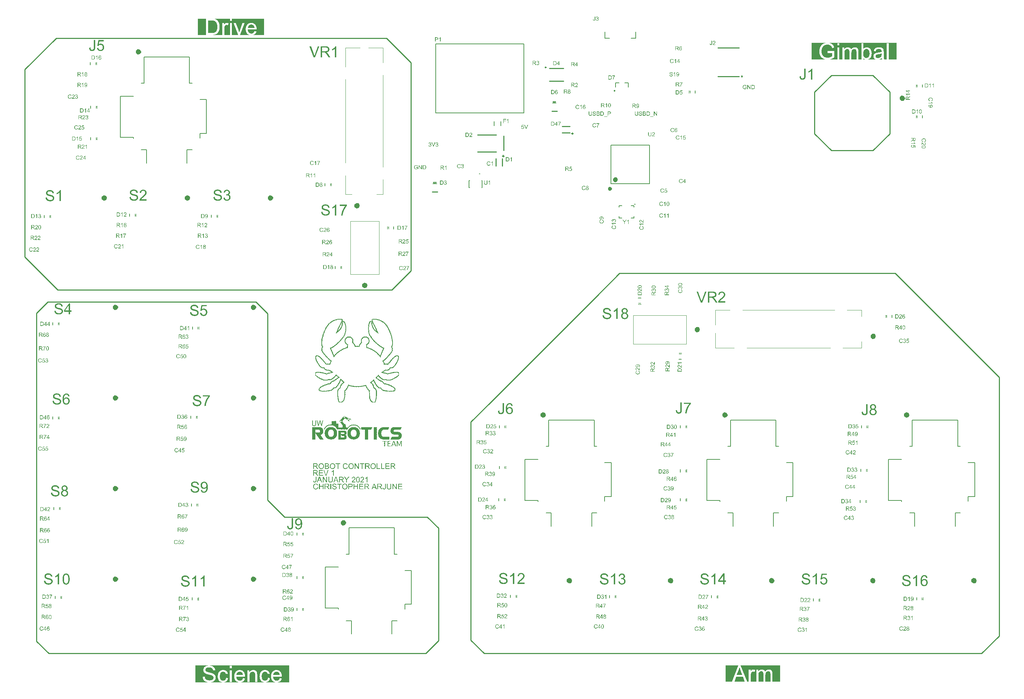
<source format=gto>
G04*
G04 #@! TF.GenerationSoftware,Altium Limited,Altium Designer,20.1.11 (218)*
G04*
G04 Layer_Color=65535*
%FSLAX25Y25*%
%MOIN*%
G70*
G04*
G04 #@! TF.SameCoordinates,A32AA641-9BD5-4A0C-9211-EA825F98DF86*
G04*
G04*
G04 #@! TF.FilePolarity,Positive*
G04*
G01*
G75*
%ADD10C,0.02756*%
%ADD11C,0.02362*%
%ADD12C,0.02953*%
%ADD13C,0.00787*%
%ADD14C,0.01000*%
%ADD15C,0.00984*%
%ADD16C,0.00394*%
%ADD17C,0.00500*%
%ADD18C,0.00600*%
%ADD19C,0.00400*%
G36*
X363977Y362484D02*
X364117D01*
Y362344D01*
X364258D01*
Y362484D01*
X364680D01*
Y362344D01*
X365383D01*
Y362203D01*
X365523D01*
Y362063D01*
X365664D01*
Y362203D01*
X365805D01*
Y362063D01*
X366508D01*
Y361922D01*
X366648D01*
Y361781D01*
X366789D01*
Y361922D01*
X366930D01*
Y361781D01*
X367070D01*
Y361641D01*
X367211D01*
Y361500D01*
X367633D01*
Y361359D01*
X367773D01*
Y361500D01*
X367914D01*
Y361359D01*
X368055D01*
Y361219D01*
X368477D01*
Y361078D01*
X368617D01*
Y360938D01*
X369039D01*
Y360797D01*
X369180D01*
Y360656D01*
X369602D01*
Y360516D01*
X369742D01*
Y360375D01*
X369883D01*
Y360234D01*
X370023D01*
Y360094D01*
X370164D01*
Y360234D01*
X370305D01*
Y360094D01*
X370445D01*
Y359953D01*
X370586D01*
Y359812D01*
X370727D01*
Y359672D01*
X370867D01*
Y359531D01*
X371008D01*
Y359391D01*
X371148D01*
Y359250D01*
X371570D01*
Y359109D01*
X371711D01*
Y358969D01*
X371852D01*
Y358828D01*
X371992D01*
Y358687D01*
X372133D01*
Y358547D01*
X372273D01*
Y358406D01*
X372414D01*
Y358266D01*
X372555D01*
Y358125D01*
X372695D01*
Y357984D01*
X372836D01*
Y357844D01*
X372977D01*
Y357703D01*
X373117D01*
Y357562D01*
X373258D01*
Y357422D01*
X373398D01*
Y357281D01*
X373539D01*
Y357141D01*
Y357000D01*
X373820D01*
Y356859D01*
X373680D01*
Y356719D01*
X373820D01*
Y356578D01*
X373961D01*
Y356437D01*
X374102D01*
Y356297D01*
X374242D01*
Y356156D01*
X374383D01*
Y356016D01*
X374242D01*
Y355875D01*
X374383D01*
Y355734D01*
X374523D01*
Y355594D01*
X374664D01*
Y355453D01*
X374523D01*
Y355312D01*
X374945D01*
Y355172D01*
X374805D01*
Y355031D01*
X374945D01*
Y354891D01*
X375086D01*
Y354750D01*
X375227D01*
Y354609D01*
Y354469D01*
Y354328D01*
X375367D01*
Y354187D01*
X375508D01*
Y354047D01*
Y353906D01*
X375648D01*
Y353766D01*
Y353625D01*
X375789D01*
Y353484D01*
Y353344D01*
Y353203D01*
X375930D01*
Y353063D01*
X376070D01*
Y352922D01*
X376211D01*
Y352781D01*
X376070D01*
Y352641D01*
X376211D01*
Y352500D01*
X376352D01*
Y352359D01*
X376492D01*
Y352219D01*
X376352D01*
Y352078D01*
X376492D01*
Y351938D01*
X376633D01*
Y351797D01*
X376492D01*
Y351656D01*
X376633D01*
Y351516D01*
X376773D01*
Y351375D01*
X376914D01*
Y351234D01*
X376773D01*
Y351094D01*
X376914D01*
Y350953D01*
X376773D01*
Y350813D01*
X377055D01*
Y350672D01*
Y350531D01*
X377195D01*
Y350391D01*
Y350250D01*
Y350109D01*
X377336D01*
Y349969D01*
X377477D01*
Y349828D01*
X377336D01*
Y349688D01*
X377477D01*
Y349547D01*
X377617D01*
Y349406D01*
X377477D01*
Y349266D01*
X377617D01*
Y349125D01*
X377758D01*
Y348984D01*
X377617D01*
Y348844D01*
X377758D01*
Y348703D01*
X377898D01*
Y348563D01*
X378039D01*
Y348422D01*
X377898D01*
Y348563D01*
X377758D01*
Y348422D01*
X377898D01*
Y348281D01*
X378039D01*
Y348141D01*
X377898D01*
Y348000D01*
X378039D01*
Y347859D01*
X378180D01*
Y347719D01*
X378039D01*
Y347578D01*
X378180D01*
Y347438D01*
X378320D01*
Y347297D01*
X378180D01*
Y347156D01*
X378320D01*
Y347016D01*
X378461D01*
Y346875D01*
X378602D01*
Y346734D01*
X378461D01*
Y346594D01*
X378602D01*
Y346453D01*
X378461D01*
Y346312D01*
X378602D01*
Y346172D01*
Y346031D01*
Y345891D01*
X378742D01*
Y345750D01*
Y345609D01*
Y345469D01*
X378883D01*
Y345328D01*
X378742D01*
Y345187D01*
X378883D01*
Y345047D01*
Y344906D01*
Y344766D01*
X379023D01*
Y344625D01*
X379164D01*
Y344484D01*
X379023D01*
Y344344D01*
X379164D01*
Y344203D01*
X379023D01*
Y344062D01*
X379164D01*
Y343922D01*
X379305D01*
Y343781D01*
X379164D01*
Y343641D01*
Y343500D01*
Y343359D01*
X379305D01*
Y343219D01*
X379164D01*
Y343078D01*
X379305D01*
Y342937D01*
X379445D01*
Y342797D01*
X379305D01*
Y342656D01*
X379445D01*
Y342516D01*
X379305D01*
Y342375D01*
X379445D01*
Y342234D01*
X379305D01*
Y342094D01*
X379445D01*
Y341953D01*
X379586D01*
Y341812D01*
X379445D01*
Y341672D01*
X379586D01*
Y341531D01*
X379445D01*
Y341391D01*
X379586D01*
Y341250D01*
X379445D01*
Y341109D01*
X379586D01*
Y340969D01*
X379445D01*
Y340828D01*
X379586D01*
Y340687D01*
X379445D01*
Y340547D01*
X379586D01*
Y340406D01*
X379445D01*
Y340266D01*
X379586D01*
Y340125D01*
X379445D01*
Y339984D01*
X379586D01*
Y339844D01*
X379445D01*
Y339703D01*
X379586D01*
Y339563D01*
X379445D01*
Y339422D01*
X379586D01*
Y339281D01*
X379445D01*
Y339141D01*
X379586D01*
Y339000D01*
X379445D01*
Y338859D01*
X379586D01*
Y338719D01*
X379445D01*
Y338578D01*
X379586D01*
Y338438D01*
X379445D01*
Y338297D01*
X379586D01*
Y338156D01*
X379445D01*
Y338016D01*
X379305D01*
Y337875D01*
X379445D01*
Y337734D01*
X379305D01*
Y337594D01*
X379445D01*
Y337453D01*
X379305D01*
Y337313D01*
X379445D01*
Y337172D01*
X379305D01*
Y337031D01*
X379164D01*
Y336891D01*
X379023D01*
Y336750D01*
X379164D01*
Y336609D01*
X379023D01*
Y336469D01*
X378883D01*
Y336328D01*
X378742D01*
Y336188D01*
X378883D01*
Y336047D01*
Y335906D01*
X379023D01*
Y335766D01*
Y335625D01*
X379164D01*
Y335484D01*
Y335344D01*
Y335203D01*
Y335063D01*
X379305D01*
Y334922D01*
Y334781D01*
X379445D01*
Y334641D01*
X379305D01*
Y334500D01*
X379445D01*
Y334359D01*
X379305D01*
Y334219D01*
X379445D01*
Y334078D01*
X379305D01*
Y333938D01*
X379445D01*
Y333797D01*
X379305D01*
Y333656D01*
X379445D01*
Y333516D01*
X379305D01*
Y333375D01*
X379445D01*
Y333234D01*
X379305D01*
Y333094D01*
X379445D01*
Y332953D01*
X379305D01*
Y332812D01*
X379445D01*
Y332672D01*
X379305D01*
Y332531D01*
X379164D01*
Y332391D01*
Y332250D01*
Y332109D01*
X379023D01*
Y331969D01*
X379164D01*
Y331828D01*
X379023D01*
Y331687D01*
X378883D01*
Y331547D01*
X378742D01*
Y331406D01*
X378883D01*
Y331266D01*
X378461D01*
Y331125D01*
X378602D01*
Y330984D01*
X378461D01*
Y330844D01*
X378320D01*
Y330703D01*
X378180D01*
Y330562D01*
X378320D01*
Y330422D01*
X378180D01*
Y330281D01*
X378039D01*
Y330141D01*
X377898D01*
Y330000D01*
X377758D01*
Y329859D01*
X377617D01*
Y329719D01*
X377477D01*
Y329578D01*
X377336D01*
Y329437D01*
X377195D01*
Y329297D01*
X377055D01*
Y329156D01*
X377195D01*
Y329016D01*
X376773D01*
Y328875D01*
X376914D01*
Y328734D01*
X376773D01*
Y328594D01*
X376633D01*
Y328453D01*
X376492D01*
Y328312D01*
X376352D01*
Y328172D01*
X376211D01*
Y328031D01*
X376070D01*
Y327891D01*
X375930D01*
Y327750D01*
X375789D01*
Y327609D01*
X375648D01*
Y327469D01*
Y327328D01*
X375367D01*
Y327187D01*
Y327047D01*
X375086D01*
Y326906D01*
Y326766D01*
X374805D01*
Y326625D01*
X374945D01*
Y326484D01*
X374523D01*
Y326344D01*
X374664D01*
Y326203D01*
X374523D01*
Y326062D01*
X374383D01*
Y325922D01*
X374242D01*
Y325781D01*
X374102D01*
Y325641D01*
X373961D01*
Y325500D01*
X373820D01*
Y325359D01*
X373680D01*
Y325219D01*
X373539D01*
Y325078D01*
X373398D01*
Y324938D01*
X373258D01*
Y324797D01*
X373117D01*
Y324656D01*
X372977D01*
Y324516D01*
X372836D01*
Y324375D01*
X372695D01*
Y324516D01*
X372555D01*
Y324375D01*
X372695D01*
Y324234D01*
X372555D01*
Y324094D01*
X372414D01*
Y324234D01*
X372273D01*
Y324094D01*
X372414D01*
Y323953D01*
X371992D01*
Y323813D01*
Y323672D01*
X371711D01*
Y323531D01*
Y323391D01*
X371430D01*
Y323250D01*
X371289D01*
Y323109D01*
X371148D01*
Y322969D01*
X371008D01*
Y322828D01*
X370727D01*
Y322688D01*
X370867D01*
Y322547D01*
Y322406D01*
X371008D01*
Y322266D01*
X370867D01*
Y322125D01*
X371008D01*
Y321984D01*
X371148D01*
Y321844D01*
X371289D01*
Y321703D01*
X371148D01*
Y321563D01*
X371289D01*
Y321422D01*
X371430D01*
Y321281D01*
X371289D01*
Y321141D01*
X371430D01*
Y321000D01*
X371570D01*
Y320859D01*
X371430D01*
Y320719D01*
X371570D01*
Y320578D01*
X371711D01*
Y320438D01*
X371852D01*
Y320297D01*
X371992D01*
Y320438D01*
X372133D01*
Y320297D01*
X372273D01*
Y320438D01*
X372414D01*
Y320297D01*
X372555D01*
Y320438D01*
X372695D01*
Y320297D01*
X372836D01*
Y320438D01*
X372977D01*
Y320297D01*
X373117D01*
Y320438D01*
X373258D01*
Y320297D01*
X373398D01*
Y320438D01*
X373539D01*
Y320297D01*
X373680D01*
Y320438D01*
X373820D01*
Y320297D01*
X373961D01*
Y320438D01*
X374102D01*
Y320297D01*
X374242D01*
Y320438D01*
X374383D01*
Y320297D01*
X374523D01*
Y320438D01*
X374664D01*
Y320297D01*
X374805D01*
Y320438D01*
X374945D01*
Y320578D01*
X374805D01*
Y320719D01*
X375086D01*
Y320859D01*
Y321000D01*
X375227D01*
Y321141D01*
X375367D01*
Y321281D01*
X375508D01*
Y321422D01*
X375648D01*
Y321563D01*
X375789D01*
Y321703D01*
X375930D01*
Y321844D01*
X376070D01*
Y321984D01*
X376211D01*
Y322125D01*
X376352D01*
Y322266D01*
X376492D01*
Y322406D01*
X376633D01*
Y322547D01*
Y322688D01*
X376914D01*
Y322828D01*
X376773D01*
Y322969D01*
X376914D01*
Y323109D01*
X377055D01*
Y323250D01*
X377195D01*
Y323391D01*
X377336D01*
Y323531D01*
X377477D01*
Y323672D01*
X377617D01*
Y323813D01*
X377758D01*
Y323953D01*
X377617D01*
Y324094D01*
X377758D01*
Y323953D01*
X377898D01*
Y324094D01*
X378039D01*
Y324234D01*
X377898D01*
Y324375D01*
X378320D01*
Y324516D01*
X378180D01*
Y324656D01*
X378461D01*
Y324797D01*
Y324938D01*
X378742D01*
Y325078D01*
Y325219D01*
X379023D01*
Y325359D01*
Y325500D01*
X379305D01*
Y325641D01*
Y325781D01*
X379586D01*
Y325922D01*
Y326062D01*
X379867D01*
Y326203D01*
Y326344D01*
X380148D01*
Y326484D01*
Y326625D01*
X380430D01*
Y326766D01*
Y326906D01*
X380852D01*
Y327047D01*
X380711D01*
Y327187D01*
X381133D01*
Y327328D01*
X381273D01*
Y327469D01*
X381414D01*
Y327609D01*
X381555D01*
Y327750D01*
X381977D01*
Y327891D01*
X382117D01*
Y328031D01*
X382539D01*
Y328172D01*
X382398D01*
Y328312D01*
X382539D01*
Y328172D01*
X382680D01*
Y328312D01*
X382820D01*
Y328172D01*
X382961D01*
Y328312D01*
X383102D01*
Y328172D01*
X383242D01*
Y328312D01*
X383383D01*
Y328172D01*
X383523D01*
Y328312D01*
X383945D01*
Y328172D01*
X384086D01*
Y328312D01*
X384227D01*
Y328172D01*
X384367D01*
Y328031D01*
X384508D01*
Y327891D01*
X384648D01*
Y327750D01*
X384930D01*
Y327609D01*
Y327469D01*
X385070D01*
Y327328D01*
Y327187D01*
X385211D01*
Y327047D01*
Y326906D01*
Y326766D01*
Y326625D01*
Y326484D01*
Y326344D01*
Y326203D01*
Y326062D01*
Y325922D01*
Y325781D01*
Y325641D01*
Y325500D01*
Y325359D01*
Y325219D01*
X385070D01*
Y325078D01*
X384930D01*
Y324938D01*
X385070D01*
Y324797D01*
X384930D01*
Y324656D01*
X385070D01*
Y324516D01*
X384930D01*
Y324375D01*
Y324234D01*
Y324094D01*
X384789D01*
Y323953D01*
X384648D01*
Y323813D01*
X384789D01*
Y323672D01*
X384648D01*
Y323531D01*
X384508D01*
Y323391D01*
X384648D01*
Y323250D01*
X384508D01*
Y323109D01*
X384367D01*
Y322969D01*
X384508D01*
Y322828D01*
X384367D01*
Y322969D01*
X384227D01*
Y322828D01*
X384367D01*
Y322688D01*
X384227D01*
Y322547D01*
X384086D01*
Y322406D01*
Y322266D01*
Y322125D01*
X383945D01*
Y321984D01*
X383805D01*
Y321844D01*
X383945D01*
Y321703D01*
X383664D01*
Y321563D01*
Y321422D01*
X383523D01*
Y321281D01*
Y321141D01*
X383383D01*
Y321000D01*
Y320859D01*
X383242D01*
Y320719D01*
X383102D01*
Y320578D01*
X382961D01*
Y320438D01*
X383102D01*
Y320297D01*
X382961D01*
Y320156D01*
X382820D01*
Y320016D01*
X382680D01*
Y319875D01*
Y319734D01*
Y319594D01*
X382539D01*
Y319453D01*
X382398D01*
Y319313D01*
X382258D01*
Y319172D01*
X382117D01*
Y319031D01*
Y318891D01*
X381836D01*
Y318750D01*
X381977D01*
Y318609D01*
X381836D01*
Y318469D01*
X381695D01*
Y318328D01*
X381555D01*
Y318187D01*
X381414D01*
Y318047D01*
X381273D01*
Y317906D01*
X381133D01*
Y317766D01*
X380992D01*
Y317625D01*
Y317484D01*
X380711D01*
Y317344D01*
X380570D01*
Y317203D01*
X380430D01*
Y317062D01*
X380289D01*
Y316922D01*
X380148D01*
Y316781D01*
X380008D01*
Y316641D01*
X379586D01*
Y316500D01*
X379727D01*
Y316359D01*
X379586D01*
Y316500D01*
X379445D01*
Y316359D01*
X379023D01*
Y316219D01*
X378883D01*
Y316078D01*
X378742D01*
Y316219D01*
X378602D01*
Y316078D01*
X378461D01*
Y315937D01*
X378320D01*
Y316078D01*
X377898D01*
Y315937D01*
X377758D01*
Y316078D01*
X377336D01*
Y315937D01*
X377195D01*
Y316078D01*
X377055D01*
Y315937D01*
X377195D01*
Y315797D01*
X377055D01*
Y315656D01*
X376914D01*
Y315516D01*
X376773D01*
Y315375D01*
X376914D01*
Y315234D01*
X376773D01*
Y315094D01*
X376633D01*
Y314953D01*
X376492D01*
Y314812D01*
X376352D01*
Y314953D01*
X376211D01*
Y314812D01*
X376352D01*
Y314672D01*
X375930D01*
Y314531D01*
X376070D01*
Y314391D01*
X375930D01*
Y314531D01*
X375789D01*
Y314391D01*
X375648D01*
Y314250D01*
X375508D01*
Y314109D01*
X375086D01*
Y313969D01*
X374945D01*
Y314109D01*
X374805D01*
Y313969D01*
X374664D01*
Y313828D01*
X374242D01*
Y313969D01*
X374102D01*
Y313828D01*
X373680D01*
Y313969D01*
X373539D01*
Y313828D01*
X373117D01*
Y313969D01*
X372977D01*
Y313828D01*
X372273D01*
Y313687D01*
X372414D01*
Y313547D01*
X371992D01*
Y313406D01*
X371852D01*
Y313266D01*
X371430D01*
Y313125D01*
X371289D01*
Y312984D01*
X371148D01*
Y312844D01*
X371008D01*
Y312703D01*
X370586D01*
Y312562D01*
X370445D01*
Y312422D01*
X370305D01*
Y312281D01*
X370727D01*
Y312141D01*
X370867D01*
Y312281D01*
X371008D01*
Y312141D01*
X371148D01*
Y312281D01*
X371289D01*
Y312141D01*
X371430D01*
Y312000D01*
X372133D01*
Y311859D01*
X372273D01*
Y312000D01*
X372414D01*
Y311859D01*
X372836D01*
Y311719D01*
X373539D01*
Y311578D01*
X373680D01*
Y311438D01*
X374102D01*
Y311297D01*
X374242D01*
Y311156D01*
X374664D01*
Y311016D01*
X374805D01*
Y311156D01*
X374945D01*
Y311297D01*
X375086D01*
Y311156D01*
X375227D01*
Y311297D01*
X375367D01*
Y311438D01*
X375789D01*
Y311578D01*
X375930D01*
Y311438D01*
X376070D01*
Y311578D01*
X376211D01*
Y311438D01*
X376352D01*
Y311578D01*
X376211D01*
Y311719D01*
X376914D01*
Y311859D01*
X376773D01*
Y312000D01*
X376914D01*
Y311859D01*
X377336D01*
Y312000D01*
X378039D01*
Y312141D01*
X378180D01*
Y312281D01*
X378320D01*
Y312141D01*
X378461D01*
Y312281D01*
X378602D01*
Y312141D01*
X378742D01*
Y312281D01*
X379164D01*
Y312422D01*
X379305D01*
Y312281D01*
X379445D01*
Y312422D01*
X379586D01*
Y312562D01*
X379727D01*
Y312422D01*
X379867D01*
Y312562D01*
X380008D01*
Y312422D01*
X380148D01*
Y312562D01*
X380570D01*
Y312703D01*
X380711D01*
Y312562D01*
X380852D01*
Y312703D01*
X380992D01*
Y312562D01*
X381133D01*
Y312703D01*
X381273D01*
Y312562D01*
X381414D01*
Y312703D01*
X381555D01*
Y312562D01*
X381695D01*
Y312703D01*
X381836D01*
Y312562D01*
X381977D01*
Y312703D01*
X382117D01*
Y312562D01*
X382258D01*
Y312703D01*
X382398D01*
Y312562D01*
X382539D01*
Y312703D01*
X382680D01*
Y312562D01*
X382820D01*
Y312703D01*
X382961D01*
Y312562D01*
X383102D01*
Y312703D01*
X383242D01*
Y312562D01*
X383383D01*
Y312703D01*
X383242D01*
Y312844D01*
X383383D01*
Y312703D01*
X383523D01*
Y312562D01*
X383664D01*
Y312703D01*
X383805D01*
Y312562D01*
X383945D01*
Y312703D01*
X384086D01*
Y312562D01*
X384227D01*
Y312703D01*
X384367D01*
Y312562D01*
X384508D01*
Y312422D01*
X384648D01*
Y312562D01*
X384789D01*
Y312422D01*
X384930D01*
Y312281D01*
X385070D01*
Y312141D01*
X385211D01*
Y312000D01*
Y311859D01*
Y311719D01*
Y311578D01*
Y311438D01*
Y311297D01*
Y311156D01*
Y311016D01*
Y310875D01*
Y310734D01*
Y310594D01*
Y310453D01*
Y310313D01*
Y310172D01*
Y310031D01*
Y309891D01*
Y309750D01*
Y309609D01*
Y309469D01*
Y309328D01*
Y309188D01*
X385070D01*
Y309047D01*
X384930D01*
Y308906D01*
X384789D01*
Y308766D01*
X384648D01*
Y308625D01*
X384508D01*
Y308484D01*
X384367D01*
Y308344D01*
X384227D01*
Y308203D01*
X384086D01*
Y308063D01*
X383945D01*
Y307922D01*
X383805D01*
Y307781D01*
X383664D01*
Y307641D01*
X383523D01*
Y307781D01*
X383383D01*
Y307641D01*
X383242D01*
Y307500D01*
X383102D01*
Y307359D01*
X382961D01*
Y307219D01*
X382820D01*
Y307359D01*
X382680D01*
Y307219D01*
X382820D01*
Y307078D01*
X382398D01*
Y306938D01*
X382258D01*
Y306797D01*
X381977D01*
Y306656D01*
X381695D01*
Y306516D01*
X381273D01*
Y306375D01*
X381414D01*
Y306234D01*
X381273D01*
Y306375D01*
X381133D01*
Y306234D01*
X380992D01*
Y306094D01*
X380852D01*
Y305953D01*
X380711D01*
Y306094D01*
X380570D01*
Y305953D01*
X380430D01*
Y305813D01*
X380289D01*
Y305953D01*
X380148D01*
Y305813D01*
X380289D01*
Y305672D01*
X380148D01*
Y305813D01*
X380008D01*
Y305672D01*
X379867D01*
Y305531D01*
X379727D01*
Y305672D01*
X379586D01*
Y305531D01*
Y305391D01*
X379023D01*
Y305250D01*
X379164D01*
Y305109D01*
X379023D01*
Y305250D01*
X378883D01*
Y305109D01*
X378461D01*
Y304969D01*
X378320D01*
Y304828D01*
X377898D01*
Y304688D01*
X377758D01*
Y304828D01*
X377617D01*
Y304688D01*
X377758D01*
Y304547D01*
X377617D01*
Y304688D01*
X377477D01*
Y304547D01*
X377336D01*
Y304688D01*
X377195D01*
Y304547D01*
X377055D01*
Y304406D01*
X376914D01*
Y304547D01*
X376773D01*
Y304406D01*
X376633D01*
Y304547D01*
X376492D01*
Y304406D01*
X376352D01*
Y304547D01*
X376211D01*
Y304406D01*
X376070D01*
Y304547D01*
X375930D01*
Y304406D01*
X375789D01*
Y304547D01*
X375648D01*
Y304406D01*
X375508D01*
Y304547D01*
X375367D01*
Y304406D01*
X375227D01*
Y304547D01*
X375086D01*
Y304406D01*
X374945D01*
Y304547D01*
X374805D01*
Y304406D01*
X374664D01*
Y304547D01*
X374523D01*
Y304406D01*
X374383D01*
Y304547D01*
X374242D01*
Y304406D01*
X374102D01*
Y304547D01*
X373680D01*
Y304688D01*
X373539D01*
Y304828D01*
X373398D01*
Y304688D01*
X373539D01*
Y304547D01*
X373398D01*
Y304688D01*
X373258D01*
Y304828D01*
X373117D01*
Y304969D01*
X372977D01*
Y305109D01*
X372555D01*
Y304969D01*
X372133D01*
Y304828D01*
X371992D01*
Y304969D01*
X371852D01*
Y304828D01*
X371711D01*
Y304969D01*
X371570D01*
Y304828D01*
X371430D01*
Y304969D01*
X371008D01*
Y304828D01*
X370867D01*
Y304969D01*
X370727D01*
Y304828D01*
X370586D01*
Y304969D01*
X370445D01*
Y305109D01*
X370023D01*
Y305250D01*
X369742D01*
Y305391D01*
X369461D01*
Y305531D01*
X369320D01*
Y305672D01*
X368898D01*
Y305813D01*
X368758D01*
Y305953D01*
X368617D01*
Y306094D01*
X368477D01*
Y306234D01*
X368336D01*
Y306375D01*
X368195D01*
Y306516D01*
X367773D01*
Y306656D01*
X367633D01*
Y306797D01*
X367492D01*
Y306938D01*
X367352D01*
Y307078D01*
X367211D01*
Y307219D01*
X367070D01*
Y307359D01*
X366930D01*
Y307500D01*
X366789D01*
Y307641D01*
X366648D01*
Y307781D01*
X366508D01*
Y307922D01*
X366367D01*
Y308063D01*
X366227D01*
Y308203D01*
X366086D01*
Y308344D01*
X365945D01*
Y308484D01*
X365523D01*
Y308344D01*
Y308203D01*
X365242D01*
Y308063D01*
Y307922D01*
X364961D01*
Y307781D01*
X364820D01*
Y307641D01*
X364680D01*
Y307500D01*
X364539D01*
Y307359D01*
X364398D01*
Y307219D01*
Y307078D01*
Y306938D01*
X364820D01*
Y306797D01*
X364961D01*
Y306656D01*
X365102D01*
Y306516D01*
X365242D01*
Y306375D01*
X365383D01*
Y306234D01*
X365523D01*
Y306094D01*
X365945D01*
Y305953D01*
X366086D01*
Y305813D01*
X366227D01*
Y305672D01*
X366367D01*
Y305531D01*
X366648D01*
Y305391D01*
Y305250D01*
X367070D01*
Y305109D01*
X367211D01*
Y304969D01*
X367352D01*
Y304828D01*
X367492D01*
Y304688D01*
X367633D01*
Y304828D01*
X367492D01*
Y304969D01*
X367633D01*
Y304828D01*
X367773D01*
Y304688D01*
X367914D01*
Y304547D01*
X368055D01*
Y304406D01*
X368477D01*
Y304266D01*
X368617D01*
Y304125D01*
X368758D01*
Y304266D01*
X368617D01*
Y304406D01*
X368758D01*
Y304266D01*
X368898D01*
Y304125D01*
X369320D01*
Y303984D01*
X369461D01*
Y303844D01*
X369883D01*
Y303703D01*
X370023D01*
Y303562D01*
X370164D01*
Y303422D01*
X370305D01*
Y303281D01*
X370445D01*
Y303141D01*
X370586D01*
Y303000D01*
X370727D01*
Y302859D01*
X370867D01*
Y302719D01*
X371008D01*
Y302578D01*
X371148D01*
Y302437D01*
X371289D01*
Y302297D01*
X371148D01*
Y302156D01*
X371289D01*
Y302016D01*
X371430D01*
Y301875D01*
X371570D01*
Y301734D01*
X371711D01*
Y301875D01*
X371852D01*
Y301734D01*
X371992D01*
Y301594D01*
X372133D01*
Y301734D01*
X371992D01*
Y301875D01*
X372133D01*
Y301734D01*
X372273D01*
Y301875D01*
X372414D01*
Y301734D01*
X372555D01*
Y301594D01*
X372695D01*
Y301734D01*
X372836D01*
Y301594D01*
X372977D01*
Y301734D01*
X372836D01*
Y301875D01*
X372977D01*
Y301734D01*
X373117D01*
Y301594D01*
X373539D01*
Y301453D01*
X373680D01*
Y301312D01*
X373820D01*
Y301453D01*
X373961D01*
Y301312D01*
X374383D01*
Y301172D01*
X374523D01*
Y301312D01*
X374664D01*
Y301172D01*
X374805D01*
Y301031D01*
X374945D01*
Y301172D01*
X375086D01*
Y301031D01*
X375227D01*
Y300891D01*
X375367D01*
Y301031D01*
X375508D01*
Y300891D01*
X375648D01*
Y300750D01*
X376070D01*
Y300609D01*
X376211D01*
Y300469D01*
X376773D01*
Y300328D01*
Y300187D01*
X376914D01*
Y300328D01*
X377055D01*
Y300187D01*
X377477D01*
Y300047D01*
X377617D01*
Y299906D01*
X378039D01*
Y299766D01*
X378180D01*
Y299625D01*
X378320D01*
Y299766D01*
X378461D01*
Y299625D01*
X378742D01*
Y299484D01*
Y299344D01*
X378883D01*
Y299484D01*
X379023D01*
Y299344D01*
X379164D01*
Y299203D01*
X379305D01*
Y299062D01*
X379727D01*
Y298922D01*
X379867D01*
Y298781D01*
X380008D01*
Y298641D01*
X380148D01*
Y298500D01*
X380570D01*
Y298359D01*
X380711D01*
Y298219D01*
X380852D01*
Y298078D01*
X380992D01*
Y297937D01*
X381133D01*
Y297797D01*
X381273D01*
Y297656D01*
X381414D01*
Y297516D01*
X381555D01*
Y297375D01*
X381695D01*
Y297234D01*
X381555D01*
Y297094D01*
X381836D01*
Y296953D01*
Y296813D01*
X381977D01*
Y296672D01*
X381836D01*
Y296531D01*
X381977D01*
Y296391D01*
X381836D01*
Y296250D01*
X381977D01*
Y296109D01*
X381836D01*
Y295969D01*
X381977D01*
Y295828D01*
X381836D01*
Y295688D01*
X381977D01*
Y295547D01*
X381836D01*
Y295406D01*
Y295266D01*
Y295125D01*
X381695D01*
Y294984D01*
X381555D01*
Y294844D01*
X381414D01*
Y294703D01*
X381273D01*
Y294563D01*
X381133D01*
Y294703D01*
X380992D01*
Y294563D01*
X381133D01*
Y294422D01*
X380992D01*
Y294563D01*
X380852D01*
Y294422D01*
X380711D01*
Y294281D01*
X380570D01*
Y294422D01*
X380430D01*
Y294281D01*
X380289D01*
Y294141D01*
X379867D01*
Y294281D01*
X379727D01*
Y294141D01*
X379305D01*
Y294000D01*
X379164D01*
Y294141D01*
X379023D01*
Y294000D01*
X378883D01*
Y294141D01*
X378742D01*
Y294000D01*
X378602D01*
Y294141D01*
X378461D01*
Y294000D01*
X378320D01*
Y294141D01*
X378180D01*
Y294000D01*
X378039D01*
Y294141D01*
X377898D01*
Y294000D01*
X377758D01*
Y294141D01*
X377617D01*
Y294000D01*
X377477D01*
Y294141D01*
X377336D01*
Y294000D01*
X377195D01*
Y294141D01*
X377055D01*
Y294000D01*
X376914D01*
Y294141D01*
X376773D01*
Y294000D01*
X376633D01*
Y294141D01*
X376492D01*
Y294000D01*
X376352D01*
Y294141D01*
X376211D01*
Y294000D01*
X376070D01*
Y294141D01*
X375930D01*
Y294000D01*
X375789D01*
Y294141D01*
X375648D01*
Y294000D01*
X375508D01*
Y294141D01*
X375367D01*
Y294000D01*
X375227D01*
Y294141D01*
X374242D01*
Y294281D01*
X374102D01*
Y294141D01*
X373680D01*
Y294281D01*
X373539D01*
Y294422D01*
X373398D01*
Y294281D01*
X373258D01*
Y294422D01*
X373117D01*
Y294281D01*
X372977D01*
Y294422D01*
X372836D01*
Y294281D01*
X372695D01*
Y294422D01*
X372273D01*
Y294563D01*
X372133D01*
Y294422D01*
X371992D01*
Y294563D01*
X371852D01*
Y294422D01*
X371711D01*
Y294563D01*
X371570D01*
Y294703D01*
X371148D01*
Y294563D01*
X371008D01*
Y294703D01*
X370867D01*
Y294844D01*
X370727D01*
Y294703D01*
X370586D01*
Y294844D01*
X370445D01*
Y294984D01*
X370305D01*
Y294844D01*
X370164D01*
Y294984D01*
X370023D01*
Y295125D01*
X369883D01*
Y294984D01*
X369742D01*
Y295125D01*
X369602D01*
Y295266D01*
X369461D01*
Y295406D01*
X369320D01*
Y295547D01*
X368898D01*
Y295688D01*
X368758D01*
Y295828D01*
X368617D01*
Y295969D01*
X368477D01*
Y296109D01*
X368336D01*
Y296250D01*
X368195D01*
Y296391D01*
X368055D01*
Y296531D01*
X368195D01*
Y296672D01*
X368055D01*
Y296813D01*
X367914D01*
Y296953D01*
X367773D01*
Y297094D01*
X367633D01*
Y297234D01*
X367492D01*
Y297094D01*
X367070D01*
Y297234D01*
X366930D01*
Y297094D01*
X366789D01*
Y297234D01*
X366086D01*
Y297375D01*
X365945D01*
Y297516D01*
X365805D01*
Y297656D01*
X365664D01*
Y297797D01*
X365523D01*
Y297937D01*
X365383D01*
Y298078D01*
X365242D01*
Y298219D01*
X365102D01*
Y298359D01*
X364961D01*
Y298500D01*
X364820D01*
Y298641D01*
X364680D01*
Y298781D01*
X364539D01*
Y298922D01*
X364398D01*
Y299062D01*
X364258D01*
Y299203D01*
X364117D01*
Y299344D01*
X363977D01*
Y299484D01*
X363836D01*
Y299625D01*
X363977D01*
Y299766D01*
X363836D01*
Y299906D01*
X363695D01*
Y300047D01*
X363555D01*
Y300187D01*
X363414D01*
Y300328D01*
X363273D01*
Y300469D01*
Y300609D01*
Y300750D01*
X363133D01*
Y300891D01*
X362992D01*
Y301031D01*
X362852D01*
Y301172D01*
X362711D01*
Y301312D01*
X362852D01*
Y301453D01*
X362711D01*
Y301594D01*
X362570D01*
Y301734D01*
X362430D01*
Y301875D01*
Y302016D01*
X362289D01*
Y302156D01*
Y302297D01*
X362148D01*
Y302437D01*
Y302578D01*
X361867D01*
Y302719D01*
X362008D01*
Y302859D01*
X361867D01*
Y303000D01*
Y303141D01*
Y303281D01*
X361727D01*
Y303422D01*
X361586D01*
Y303562D01*
X361445D01*
Y303703D01*
X361586D01*
Y303844D01*
X361445D01*
Y303984D01*
X361305D01*
Y304125D01*
X361164D01*
Y303984D01*
X361023D01*
Y303844D01*
X360883D01*
Y303703D01*
X360742D01*
Y303562D01*
X360602D01*
Y303703D01*
X360461D01*
Y303562D01*
X360602D01*
Y303422D01*
X360180D01*
Y303281D01*
X360320D01*
Y303141D01*
X359898D01*
Y303000D01*
X360039D01*
Y302859D01*
X359617D01*
Y302719D01*
X359477D01*
Y302578D01*
X359336D01*
Y302437D01*
X359477D01*
Y302297D01*
X359617D01*
Y302156D01*
X359758D01*
Y302016D01*
X359898D01*
Y301875D01*
X360039D01*
Y301734D01*
X360180D01*
Y301594D01*
X360320D01*
Y301453D01*
X360461D01*
Y301312D01*
X360602D01*
Y301172D01*
X360742D01*
Y301031D01*
X360883D01*
Y300891D01*
Y300750D01*
X361164D01*
Y300609D01*
X361023D01*
Y300469D01*
X361164D01*
Y300328D01*
X361305D01*
Y300187D01*
X361445D01*
Y300047D01*
X361305D01*
Y299906D01*
X361445D01*
Y299766D01*
X361586D01*
Y299625D01*
X361727D01*
Y299484D01*
X361586D01*
Y299344D01*
X361727D01*
Y299203D01*
X361586D01*
Y299062D01*
X361867D01*
Y298922D01*
Y298781D01*
Y298641D01*
Y298500D01*
X362008D01*
Y298359D01*
X361867D01*
Y298219D01*
X362008D01*
Y298078D01*
X361867D01*
Y297937D01*
X362008D01*
Y297797D01*
X362148D01*
Y297656D01*
X362289D01*
Y297797D01*
X362430D01*
Y297656D01*
X362570D01*
Y297516D01*
X362711D01*
Y297375D01*
X362852D01*
Y297234D01*
X362992D01*
Y297094D01*
X363133D01*
Y296953D01*
X363273D01*
Y296813D01*
X363555D01*
Y296672D01*
Y296531D01*
X363695D01*
Y296391D01*
X363836D01*
Y296250D01*
X363977D01*
Y296109D01*
X363836D01*
Y295969D01*
X363977D01*
Y295828D01*
X364117D01*
Y295688D01*
X364258D01*
Y295547D01*
X364117D01*
Y295406D01*
X364258D01*
Y295266D01*
Y295125D01*
Y294984D01*
Y294844D01*
X364398D01*
Y294703D01*
Y294563D01*
X364539D01*
Y294422D01*
X364398D01*
Y294281D01*
X364539D01*
Y294141D01*
X364398D01*
Y294000D01*
X364539D01*
Y293859D01*
X364398D01*
Y293719D01*
X364539D01*
Y293578D01*
X364398D01*
Y293438D01*
X364539D01*
Y293297D01*
X364398D01*
Y293156D01*
X364539D01*
Y293016D01*
X364398D01*
Y292875D01*
X364539D01*
Y292734D01*
X364398D01*
Y292594D01*
X364539D01*
Y292453D01*
X364398D01*
Y292313D01*
X364539D01*
Y292172D01*
X364398D01*
Y292031D01*
X364539D01*
Y291891D01*
X364398D01*
Y291750D01*
X364539D01*
Y291609D01*
X364398D01*
Y291469D01*
X364539D01*
Y291328D01*
X364398D01*
Y291188D01*
X364539D01*
Y291047D01*
X364398D01*
Y290906D01*
X364539D01*
Y290766D01*
X364398D01*
Y290625D01*
X364539D01*
Y290484D01*
X364398D01*
Y290344D01*
X364539D01*
Y290203D01*
X364398D01*
Y290062D01*
X364539D01*
Y289922D01*
X364398D01*
Y289781D01*
X364258D01*
Y289641D01*
X364398D01*
Y289500D01*
X364258D01*
Y289359D01*
Y289219D01*
Y289078D01*
Y288937D01*
Y288797D01*
Y288656D01*
Y288516D01*
Y288375D01*
Y288234D01*
X364117D01*
Y288094D01*
X364258D01*
Y287953D01*
X364117D01*
Y287812D01*
X364258D01*
Y287672D01*
X364117D01*
Y287531D01*
X364258D01*
Y287391D01*
X364117D01*
Y287250D01*
Y287109D01*
X363977D01*
Y286969D01*
Y286828D01*
X363836D01*
Y286687D01*
X363977D01*
Y286547D01*
X363836D01*
Y286406D01*
X363977D01*
Y286266D01*
X363836D01*
Y286125D01*
X363977D01*
Y285984D01*
X363836D01*
Y285844D01*
X363695D01*
Y285703D01*
X363555D01*
Y285562D01*
X363695D01*
Y285422D01*
X363555D01*
Y285281D01*
X363695D01*
Y285141D01*
X363555D01*
Y285000D01*
Y284859D01*
X363273D01*
Y284719D01*
X363414D01*
Y284578D01*
X363273D01*
Y284437D01*
X363133D01*
Y284297D01*
X362992D01*
Y284156D01*
X363133D01*
Y284016D01*
X362711D01*
Y283875D01*
X360039D01*
Y284016D01*
X359898D01*
Y283875D01*
X359758D01*
Y284016D01*
X359617D01*
Y284156D01*
X359477D01*
Y284297D01*
X359336D01*
Y284437D01*
X359195D01*
Y284578D01*
X359055D01*
Y284719D01*
X358914D01*
Y284859D01*
X358773D01*
Y285000D01*
X358633D01*
Y285141D01*
X358492D01*
Y285281D01*
X358352D01*
Y285422D01*
X358211D01*
Y285562D01*
X358352D01*
Y285703D01*
X358211D01*
Y285844D01*
X358070D01*
Y285984D01*
X357930D01*
Y286125D01*
X358070D01*
Y286266D01*
X357930D01*
Y286406D01*
X357789D01*
Y286547D01*
X357648D01*
Y286687D01*
X357789D01*
Y286828D01*
X357648D01*
Y286969D01*
Y287109D01*
X357508D01*
Y287250D01*
Y287391D01*
Y287531D01*
Y287672D01*
X357367D01*
Y287812D01*
Y287953D01*
Y288094D01*
Y288234D01*
Y288375D01*
X357227D01*
Y288516D01*
Y288656D01*
Y288797D01*
X357086D01*
Y288937D01*
X357227D01*
Y289078D01*
Y289219D01*
Y289359D01*
X357086D01*
Y289500D01*
X357227D01*
Y289641D01*
X357086D01*
Y289781D01*
X357227D01*
Y289922D01*
X357086D01*
Y290062D01*
X357227D01*
Y290203D01*
X357086D01*
Y290344D01*
Y290484D01*
Y290625D01*
X357227D01*
Y290766D01*
X357086D01*
Y290906D01*
Y291047D01*
Y291188D01*
Y291328D01*
Y291469D01*
Y291609D01*
Y291750D01*
X357227D01*
Y291891D01*
X357086D01*
Y292031D01*
Y292172D01*
Y292313D01*
Y292453D01*
Y292594D01*
Y292734D01*
Y292875D01*
X356945D01*
Y293016D01*
X357086D01*
Y293156D01*
X356945D01*
Y293297D01*
X357086D01*
Y293438D01*
X356945D01*
Y293578D01*
X357086D01*
Y293719D01*
X356945D01*
Y293859D01*
X357086D01*
Y294000D01*
X356945D01*
Y294141D01*
X356805D01*
Y294281D01*
X356945D01*
Y294141D01*
X357086D01*
Y294281D01*
X356945D01*
Y294422D01*
X357086D01*
Y294563D01*
X356945D01*
Y294703D01*
X356805D01*
Y294844D01*
X356664D01*
Y294984D01*
X356523D01*
Y295125D01*
X356383D01*
Y295266D01*
X356242D01*
Y295406D01*
X356102D01*
Y295547D01*
X355961D01*
Y295688D01*
X355820D01*
Y295828D01*
X355680D01*
Y295969D01*
Y296109D01*
X355398D01*
Y296250D01*
X355539D01*
Y296391D01*
X355398D01*
Y296531D01*
X355258D01*
Y296672D01*
X355117D01*
Y296813D01*
Y296953D01*
Y297094D01*
X354977D01*
Y297234D01*
X354836D01*
Y297375D01*
X354695D01*
Y297516D01*
X354555D01*
Y297656D01*
X354695D01*
Y297797D01*
X354555D01*
Y297937D01*
X354414D01*
Y298078D01*
Y298219D01*
Y298359D01*
X354273D01*
Y298500D01*
X354133D01*
Y298641D01*
Y298781D01*
Y298922D01*
X353992D01*
Y299062D01*
Y299203D01*
X353852D01*
Y299344D01*
Y299484D01*
X353430D01*
Y299344D01*
X353289D01*
Y299484D01*
X353148D01*
Y299344D01*
X353008D01*
Y299203D01*
X352867D01*
Y299344D01*
X352727D01*
Y299203D01*
X352586D01*
Y299062D01*
X352445D01*
Y299203D01*
X352305D01*
Y299062D01*
X352164D01*
Y299203D01*
X352023D01*
Y299062D01*
X351883D01*
Y298922D01*
X351180D01*
Y298781D01*
X350758D01*
Y298922D01*
X350617D01*
Y298781D01*
X350195D01*
Y298641D01*
X348648D01*
Y298500D01*
X348508D01*
Y298641D01*
X348367D01*
Y298500D01*
X348227D01*
Y298641D01*
X348086D01*
Y298500D01*
X348227D01*
Y298359D01*
X348086D01*
Y298500D01*
X347664D01*
Y298641D01*
X347523D01*
Y298500D01*
X347664D01*
Y298359D01*
X347523D01*
Y298500D01*
X347383D01*
Y298359D01*
X347242D01*
Y298500D01*
X347102D01*
Y298641D01*
X346961D01*
Y298500D01*
X347102D01*
Y298359D01*
X346961D01*
Y298500D01*
X346539D01*
Y298641D01*
X346398D01*
Y298500D01*
X346539D01*
Y298359D01*
X346398D01*
Y298500D01*
X346258D01*
Y298359D01*
X346117D01*
Y298500D01*
X345977D01*
Y298641D01*
X345836D01*
Y298500D01*
X345977D01*
Y298359D01*
X345836D01*
Y298500D01*
X345414D01*
Y298641D01*
X345273D01*
Y298500D01*
X345414D01*
Y298359D01*
X345273D01*
Y298500D01*
X345133D01*
Y298359D01*
X344992D01*
Y298500D01*
X344852D01*
Y298641D01*
X344711D01*
Y298500D01*
X344852D01*
Y298359D01*
X344711D01*
Y298500D01*
X344289D01*
Y298641D01*
X344148D01*
Y298500D01*
X344289D01*
Y298359D01*
X344148D01*
Y298500D01*
X344008D01*
Y298359D01*
X343867D01*
Y298500D01*
X343727D01*
Y298641D01*
X343586D01*
Y298500D01*
X343727D01*
Y298359D01*
X343586D01*
Y298500D01*
X343164D01*
Y298641D01*
X341617D01*
Y298781D01*
X341195D01*
Y298922D01*
X341055D01*
Y298781D01*
X340633D01*
Y298922D01*
X339930D01*
Y299062D01*
X339789D01*
Y299203D01*
X339648D01*
Y299062D01*
X339508D01*
Y299203D01*
X338805D01*
Y299344D01*
X338664D01*
Y299484D01*
X338523D01*
Y299344D01*
X338383D01*
Y299484D01*
X337961D01*
Y299625D01*
X337820D01*
Y299484D01*
Y299344D01*
Y299203D01*
X337680D01*
Y299062D01*
Y298922D01*
Y298781D01*
X337539D01*
Y298641D01*
X337398D01*
Y298500D01*
X337539D01*
Y298359D01*
X337398D01*
Y298219D01*
X337258D01*
Y298078D01*
X337117D01*
Y297937D01*
X337258D01*
Y297797D01*
X337117D01*
Y297656D01*
X336977D01*
Y297516D01*
X336836D01*
Y297375D01*
X336977D01*
Y297234D01*
X336836D01*
Y297375D01*
X336695D01*
Y297234D01*
Y297094D01*
Y296953D01*
X336555D01*
Y296813D01*
X336414D01*
Y296672D01*
X336273D01*
Y296531D01*
X336414D01*
Y296391D01*
X336273D01*
Y296250D01*
X336133D01*
Y296109D01*
X335992D01*
Y295969D01*
X335852D01*
Y295828D01*
X335711D01*
Y295688D01*
Y295547D01*
X335430D01*
Y295406D01*
X335570D01*
Y295266D01*
X335148D01*
Y295125D01*
X335289D01*
Y294984D01*
X334867D01*
Y294844D01*
X335008D01*
Y294703D01*
X334867D01*
Y294844D01*
X334727D01*
Y294703D01*
X334586D01*
Y294563D01*
X334727D01*
Y294422D01*
X334586D01*
Y294281D01*
X334727D01*
Y294141D01*
X334586D01*
Y294000D01*
X334727D01*
Y293859D01*
X334586D01*
Y293719D01*
X334727D01*
Y293578D01*
X334586D01*
Y293438D01*
X334727D01*
Y293297D01*
X334586D01*
Y293156D01*
X334727D01*
Y293016D01*
X334586D01*
Y292875D01*
X334727D01*
Y292734D01*
X334586D01*
Y292594D01*
X334727D01*
Y292453D01*
X334586D01*
Y292313D01*
X334727D01*
Y292172D01*
X334586D01*
Y292031D01*
Y291891D01*
Y291750D01*
X334727D01*
Y291609D01*
X334586D01*
Y291469D01*
X334727D01*
Y291328D01*
X334586D01*
Y291188D01*
X334727D01*
Y291047D01*
X334586D01*
Y290906D01*
Y290766D01*
Y290625D01*
X334727D01*
Y290484D01*
X334586D01*
Y290344D01*
X334727D01*
Y290203D01*
X334586D01*
Y290062D01*
X334727D01*
Y289922D01*
X334586D01*
Y289781D01*
X334445D01*
Y289641D01*
Y289500D01*
Y289359D01*
Y289219D01*
Y289078D01*
Y288937D01*
Y288797D01*
Y288656D01*
Y288516D01*
X334305D01*
Y288375D01*
X334445D01*
Y288234D01*
X334305D01*
Y288094D01*
Y287953D01*
Y287812D01*
Y287672D01*
X334164D01*
Y287531D01*
Y287391D01*
X334023D01*
Y287250D01*
X334164D01*
Y287109D01*
X334023D01*
Y286969D01*
Y286828D01*
Y286687D01*
X333883D01*
Y286547D01*
X333742D01*
Y286406D01*
X333883D01*
Y286266D01*
X333742D01*
Y286125D01*
Y285984D01*
X333602D01*
Y285844D01*
Y285703D01*
X333461D01*
Y285562D01*
X333320D01*
Y285422D01*
X333180D01*
Y285281D01*
X333320D01*
Y285141D01*
X333180D01*
Y285281D01*
X333039D01*
Y285141D01*
X332898D01*
Y285000D01*
X333039D01*
Y284859D01*
X332898D01*
Y284719D01*
X332758D01*
Y284578D01*
X332336D01*
Y284437D01*
X332477D01*
Y284297D01*
X332055D01*
Y284156D01*
X331914D01*
Y284016D01*
X331773D01*
Y283875D01*
X328820D01*
Y284016D01*
X328680D01*
Y284156D01*
X328539D01*
Y284297D01*
X328398D01*
Y284437D01*
X328539D01*
Y284578D01*
X328258D01*
Y284719D01*
Y284859D01*
X328117D01*
Y285000D01*
X328258D01*
Y285141D01*
X328117D01*
Y285281D01*
X327977D01*
Y285422D01*
Y285562D01*
Y285703D01*
X327836D01*
Y285844D01*
Y285984D01*
Y286125D01*
X327977D01*
Y286266D01*
X327836D01*
Y286406D01*
X327695D01*
Y286547D01*
Y286687D01*
Y286828D01*
X327555D01*
Y286969D01*
X327695D01*
Y287109D01*
X327555D01*
Y287250D01*
Y287391D01*
Y287531D01*
Y287672D01*
Y287812D01*
Y287953D01*
Y288094D01*
X327414D01*
Y288234D01*
X327273D01*
Y288375D01*
X327414D01*
Y288516D01*
X327273D01*
Y288656D01*
X327414D01*
Y288797D01*
X327273D01*
Y288937D01*
X327414D01*
Y289078D01*
X327273D01*
Y289219D01*
X327414D01*
Y289359D01*
X327273D01*
Y289500D01*
X327414D01*
Y289641D01*
X327273D01*
Y289781D01*
Y289922D01*
Y290062D01*
X327133D01*
Y290203D01*
X327273D01*
Y290344D01*
Y290484D01*
Y290625D01*
Y290766D01*
Y290906D01*
Y291047D01*
Y291188D01*
X327133D01*
Y291328D01*
X327273D01*
Y291469D01*
Y291609D01*
Y291750D01*
X327133D01*
Y291891D01*
X327273D01*
Y292031D01*
Y292172D01*
Y292313D01*
X327133D01*
Y292453D01*
X327273D01*
Y292594D01*
X327133D01*
Y292734D01*
X327273D01*
Y292875D01*
X327133D01*
Y293016D01*
X327273D01*
Y293156D01*
Y293297D01*
Y293438D01*
X327133D01*
Y293578D01*
X327273D01*
Y293719D01*
Y293859D01*
Y294000D01*
Y294141D01*
Y294281D01*
Y294422D01*
Y294563D01*
X327133D01*
Y294703D01*
X327273D01*
Y294563D01*
X327414D01*
Y294703D01*
X327273D01*
Y294844D01*
X327414D01*
Y294984D01*
X327273D01*
Y295125D01*
X327414D01*
Y295266D01*
Y295406D01*
Y295547D01*
X327555D01*
Y295688D01*
X327695D01*
Y295828D01*
X327555D01*
Y295969D01*
X327695D01*
Y296109D01*
X327836D01*
Y296250D01*
X327977D01*
Y296391D01*
Y296531D01*
Y296672D01*
X328117D01*
Y296531D01*
X328258D01*
Y296672D01*
X328117D01*
Y296813D01*
X328258D01*
Y296953D01*
X328398D01*
Y296813D01*
X328539D01*
Y296953D01*
X328398D01*
Y297094D01*
X328539D01*
Y297234D01*
X328680D01*
Y297375D01*
X329102D01*
Y297516D01*
X329242D01*
Y297656D01*
X329383D01*
Y297797D01*
X329523D01*
Y297937D01*
X329664D01*
Y298078D01*
Y298219D01*
Y298359D01*
Y298500D01*
Y298641D01*
X329805D01*
Y298781D01*
X329945D01*
Y298922D01*
X329805D01*
Y299062D01*
X329945D01*
Y299203D01*
Y299344D01*
Y299484D01*
X330086D01*
Y299625D01*
X330227D01*
Y299766D01*
X330086D01*
Y299906D01*
X330227D01*
Y300047D01*
X330367D01*
Y300187D01*
X330508D01*
Y300328D01*
X330367D01*
Y300469D01*
X330508D01*
Y300609D01*
X330648D01*
Y300750D01*
X330789D01*
Y300891D01*
X330930D01*
Y301031D01*
X331070D01*
Y301172D01*
Y301312D01*
X331352D01*
Y301453D01*
X331211D01*
Y301594D01*
X331352D01*
Y301734D01*
X331492D01*
Y301875D01*
X331633D01*
Y302016D01*
X331773D01*
Y301875D01*
X331914D01*
Y302016D01*
X331773D01*
Y302156D01*
X331914D01*
Y302297D01*
X332055D01*
Y302156D01*
X332195D01*
Y302297D01*
X332055D01*
Y302437D01*
X332477D01*
Y302578D01*
X332617D01*
Y302719D01*
Y302859D01*
Y303000D01*
X332477D01*
Y303141D01*
X332336D01*
Y303281D01*
X332195D01*
Y303422D01*
X331773D01*
Y303562D01*
X331914D01*
Y303703D01*
X331633D01*
Y303844D01*
Y303984D01*
X331211D01*
Y304125D01*
X331352D01*
Y304266D01*
X331070D01*
Y304406D01*
Y304547D01*
X330648D01*
Y304688D01*
X330508D01*
Y304547D01*
X330367D01*
Y304406D01*
X330508D01*
Y304266D01*
X330367D01*
Y304125D01*
Y303984D01*
Y303844D01*
X330227D01*
Y303703D01*
X330086D01*
Y303562D01*
X329945D01*
Y303422D01*
Y303281D01*
Y303141D01*
X329805D01*
Y303000D01*
Y302859D01*
Y302719D01*
X329664D01*
Y302578D01*
X329523D01*
Y302437D01*
X329664D01*
Y302297D01*
X329383D01*
Y302156D01*
Y302016D01*
X329242D01*
Y301875D01*
Y301734D01*
X329102D01*
Y301594D01*
Y301453D01*
X328961D01*
Y301312D01*
X328820D01*
Y301172D01*
X328680D01*
Y301031D01*
X328820D01*
Y300891D01*
X328398D01*
Y300750D01*
X328539D01*
Y300609D01*
X328398D01*
Y300469D01*
X328258D01*
Y300328D01*
X328117D01*
Y300187D01*
X328258D01*
Y300047D01*
X328117D01*
Y299906D01*
X327977D01*
Y299766D01*
X327836D01*
Y299625D01*
X327977D01*
Y299484D01*
X327836D01*
Y299625D01*
X327695D01*
Y299484D01*
X327555D01*
Y299344D01*
X327414D01*
Y299203D01*
X327273D01*
Y299062D01*
X327414D01*
Y298922D01*
X327273D01*
Y298781D01*
X327133D01*
Y298641D01*
X326992D01*
Y298500D01*
X326852D01*
Y298641D01*
X326711D01*
Y298500D01*
X326852D01*
Y298359D01*
X326711D01*
Y298219D01*
X326570D01*
Y298078D01*
X326430D01*
Y297937D01*
X326289D01*
Y297797D01*
X326148D01*
Y297656D01*
X326008D01*
Y297797D01*
X325867D01*
Y297656D01*
X326008D01*
Y297516D01*
X325867D01*
Y297656D01*
X325727D01*
Y297516D01*
X325586D01*
Y297375D01*
X325445D01*
Y297234D01*
X324742D01*
Y297094D01*
X324320D01*
Y297234D01*
X324180D01*
Y297094D01*
X323758D01*
Y296953D01*
X323617D01*
Y296813D01*
X323758D01*
Y296672D01*
X323617D01*
Y296531D01*
X323477D01*
Y296391D01*
X323336D01*
Y296250D01*
X323477D01*
Y296109D01*
X323336D01*
Y296250D01*
X323195D01*
Y296109D01*
X323055D01*
Y295969D01*
X322914D01*
Y295828D01*
X322773D01*
Y295688D01*
X322633D01*
Y295547D01*
X322492D01*
Y295406D01*
X322352D01*
Y295266D01*
X321930D01*
Y295125D01*
X321789D01*
Y294984D01*
X321367D01*
Y294844D01*
X321227D01*
Y294703D01*
X321086D01*
Y294844D01*
X320945D01*
Y294703D01*
X320805D01*
Y294844D01*
X320664D01*
Y294703D01*
X320523D01*
Y294563D01*
X320383D01*
Y294703D01*
X320242D01*
Y294563D01*
X320102D01*
Y294703D01*
X319961D01*
Y294563D01*
X320102D01*
Y294422D01*
X319961D01*
Y294563D01*
X319820D01*
Y294422D01*
X319680D01*
Y294563D01*
X319539D01*
Y294422D01*
X319398D01*
Y294563D01*
X319258D01*
Y294422D01*
X319117D01*
Y294281D01*
X318977D01*
Y294422D01*
X318836D01*
Y294281D01*
X318695D01*
Y294422D01*
X318555D01*
Y294281D01*
X318414D01*
Y294422D01*
X318273D01*
Y294281D01*
X318133D01*
Y294422D01*
X317992D01*
Y294281D01*
X318133D01*
Y294141D01*
X317992D01*
Y294281D01*
X317852D01*
Y294141D01*
X317430D01*
Y294281D01*
X317289D01*
Y294141D01*
X316586D01*
Y294000D01*
X316445D01*
Y294141D01*
X316305D01*
Y294000D01*
X316164D01*
Y294141D01*
X316023D01*
Y294000D01*
X315883D01*
Y294141D01*
X315742D01*
Y294000D01*
X315602D01*
Y294141D01*
X315461D01*
Y294000D01*
X315320D01*
Y294141D01*
X315180D01*
Y294000D01*
X315039D01*
Y294141D01*
X314898D01*
Y294000D01*
X314758D01*
Y294141D01*
X314617D01*
Y294000D01*
X314477D01*
Y294141D01*
X314336D01*
Y294000D01*
X314195D01*
Y294141D01*
X314055D01*
Y294000D01*
X313914D01*
Y294141D01*
X313773D01*
Y294000D01*
X313633D01*
Y294141D01*
X313492D01*
Y294000D01*
X313352D01*
Y294141D01*
X313211D01*
Y294000D01*
X313070D01*
Y294141D01*
X312930D01*
Y294000D01*
X312789D01*
Y294141D01*
X312648D01*
Y294000D01*
X312508D01*
Y294141D01*
X312367D01*
Y294000D01*
X312227D01*
Y294141D01*
X311805D01*
Y294281D01*
X311664D01*
Y294141D01*
X311523D01*
Y294281D01*
X311383D01*
Y294422D01*
X311242D01*
Y294281D01*
X311383D01*
Y294141D01*
X311242D01*
Y294281D01*
X311102D01*
Y294422D01*
X310680D01*
Y294563D01*
X310539D01*
Y294703D01*
X310117D01*
Y294844D01*
X310258D01*
Y294984D01*
X309836D01*
Y295125D01*
X309977D01*
Y295266D01*
X309836D01*
Y295406D01*
Y295547D01*
Y295688D01*
X309695D01*
Y295828D01*
X309836D01*
Y295969D01*
X309695D01*
Y296109D01*
X309836D01*
Y296250D01*
X309695D01*
Y296391D01*
X309836D01*
Y296250D01*
X309977D01*
Y296391D01*
X309836D01*
Y296531D01*
X309695D01*
Y296672D01*
X309836D01*
Y296813D01*
X309977D01*
Y296953D01*
X309836D01*
Y297094D01*
X309977D01*
Y297234D01*
Y297375D01*
X310258D01*
Y297516D01*
X310117D01*
Y297656D01*
X310398D01*
Y297797D01*
Y297937D01*
X310820D01*
Y298078D01*
X310680D01*
Y298219D01*
X311102D01*
Y298359D01*
X310961D01*
Y298500D01*
X311102D01*
Y298359D01*
X311242D01*
Y298500D01*
X311383D01*
Y298641D01*
X311523D01*
Y298781D01*
X311945D01*
Y298922D01*
X311805D01*
Y299062D01*
X311945D01*
Y298922D01*
X312086D01*
Y299062D01*
X312227D01*
Y299203D01*
X312367D01*
Y299344D01*
X312789D01*
Y299484D01*
X312930D01*
Y299625D01*
X313070D01*
Y299484D01*
X313211D01*
Y299625D01*
X313352D01*
Y299766D01*
X313492D01*
Y299906D01*
X313914D01*
Y300047D01*
X314055D01*
Y299906D01*
X314195D01*
Y300047D01*
X314055D01*
Y300187D01*
X314195D01*
Y300047D01*
X314336D01*
Y300187D01*
X314617D01*
Y300328D01*
Y300469D01*
X314758D01*
Y300328D01*
X314898D01*
Y300469D01*
X315320D01*
Y300609D01*
X315461D01*
Y300750D01*
X315602D01*
Y300609D01*
X315742D01*
Y300750D01*
X316164D01*
Y300891D01*
X316305D01*
Y301031D01*
X316445D01*
Y300891D01*
X316586D01*
Y301031D01*
X316727D01*
Y301172D01*
X316867D01*
Y301031D01*
X317008D01*
Y301172D01*
X317148D01*
Y301312D01*
X317570D01*
Y301453D01*
X317711D01*
Y301312D01*
X317852D01*
Y301453D01*
X317992D01*
Y301594D01*
X318695D01*
Y301734D01*
X318836D01*
Y301875D01*
X318977D01*
Y301734D01*
X319117D01*
Y301594D01*
X319258D01*
Y301734D01*
X319398D01*
Y301875D01*
X319539D01*
Y301734D01*
X319680D01*
Y301594D01*
X319820D01*
Y301734D01*
X319680D01*
Y301875D01*
X319820D01*
Y301734D01*
X319961D01*
Y301875D01*
X320383D01*
Y302016D01*
X320242D01*
Y302156D01*
X320383D01*
Y302297D01*
X320523D01*
Y302437D01*
X320664D01*
Y302578D01*
X320805D01*
Y302719D01*
X320945D01*
Y302859D01*
X320805D01*
Y303000D01*
X320945D01*
Y303141D01*
X321086D01*
Y303000D01*
X321227D01*
Y303141D01*
X321086D01*
Y303281D01*
X321227D01*
Y303422D01*
X321367D01*
Y303281D01*
X321508D01*
Y303422D01*
X321367D01*
Y303562D01*
X321789D01*
Y303703D01*
X321930D01*
Y303844D01*
X322070D01*
Y303984D01*
X322211D01*
Y304125D01*
X322633D01*
Y304266D01*
X322773D01*
Y304125D01*
X322914D01*
Y304266D01*
X323055D01*
Y304406D01*
X323195D01*
Y304266D01*
X323336D01*
Y304406D01*
X323477D01*
Y304547D01*
X323617D01*
Y304406D01*
X323758D01*
Y304547D01*
X323617D01*
Y304688D01*
X323758D01*
Y304547D01*
X323898D01*
Y304688D01*
X324039D01*
Y304828D01*
X324180D01*
Y304969D01*
X324461D01*
Y305109D01*
Y305250D01*
X324883D01*
Y305391D01*
X325023D01*
Y305531D01*
X325164D01*
Y305672D01*
X325305D01*
Y305813D01*
X325727D01*
Y305953D01*
X325867D01*
Y306094D01*
X326008D01*
Y306234D01*
X326148D01*
Y306375D01*
X326570D01*
Y306516D01*
X326430D01*
Y306656D01*
X326852D01*
Y306797D01*
X326992D01*
Y306938D01*
X327133D01*
Y307078D01*
X327273D01*
Y307219D01*
X327414D01*
Y307078D01*
X327555D01*
Y307219D01*
X327695D01*
Y307359D01*
X327836D01*
Y307500D01*
X327977D01*
Y307641D01*
X327836D01*
Y307781D01*
X327695D01*
Y307922D01*
X327273D01*
Y308063D01*
X327414D01*
Y308203D01*
X326992D01*
Y308344D01*
X326852D01*
Y308484D01*
X326711D01*
Y308625D01*
X326570D01*
Y308766D01*
X326430D01*
Y308906D01*
X326289D01*
Y309047D01*
X326148D01*
Y308906D01*
X326008D01*
Y308766D01*
X325867D01*
Y308625D01*
Y308484D01*
X325586D01*
Y308344D01*
Y308203D01*
X325305D01*
Y308063D01*
Y307922D01*
X325023D01*
Y307781D01*
Y307641D01*
X324742D01*
Y307500D01*
Y307359D01*
X324461D01*
Y307219D01*
Y307078D01*
X324180D01*
Y306938D01*
Y306797D01*
X323898D01*
Y306656D01*
X323758D01*
Y306516D01*
X323617D01*
Y306375D01*
X323477D01*
Y306234D01*
X323336D01*
Y306094D01*
X323195D01*
Y305953D01*
X322773D01*
Y305813D01*
X322633D01*
Y305672D01*
X322492D01*
Y305531D01*
X322352D01*
Y305391D01*
X321930D01*
Y305250D01*
X321789D01*
Y305391D01*
X321648D01*
Y305250D01*
X321789D01*
Y305109D01*
X321367D01*
Y304969D01*
X321227D01*
Y305109D01*
X321086D01*
Y304969D01*
X320945D01*
Y304828D01*
X320805D01*
Y304969D01*
X320383D01*
Y304828D01*
X320242D01*
Y304969D01*
X320102D01*
Y304828D01*
X319961D01*
Y304969D01*
X319820D01*
Y304828D01*
X319680D01*
Y304969D01*
X319258D01*
Y304828D01*
X319117D01*
Y304969D01*
X318977D01*
Y305109D01*
X318836D01*
Y304969D01*
X318695D01*
Y304828D01*
X318555D01*
Y304969D01*
X318414D01*
Y304828D01*
X318273D01*
Y304688D01*
X318133D01*
Y304547D01*
X317992D01*
Y304688D01*
X317852D01*
Y304547D01*
X317711D01*
Y304406D01*
X317570D01*
Y304547D01*
X317430D01*
Y304406D01*
X317289D01*
Y304547D01*
X317148D01*
Y304406D01*
X317008D01*
Y304547D01*
X316867D01*
Y304406D01*
X316727D01*
Y304547D01*
X316586D01*
Y304406D01*
X316445D01*
Y304547D01*
X316305D01*
Y304406D01*
X316164D01*
Y304547D01*
X316023D01*
Y304406D01*
X315883D01*
Y304547D01*
X315742D01*
Y304406D01*
X315602D01*
Y304547D01*
X315461D01*
Y304406D01*
X315320D01*
Y304547D01*
X315180D01*
Y304406D01*
X315039D01*
Y304547D01*
X314898D01*
Y304406D01*
X314758D01*
Y304547D01*
X314336D01*
Y304688D01*
X314195D01*
Y304547D01*
X314055D01*
Y304688D01*
X313914D01*
Y304828D01*
X313492D01*
Y304969D01*
X313070D01*
Y305109D01*
X312648D01*
Y305250D01*
X312508D01*
Y305391D01*
X312086D01*
Y305531D01*
X311945D01*
Y305672D01*
X311805D01*
Y305531D01*
X311664D01*
Y305672D01*
X311523D01*
Y305813D01*
X311383D01*
Y305953D01*
X310961D01*
Y306094D01*
X310820D01*
Y306234D01*
X310680D01*
Y306094D01*
X310539D01*
Y306234D01*
X310398D01*
Y306375D01*
X310258D01*
Y306516D01*
X309836D01*
Y306656D01*
X309695D01*
Y306797D01*
X309273D01*
Y306938D01*
X309133D01*
Y307078D01*
X308992D01*
Y307219D01*
X308852D01*
Y307359D01*
X308430D01*
Y307500D01*
Y307641D01*
X308148D01*
Y307781D01*
X308008D01*
Y307922D01*
X307867D01*
Y308063D01*
X307727D01*
Y308203D01*
X307305D01*
Y308344D01*
X307445D01*
Y308484D01*
X307023D01*
Y308625D01*
X307164D01*
Y308766D01*
X306742D01*
Y308906D01*
X306883D01*
Y309047D01*
X306461D01*
Y309188D01*
X306602D01*
Y309328D01*
X306461D01*
Y309469D01*
Y309609D01*
Y309750D01*
Y309891D01*
Y310031D01*
Y310172D01*
Y310313D01*
Y310453D01*
Y310594D01*
Y310734D01*
Y310875D01*
Y311016D01*
Y311156D01*
Y311297D01*
Y311438D01*
Y311578D01*
Y311719D01*
Y311859D01*
Y312000D01*
Y312141D01*
Y312281D01*
X306883D01*
Y312422D01*
X307023D01*
Y312562D01*
X307445D01*
Y312703D01*
X307586D01*
Y312562D01*
X307727D01*
Y312703D01*
X307867D01*
Y312562D01*
X308008D01*
Y312703D01*
X308148D01*
Y312562D01*
X308289D01*
Y312703D01*
X308430D01*
Y312562D01*
X308570D01*
Y312703D01*
X308711D01*
Y312562D01*
X308852D01*
Y312703D01*
X308992D01*
Y312562D01*
X309133D01*
Y312703D01*
X308992D01*
Y312844D01*
X309133D01*
Y312703D01*
X309273D01*
Y312562D01*
X309414D01*
Y312703D01*
X309555D01*
Y312562D01*
X309695D01*
Y312703D01*
X309836D01*
Y312562D01*
X309977D01*
Y312703D01*
X310117D01*
Y312562D01*
X310258D01*
Y312703D01*
X310398D01*
Y312562D01*
X310539D01*
Y312703D01*
X310680D01*
Y312562D01*
X310820D01*
Y312703D01*
X310961D01*
Y312562D01*
X311383D01*
Y312422D01*
X311523D01*
Y312562D01*
X311664D01*
Y312422D01*
X311805D01*
Y312562D01*
X311945D01*
Y312422D01*
X312086D01*
Y312281D01*
X312227D01*
Y312422D01*
X312086D01*
Y312562D01*
X312227D01*
Y312422D01*
X312367D01*
Y312281D01*
X312789D01*
Y312422D01*
X312930D01*
Y312281D01*
X313070D01*
Y312141D01*
X313211D01*
Y312281D01*
X313352D01*
Y312141D01*
X313492D01*
Y312000D01*
X313633D01*
Y312141D01*
X313492D01*
Y312281D01*
X313633D01*
Y312141D01*
X313773D01*
Y312000D01*
X314195D01*
Y311859D01*
X314336D01*
Y312000D01*
X314477D01*
Y311859D01*
X314617D01*
Y312000D01*
X314758D01*
Y311859D01*
X314898D01*
Y311719D01*
X315320D01*
Y311578D01*
X315461D01*
Y311438D01*
X315602D01*
Y311578D01*
X315742D01*
Y311438D01*
X316445D01*
Y311297D01*
X316586D01*
Y311156D01*
X317008D01*
Y311016D01*
X317148D01*
Y311156D01*
X317289D01*
Y311297D01*
X317430D01*
Y311156D01*
X317570D01*
Y311297D01*
X317430D01*
Y311438D01*
X317852D01*
Y311578D01*
X317992D01*
Y311438D01*
X318133D01*
Y311578D01*
X318273D01*
Y311719D01*
X318695D01*
Y311859D01*
X318836D01*
Y312000D01*
X318977D01*
Y311859D01*
X319117D01*
Y312000D01*
X319258D01*
Y311859D01*
X319398D01*
Y312000D01*
X320383D01*
Y312141D01*
X320242D01*
Y312281D01*
X320383D01*
Y312141D01*
X320523D01*
Y312281D01*
X320664D01*
Y312141D01*
X320805D01*
Y312281D01*
X321227D01*
Y312422D01*
X321367D01*
Y312281D01*
X321508D01*
Y312422D01*
X321367D01*
Y312562D01*
X321227D01*
Y312703D01*
X321086D01*
Y312844D01*
X320945D01*
Y312984D01*
X320805D01*
Y312844D01*
X320945D01*
Y312703D01*
X320805D01*
Y312844D01*
X320664D01*
Y312984D01*
X320523D01*
Y313125D01*
X320383D01*
Y313266D01*
X319961D01*
Y313406D01*
X319820D01*
Y313547D01*
X319398D01*
Y313687D01*
X319258D01*
Y313828D01*
X319117D01*
Y313969D01*
X318977D01*
Y313828D01*
X318555D01*
Y313969D01*
X318414D01*
Y313828D01*
X317992D01*
Y313969D01*
X317852D01*
Y313828D01*
X317430D01*
Y313969D01*
X317289D01*
Y313828D01*
X317148D01*
Y313969D01*
X317008D01*
Y314109D01*
X316867D01*
Y313969D01*
X317008D01*
Y313828D01*
X316867D01*
Y313969D01*
X316727D01*
Y314109D01*
X316586D01*
Y313969D01*
X316445D01*
Y314109D01*
X316305D01*
Y314250D01*
X316164D01*
Y314391D01*
X316023D01*
Y314250D01*
X316164D01*
Y314109D01*
X316023D01*
Y314250D01*
X315883D01*
Y314391D01*
X315742D01*
Y314531D01*
X315602D01*
Y314672D01*
X315461D01*
Y314812D01*
X315320D01*
Y314953D01*
X315180D01*
Y315094D01*
X315039D01*
Y315234D01*
X314898D01*
Y315375D01*
X314758D01*
Y315516D01*
X314617D01*
Y315656D01*
Y315797D01*
Y315937D01*
X314477D01*
Y316078D01*
X314336D01*
Y315937D01*
X314195D01*
Y316078D01*
X313773D01*
Y315937D01*
X313633D01*
Y316078D01*
X312930D01*
Y316219D01*
X312789D01*
Y316078D01*
X312648D01*
Y316219D01*
X312508D01*
Y316359D01*
X312086D01*
Y316500D01*
X311945D01*
Y316641D01*
X311805D01*
Y316781D01*
X311664D01*
Y316922D01*
X311242D01*
Y317062D01*
X311102D01*
Y317203D01*
X310961D01*
Y317344D01*
X310820D01*
Y317484D01*
X310680D01*
Y317625D01*
X310539D01*
Y317766D01*
X310398D01*
Y317906D01*
X310258D01*
Y318047D01*
X310117D01*
Y318187D01*
Y318328D01*
X309977D01*
Y318469D01*
Y318609D01*
X309836D01*
Y318750D01*
X309695D01*
Y318891D01*
X309555D01*
Y319031D01*
X309414D01*
Y319172D01*
X309273D01*
Y319313D01*
X309414D01*
Y319453D01*
X309273D01*
Y319594D01*
X309133D01*
Y319734D01*
X308992D01*
Y319875D01*
X308852D01*
Y320016D01*
X308711D01*
Y320156D01*
X308852D01*
Y320297D01*
X308711D01*
Y320438D01*
X308570D01*
Y320578D01*
X308430D01*
Y320719D01*
X308570D01*
Y320859D01*
X308289D01*
Y321000D01*
Y321141D01*
X308148D01*
Y321281D01*
Y321422D01*
X308008D01*
Y321563D01*
Y321703D01*
X307867D01*
Y321844D01*
X307727D01*
Y321984D01*
X307586D01*
Y322125D01*
X307727D01*
Y322266D01*
X307586D01*
Y322406D01*
X307445D01*
Y322547D01*
X307305D01*
Y322688D01*
X307445D01*
Y322828D01*
X307305D01*
Y322969D01*
X307164D01*
Y323109D01*
X307023D01*
Y323250D01*
X307164D01*
Y323391D01*
X307023D01*
Y323531D01*
X307164D01*
Y323672D01*
X307023D01*
Y323813D01*
X306883D01*
Y323953D01*
X306742D01*
Y324094D01*
X306883D01*
Y324234D01*
X306742D01*
Y324375D01*
X306883D01*
Y324516D01*
X306742D01*
Y324656D01*
X306602D01*
Y324797D01*
Y324938D01*
Y325078D01*
X306461D01*
Y325219D01*
X306602D01*
Y325359D01*
X306461D01*
Y325500D01*
Y325641D01*
Y325781D01*
Y325922D01*
Y326062D01*
Y326203D01*
Y326344D01*
Y326484D01*
Y326625D01*
Y326766D01*
Y326906D01*
Y327047D01*
Y327187D01*
X306602D01*
Y327328D01*
Y327469D01*
Y327609D01*
X306742D01*
Y327750D01*
X306883D01*
Y327891D01*
X307023D01*
Y328031D01*
X307164D01*
Y328172D01*
X307586D01*
Y328312D01*
X307727D01*
Y328172D01*
X307867D01*
Y328312D01*
X308008D01*
Y328172D01*
X308148D01*
Y328312D01*
X308570D01*
Y328172D01*
X308711D01*
Y328312D01*
X308852D01*
Y328172D01*
X308992D01*
Y328031D01*
X309133D01*
Y328172D01*
X309273D01*
Y328031D01*
X309695D01*
Y327891D01*
X309836D01*
Y327750D01*
X309977D01*
Y327609D01*
X310117D01*
Y327469D01*
X310539D01*
Y327328D01*
X310398D01*
Y327187D01*
X310820D01*
Y327047D01*
X310961D01*
Y326906D01*
X311102D01*
Y326766D01*
X311242D01*
Y326625D01*
X311383D01*
Y326484D01*
X311523D01*
Y326344D01*
X311664D01*
Y326203D01*
X311805D01*
Y326062D01*
X311945D01*
Y325922D01*
X312086D01*
Y325781D01*
X312227D01*
Y325641D01*
X312367D01*
Y325500D01*
X312508D01*
Y325359D01*
X312648D01*
Y325219D01*
X312789D01*
Y325078D01*
X312930D01*
Y324938D01*
X313070D01*
Y324797D01*
X313211D01*
Y324656D01*
X313352D01*
Y324516D01*
X313492D01*
Y324375D01*
X313633D01*
Y324234D01*
X313773D01*
Y324094D01*
X313914D01*
Y323953D01*
X313773D01*
Y323813D01*
X314195D01*
Y323672D01*
X314055D01*
Y323531D01*
X314336D01*
Y323391D01*
Y323250D01*
X314617D01*
Y323109D01*
Y322969D01*
X314758D01*
Y322828D01*
X314898D01*
Y322688D01*
X315039D01*
Y322547D01*
X315180D01*
Y322406D01*
X315320D01*
Y322266D01*
X315461D01*
Y322125D01*
X315602D01*
Y321984D01*
X315742D01*
Y321844D01*
X315883D01*
Y321703D01*
X315742D01*
Y321563D01*
X316164D01*
Y321422D01*
X316023D01*
Y321281D01*
X316164D01*
Y321141D01*
X316305D01*
Y321000D01*
X316445D01*
Y320859D01*
X316586D01*
Y320719D01*
X316727D01*
Y320578D01*
X316867D01*
Y320438D01*
X317008D01*
Y320297D01*
X317148D01*
Y320438D01*
X317289D01*
Y320297D01*
X317430D01*
Y320438D01*
X317570D01*
Y320297D01*
X317711D01*
Y320438D01*
X317852D01*
Y320297D01*
X317992D01*
Y320438D01*
X318133D01*
Y320297D01*
X318273D01*
Y320438D01*
X318414D01*
Y320297D01*
X318555D01*
Y320438D01*
X318695D01*
Y320297D01*
X318836D01*
Y320438D01*
X318977D01*
Y320297D01*
X319117D01*
Y320438D01*
X319258D01*
Y320297D01*
X319398D01*
Y320438D01*
X319539D01*
Y320297D01*
X319680D01*
Y320438D01*
X319820D01*
Y320297D01*
X319961D01*
Y320438D01*
X320102D01*
Y320578D01*
X319961D01*
Y320719D01*
X320102D01*
Y320859D01*
Y321000D01*
X320242D01*
Y321141D01*
Y321281D01*
X320383D01*
Y321422D01*
X320242D01*
Y321563D01*
X320383D01*
Y321703D01*
X320523D01*
Y321844D01*
X320664D01*
Y321984D01*
X320523D01*
Y322125D01*
X320664D01*
Y322266D01*
X320805D01*
Y322406D01*
Y322547D01*
Y322688D01*
X320945D01*
Y322828D01*
X320805D01*
Y322969D01*
X320664D01*
Y323109D01*
X320242D01*
Y323250D01*
X320102D01*
Y323391D01*
X319961D01*
Y323531D01*
X319820D01*
Y323672D01*
X319680D01*
Y323813D01*
X319539D01*
Y323953D01*
X319398D01*
Y324094D01*
X319258D01*
Y324234D01*
X319117D01*
Y324375D01*
X318977D01*
Y324516D01*
X318836D01*
Y324656D01*
X318695D01*
Y324797D01*
X318555D01*
Y324938D01*
X318414D01*
Y325078D01*
X318273D01*
Y325219D01*
X318133D01*
Y325359D01*
X317992D01*
Y325500D01*
X317852D01*
Y325641D01*
X317711D01*
Y325781D01*
X317570D01*
Y325922D01*
X317430D01*
Y326062D01*
X317289D01*
Y326203D01*
X317148D01*
Y326344D01*
X317008D01*
Y326484D01*
X316867D01*
Y326625D01*
X316727D01*
Y326766D01*
X316586D01*
Y326906D01*
X316445D01*
Y327047D01*
X316305D01*
Y327187D01*
X316164D01*
Y327328D01*
X316023D01*
Y327469D01*
X315883D01*
Y327609D01*
X315742D01*
Y327750D01*
Y327891D01*
X315461D01*
Y328031D01*
X315602D01*
Y328172D01*
X315461D01*
Y328312D01*
X315320D01*
Y328453D01*
X315180D01*
Y328594D01*
X315039D01*
Y328734D01*
X314898D01*
Y328875D01*
X314758D01*
Y329016D01*
X314617D01*
Y329156D01*
X314477D01*
Y329297D01*
X314336D01*
Y329437D01*
X314195D01*
Y329578D01*
X314055D01*
Y329719D01*
X314195D01*
Y329859D01*
X313773D01*
Y330000D01*
X313914D01*
Y330141D01*
X313773D01*
Y330281D01*
X313633D01*
Y330422D01*
X313492D01*
Y330562D01*
X313352D01*
Y330703D01*
X313211D01*
Y330844D01*
Y330984D01*
X313070D01*
Y331125D01*
Y331266D01*
X312930D01*
Y331406D01*
X312789D01*
Y331547D01*
X312648D01*
Y331687D01*
X312789D01*
Y331828D01*
X312648D01*
Y331969D01*
X312508D01*
Y332109D01*
X312367D01*
Y332250D01*
X312508D01*
Y332391D01*
X312367D01*
Y332531D01*
X312508D01*
Y332672D01*
X312367D01*
Y332812D01*
Y332953D01*
Y333094D01*
X312227D01*
Y333234D01*
X312367D01*
Y333375D01*
Y333516D01*
Y333656D01*
X312227D01*
Y333797D01*
X312367D01*
Y333938D01*
Y334078D01*
Y334219D01*
X312227D01*
Y334359D01*
X312367D01*
Y334500D01*
Y334641D01*
Y334781D01*
X312227D01*
Y334922D01*
X312367D01*
Y335063D01*
X312508D01*
Y335203D01*
X312367D01*
Y335344D01*
X312508D01*
Y335484D01*
X312648D01*
Y335625D01*
Y335766D01*
Y335906D01*
X312789D01*
Y336047D01*
X312648D01*
Y336188D01*
X312930D01*
Y336328D01*
X312789D01*
Y336469D01*
Y336609D01*
X312648D01*
Y336750D01*
X312508D01*
Y336891D01*
X312367D01*
Y337031D01*
X312508D01*
Y337172D01*
X312367D01*
Y337313D01*
Y337453D01*
Y337594D01*
X312227D01*
Y337734D01*
X312086D01*
Y337875D01*
X312227D01*
Y338016D01*
X312086D01*
Y338156D01*
X312227D01*
Y338297D01*
X312086D01*
Y338438D01*
X312227D01*
Y338578D01*
X312086D01*
Y338719D01*
X312227D01*
Y338859D01*
X312086D01*
Y339000D01*
X312227D01*
Y339141D01*
X312086D01*
Y339281D01*
X312227D01*
Y339422D01*
X312086D01*
Y339563D01*
X312227D01*
Y339703D01*
X312086D01*
Y339844D01*
X312227D01*
Y339984D01*
X312086D01*
Y340125D01*
X312227D01*
Y340266D01*
X312086D01*
Y340406D01*
X312227D01*
Y340547D01*
X312086D01*
Y340687D01*
X312227D01*
Y340828D01*
X312086D01*
Y340969D01*
X312227D01*
Y341109D01*
X312086D01*
Y341250D01*
X312227D01*
Y341391D01*
X312086D01*
Y341531D01*
X312227D01*
Y341672D01*
X312086D01*
Y341812D01*
X312227D01*
Y341953D01*
X312086D01*
Y342094D01*
X312227D01*
Y342234D01*
X312367D01*
Y342375D01*
Y342516D01*
Y342656D01*
X312227D01*
Y342797D01*
X312367D01*
Y342937D01*
Y343078D01*
Y343219D01*
X312508D01*
Y343359D01*
X312367D01*
Y343500D01*
X312508D01*
Y343641D01*
X312367D01*
Y343781D01*
X312508D01*
Y343922D01*
X312648D01*
Y344062D01*
Y344203D01*
Y344344D01*
Y344484D01*
Y344625D01*
X312789D01*
Y344766D01*
X312648D01*
Y344906D01*
X312789D01*
Y345047D01*
X312648D01*
Y345187D01*
X312789D01*
Y345328D01*
X312930D01*
Y345469D01*
Y345609D01*
Y345750D01*
X313070D01*
Y345891D01*
X312930D01*
Y346031D01*
X313070D01*
Y346172D01*
Y346312D01*
Y346453D01*
X313211D01*
Y346594D01*
Y346734D01*
Y346875D01*
X313352D01*
Y347016D01*
Y347156D01*
Y347297D01*
Y347438D01*
X313492D01*
Y347578D01*
Y347719D01*
X313633D01*
Y347859D01*
X313492D01*
Y348000D01*
X313633D01*
Y348141D01*
X313773D01*
Y348281D01*
X313633D01*
Y348422D01*
X313773D01*
Y348563D01*
X313914D01*
Y348703D01*
X313773D01*
Y348844D01*
X313914D01*
Y348984D01*
X314055D01*
Y349125D01*
Y349266D01*
Y349406D01*
X314195D01*
Y349547D01*
X314055D01*
Y349688D01*
X314195D01*
Y349828D01*
X314336D01*
Y349969D01*
Y350109D01*
Y350250D01*
X314477D01*
Y350391D01*
X314617D01*
Y350531D01*
Y350672D01*
Y350813D01*
X314758D01*
Y350953D01*
X314617D01*
Y351094D01*
X314758D01*
Y351234D01*
X314898D01*
Y351375D01*
X315039D01*
Y351516D01*
X314898D01*
Y351656D01*
X315039D01*
Y351797D01*
Y351938D01*
X315320D01*
Y352078D01*
X315180D01*
Y352219D01*
X315320D01*
Y352359D01*
X315461D01*
Y352500D01*
X315320D01*
Y352641D01*
X315461D01*
Y352500D01*
X315602D01*
Y352641D01*
X315461D01*
Y352781D01*
X315602D01*
Y352922D01*
X315461D01*
Y353063D01*
X315602D01*
Y352922D01*
X315742D01*
Y353063D01*
Y353203D01*
Y353344D01*
X315883D01*
Y353484D01*
X315742D01*
Y353625D01*
X315883D01*
Y353484D01*
X316023D01*
Y353625D01*
Y353766D01*
Y353906D01*
X316164D01*
Y354047D01*
X316023D01*
Y354187D01*
X316305D01*
Y354328D01*
Y354469D01*
X316445D01*
Y354609D01*
X316586D01*
Y354750D01*
X316727D01*
Y354891D01*
X316586D01*
Y355031D01*
X316727D01*
Y355172D01*
X316867D01*
Y355312D01*
X317008D01*
Y355453D01*
X316867D01*
Y355594D01*
X317148D01*
Y355734D01*
Y355875D01*
X317289D01*
Y356016D01*
X317430D01*
Y356156D01*
X317570D01*
Y356297D01*
X317430D01*
Y356437D01*
X317711D01*
Y356578D01*
Y356719D01*
X317852D01*
Y356859D01*
X317992D01*
Y357000D01*
X318133D01*
Y357141D01*
X318273D01*
Y357281D01*
X318414D01*
Y357422D01*
X318273D01*
Y357562D01*
X318695D01*
Y357703D01*
X318555D01*
Y357844D01*
X318836D01*
Y357984D01*
Y358125D01*
X319117D01*
Y358266D01*
Y358406D01*
X319398D01*
Y358547D01*
Y358687D01*
X319820D01*
Y358828D01*
X319961D01*
Y358969D01*
X320102D01*
Y359109D01*
X320242D01*
Y359250D01*
X320383D01*
Y359391D01*
X320523D01*
Y359531D01*
X320664D01*
Y359672D01*
X320805D01*
Y359812D01*
X321227D01*
Y359953D01*
X321367D01*
Y360094D01*
X321508D01*
Y360234D01*
X321648D01*
Y360375D01*
X322070D01*
Y360516D01*
X322211D01*
Y360656D01*
X322352D01*
Y360797D01*
X322492D01*
Y360656D01*
X322633D01*
Y360797D01*
X322773D01*
Y360938D01*
X323055D01*
Y361078D01*
Y361219D01*
X323195D01*
Y361078D01*
X323336D01*
Y361219D01*
X323477D01*
Y361359D01*
X323617D01*
Y361219D01*
X323758D01*
Y361359D01*
X323617D01*
Y361500D01*
X323758D01*
Y361359D01*
X323898D01*
Y361500D01*
X324320D01*
Y361641D01*
X324461D01*
Y361781D01*
X324602D01*
Y361641D01*
X324742D01*
Y361781D01*
X324883D01*
Y361922D01*
X325023D01*
Y361781D01*
X325164D01*
Y361922D01*
X325305D01*
Y362063D01*
X325445D01*
Y361922D01*
X325586D01*
Y362063D01*
X325727D01*
Y362203D01*
X325867D01*
Y362063D01*
X326008D01*
Y362203D01*
X326148D01*
Y362063D01*
X326289D01*
Y362203D01*
X326148D01*
Y362344D01*
X326289D01*
Y362203D01*
X326430D01*
Y362344D01*
X326852D01*
Y362484D01*
X326992D01*
Y362344D01*
X327133D01*
Y362484D01*
X327555D01*
Y362344D01*
X327695D01*
Y362484D01*
X327555D01*
Y362625D01*
X327695D01*
Y362484D01*
X327836D01*
Y362625D01*
X331633D01*
Y362484D01*
X331773D01*
Y362344D01*
X331914D01*
Y362203D01*
X332055D01*
Y362063D01*
X332195D01*
Y361922D01*
X332055D01*
Y361781D01*
X332195D01*
Y361641D01*
X332055D01*
Y361500D01*
X332195D01*
Y361359D01*
X332055D01*
Y361219D01*
X332195D01*
Y361078D01*
X332055D01*
Y360938D01*
X332195D01*
Y360797D01*
X332055D01*
Y360656D01*
X331914D01*
Y360516D01*
X332055D01*
Y360375D01*
X332195D01*
Y360516D01*
X332336D01*
Y360656D01*
X333320D01*
Y360516D01*
X333461D01*
Y360375D01*
X333602D01*
Y360234D01*
X333742D01*
Y360094D01*
X333883D01*
Y359953D01*
X334023D01*
Y359812D01*
X334164D01*
Y359672D01*
X334305D01*
Y359531D01*
X334445D01*
Y359391D01*
Y359250D01*
Y359109D01*
X334586D01*
Y358969D01*
X334727D01*
Y358828D01*
X334586D01*
Y358687D01*
X334727D01*
Y358547D01*
X334867D01*
Y358406D01*
X335008D01*
Y358266D01*
X334867D01*
Y358125D01*
X335008D01*
Y357984D01*
X334867D01*
Y357844D01*
X335008D01*
Y357703D01*
X335148D01*
Y357562D01*
X335008D01*
Y357422D01*
X335148D01*
Y357281D01*
X335289D01*
Y357141D01*
X335148D01*
Y357000D01*
X335289D01*
Y356859D01*
X335148D01*
Y356719D01*
X335289D01*
Y356578D01*
X335148D01*
Y356437D01*
X335430D01*
Y356297D01*
Y356156D01*
X335289D01*
Y356016D01*
X335430D01*
Y355875D01*
Y355734D01*
Y355594D01*
X335289D01*
Y355453D01*
X335430D01*
Y355312D01*
Y355172D01*
Y355031D01*
X335570D01*
Y354891D01*
X335430D01*
Y354750D01*
X335570D01*
Y354609D01*
X335430D01*
Y354469D01*
X335570D01*
Y354328D01*
X335430D01*
Y354187D01*
X335570D01*
Y354047D01*
X335430D01*
Y353906D01*
X335570D01*
Y353766D01*
X335430D01*
Y353625D01*
X335570D01*
Y353484D01*
X335430D01*
Y353344D01*
X335570D01*
Y353203D01*
X335430D01*
Y353063D01*
X335570D01*
Y352922D01*
X335430D01*
Y352781D01*
X335570D01*
Y352641D01*
X335430D01*
Y352500D01*
X335570D01*
Y352359D01*
X335430D01*
Y352219D01*
X335289D01*
Y352078D01*
X335430D01*
Y351938D01*
Y351797D01*
Y351656D01*
X335289D01*
Y351516D01*
X335430D01*
Y351375D01*
Y351234D01*
Y351094D01*
X335289D01*
Y350953D01*
X335430D01*
Y350813D01*
Y350672D01*
Y350531D01*
X335289D01*
Y350391D01*
X335148D01*
Y350250D01*
X335289D01*
Y350109D01*
X335148D01*
Y349969D01*
X335289D01*
Y349828D01*
X335148D01*
Y349688D01*
X335289D01*
Y349547D01*
X335148D01*
Y349406D01*
X335008D01*
Y349266D01*
X335148D01*
Y349125D01*
X335008D01*
Y348984D01*
X334867D01*
Y348844D01*
X335008D01*
Y348703D01*
X334867D01*
Y348563D01*
X335008D01*
Y348422D01*
X334867D01*
Y348281D01*
X334727D01*
Y348141D01*
X334586D01*
Y348000D01*
X334727D01*
Y347859D01*
X334586D01*
Y347719D01*
X334445D01*
Y347578D01*
Y347438D01*
Y347297D01*
X334305D01*
Y347156D01*
X334164D01*
Y347016D01*
X334023D01*
Y346875D01*
X334164D01*
Y346734D01*
X334023D01*
Y346594D01*
Y346453D01*
X333742D01*
Y346312D01*
X333883D01*
Y346172D01*
X333742D01*
Y346031D01*
X333602D01*
Y345891D01*
X333461D01*
Y345750D01*
X333602D01*
Y345609D01*
X333461D01*
Y345750D01*
X333320D01*
Y345609D01*
X333180D01*
Y345469D01*
X333320D01*
Y345328D01*
X333180D01*
Y345187D01*
X333039D01*
Y345047D01*
X332898D01*
Y344906D01*
Y344766D01*
X332617D01*
Y344625D01*
X332758D01*
Y344484D01*
X332617D01*
Y344344D01*
X332477D01*
Y344203D01*
X332336D01*
Y344062D01*
X332195D01*
Y343922D01*
X332055D01*
Y343781D01*
X331914D01*
Y343641D01*
X331773D01*
Y343500D01*
X331914D01*
Y343359D01*
X331492D01*
Y343219D01*
X331633D01*
Y343078D01*
X331352D01*
Y342937D01*
Y342797D01*
X331211D01*
Y342656D01*
X331070D01*
Y342516D01*
X330930D01*
Y342375D01*
X330789D01*
Y342234D01*
X330648D01*
Y342094D01*
X330508D01*
Y341953D01*
X330367D01*
Y341812D01*
X330227D01*
Y341672D01*
X330086D01*
Y341531D01*
X329945D01*
Y341391D01*
X329805D01*
Y341250D01*
Y341109D01*
X329523D01*
Y340969D01*
Y340828D01*
X329242D01*
Y340687D01*
Y340547D01*
X328961D01*
Y340406D01*
Y340266D01*
X328680D01*
Y340125D01*
Y339984D01*
X328398D01*
Y339844D01*
X328258D01*
Y339703D01*
X328117D01*
Y339563D01*
X327977D01*
Y339422D01*
X327836D01*
Y339281D01*
X327695D01*
Y339141D01*
X327555D01*
Y339000D01*
X327414D01*
Y338859D01*
X327273D01*
Y338719D01*
X327133D01*
Y338578D01*
X326992D01*
Y338438D01*
X326852D01*
Y338578D01*
X326711D01*
Y338438D01*
X326852D01*
Y338297D01*
X326430D01*
Y338156D01*
X326570D01*
Y338016D01*
X326148D01*
Y337875D01*
X326289D01*
Y337734D01*
X326148D01*
Y337875D01*
X326008D01*
Y337734D01*
X325867D01*
Y337594D01*
X325727D01*
Y337453D01*
X325586D01*
Y337313D01*
X325445D01*
Y337172D01*
X325305D01*
Y337031D01*
X325164D01*
Y336891D01*
X324742D01*
Y336750D01*
X324602D01*
Y336609D01*
X324461D01*
Y336469D01*
X324320D01*
Y336328D01*
X323898D01*
Y336188D01*
X324039D01*
Y336047D01*
X323898D01*
Y336188D01*
X323758D01*
Y336047D01*
X323617D01*
Y335906D01*
X323477D01*
Y335766D01*
X323055D01*
Y335625D01*
X322914D01*
Y335484D01*
X322773D01*
Y335344D01*
X322633D01*
Y335484D01*
X322492D01*
Y335344D01*
X322352D01*
Y335203D01*
X322211D01*
Y335063D01*
X322070D01*
Y335203D01*
X321930D01*
Y335063D01*
X322070D01*
Y334922D01*
X321648D01*
Y334781D01*
X321508D01*
Y334922D01*
X321367D01*
Y334781D01*
X321508D01*
Y334641D01*
X321367D01*
Y334781D01*
X321227D01*
Y334641D01*
X321367D01*
Y334500D01*
X321508D01*
Y334359D01*
X321367D01*
Y334219D01*
X321508D01*
Y334078D01*
X321648D01*
Y333938D01*
X321789D01*
Y333797D01*
X321648D01*
Y333656D01*
X321789D01*
Y333516D01*
X321930D01*
Y333375D01*
X322070D01*
Y333234D01*
X321930D01*
Y333094D01*
X322070D01*
Y332953D01*
X322211D01*
Y332812D01*
X322070D01*
Y332672D01*
X322211D01*
Y332531D01*
X322352D01*
Y332391D01*
X322211D01*
Y332250D01*
X322492D01*
Y332109D01*
Y331969D01*
X322633D01*
Y331828D01*
X322492D01*
Y331687D01*
X322633D01*
Y331547D01*
X322773D01*
Y331406D01*
Y331266D01*
Y331125D01*
X322914D01*
Y330984D01*
X323055D01*
Y330844D01*
X323195D01*
Y330703D01*
X323055D01*
Y330562D01*
X323195D01*
Y330422D01*
Y330281D01*
Y330141D01*
X323336D01*
Y330000D01*
X323477D01*
Y329859D01*
X323336D01*
Y329719D01*
X323477D01*
Y329578D01*
Y329437D01*
X323617D01*
Y329297D01*
Y329156D01*
X323758D01*
Y329016D01*
X323617D01*
Y328875D01*
X323758D01*
Y328734D01*
X323898D01*
Y328594D01*
X324039D01*
Y328453D01*
X323898D01*
Y328312D01*
X324039D01*
Y328172D01*
X324180D01*
Y328031D01*
X324320D01*
Y328172D01*
X324461D01*
Y328312D01*
X324602D01*
Y328453D01*
Y328594D01*
X324883D01*
Y328734D01*
X324742D01*
Y328875D01*
X325164D01*
Y329016D01*
X325023D01*
Y329156D01*
X325164D01*
Y329297D01*
X325305D01*
Y329156D01*
X325445D01*
Y329297D01*
X325305D01*
Y329437D01*
X325727D01*
Y329578D01*
X325586D01*
Y329719D01*
X325727D01*
Y329859D01*
X325867D01*
Y330000D01*
X326289D01*
Y330141D01*
X326148D01*
Y330281D01*
X326289D01*
Y330422D01*
X326430D01*
Y330562D01*
X326852D01*
Y330703D01*
X326711D01*
Y330844D01*
X327133D01*
Y330984D01*
X326992D01*
Y331125D01*
X327133D01*
Y330984D01*
X327273D01*
Y331125D01*
X327414D01*
Y331266D01*
X327555D01*
Y331406D01*
X327695D01*
Y331547D01*
X327836D01*
Y331687D01*
X327977D01*
Y331828D01*
X328117D01*
Y331969D01*
X328539D01*
Y332109D01*
X328398D01*
Y332250D01*
X328820D01*
Y332391D01*
X328961D01*
Y332531D01*
X329102D01*
Y332672D01*
X329242D01*
Y332531D01*
X329383D01*
Y332672D01*
Y332812D01*
X329664D01*
Y332953D01*
X329805D01*
Y333094D01*
X330086D01*
Y333234D01*
Y333375D01*
X330508D01*
Y333516D01*
X330648D01*
Y333656D01*
X331070D01*
Y333797D01*
X331211D01*
Y333938D01*
X331633D01*
Y334078D01*
X331773D01*
Y334219D01*
X331914D01*
Y334359D01*
X332055D01*
Y334219D01*
X332195D01*
Y334359D01*
X332336D01*
Y334500D01*
X332758D01*
Y334641D01*
X332898D01*
Y334500D01*
X333039D01*
Y334641D01*
X332898D01*
Y334781D01*
X333320D01*
Y334922D01*
X333461D01*
Y335063D01*
X333602D01*
Y334922D01*
X333742D01*
Y335063D01*
X334164D01*
Y335203D01*
X334305D01*
Y335344D01*
X334727D01*
Y335484D01*
X334867D01*
Y335344D01*
X335008D01*
Y335484D01*
X334867D01*
Y335625D01*
X335008D01*
Y335484D01*
X335148D01*
Y335625D01*
X335570D01*
Y335766D01*
X335711D01*
Y335625D01*
X335852D01*
Y335766D01*
X335992D01*
Y335906D01*
X336414D01*
Y336047D01*
X336273D01*
Y336188D01*
X336414D01*
Y336328D01*
X336273D01*
Y336469D01*
X336414D01*
Y336609D01*
X336273D01*
Y336750D01*
X336414D01*
Y336891D01*
X336273D01*
Y337031D01*
X336414D01*
Y337172D01*
X336273D01*
Y337313D01*
X336414D01*
Y337453D01*
Y337594D01*
Y337734D01*
Y337875D01*
Y338016D01*
Y338156D01*
X336133D01*
Y338297D01*
X335992D01*
Y338438D01*
X335852D01*
Y338578D01*
X335430D01*
Y338719D01*
X335570D01*
Y338859D01*
X335148D01*
Y339000D01*
X335289D01*
Y339141D01*
X334867D01*
Y339281D01*
X335008D01*
Y339422D01*
X334727D01*
Y339563D01*
Y339703D01*
X334586D01*
Y339844D01*
X334445D01*
Y339984D01*
Y340125D01*
Y340266D01*
X334305D01*
Y340406D01*
Y340547D01*
Y340687D01*
Y340828D01*
Y340969D01*
X334164D01*
Y341109D01*
X334023D01*
Y341250D01*
X334164D01*
Y341391D01*
Y341531D01*
Y341672D01*
X334023D01*
Y341812D01*
X334164D01*
Y341953D01*
Y342094D01*
Y342234D01*
X334023D01*
Y342375D01*
X334164D01*
Y342516D01*
Y342656D01*
Y342797D01*
X334023D01*
Y342937D01*
X334164D01*
Y342797D01*
X334305D01*
Y342937D01*
Y343078D01*
Y343219D01*
X334445D01*
Y343359D01*
X334305D01*
Y343500D01*
X334445D01*
Y343641D01*
Y343781D01*
X334586D01*
Y343922D01*
Y344062D01*
X334727D01*
Y344203D01*
X334867D01*
Y344344D01*
X335008D01*
Y344484D01*
X335148D01*
Y344625D01*
X335289D01*
Y344766D01*
X335430D01*
Y344906D01*
X335570D01*
Y345047D01*
X335711D01*
Y345187D01*
X335852D01*
Y345328D01*
X335992D01*
Y345469D01*
X336414D01*
Y345609D01*
X336555D01*
Y345750D01*
X337258D01*
Y345891D01*
X337398D01*
Y345750D01*
X337539D01*
Y345891D01*
X337680D01*
Y345750D01*
X337820D01*
Y345891D01*
X337961D01*
Y345750D01*
X338102D01*
Y345891D01*
X338242D01*
Y345750D01*
X338383D01*
Y345891D01*
X338523D01*
Y345750D01*
X338664D01*
Y345891D01*
X338805D01*
Y345750D01*
X338945D01*
Y345891D01*
X339086D01*
Y345750D01*
X339789D01*
Y345609D01*
X339930D01*
Y345469D01*
X340352D01*
Y345328D01*
X340492D01*
Y345187D01*
X340633D01*
Y345047D01*
X340773D01*
Y344906D01*
X340914D01*
Y344766D01*
X341055D01*
Y344625D01*
X341195D01*
Y344484D01*
X341336D01*
Y344344D01*
X341477D01*
Y344203D01*
X341617D01*
Y344062D01*
X341758D01*
Y343922D01*
X341617D01*
Y343781D01*
X341898D01*
Y343641D01*
Y343500D01*
X342039D01*
Y343359D01*
X341898D01*
Y343219D01*
X342039D01*
Y343078D01*
X342180D01*
Y342937D01*
Y342797D01*
Y342656D01*
Y342516D01*
Y342375D01*
Y342234D01*
Y342094D01*
Y341953D01*
Y341812D01*
Y341672D01*
Y341531D01*
X342320D01*
Y341391D01*
X342180D01*
Y341250D01*
Y341109D01*
Y340969D01*
Y340828D01*
Y340687D01*
X342039D01*
Y340547D01*
X342180D01*
Y340406D01*
X342320D01*
Y340266D01*
X342461D01*
Y340125D01*
X342602D01*
Y339984D01*
X342742D01*
Y339844D01*
X342883D01*
Y339703D01*
Y339563D01*
X343164D01*
Y339422D01*
X343023D01*
Y339281D01*
X343164D01*
Y339141D01*
X343305D01*
Y339000D01*
X343445D01*
Y338859D01*
X343586D01*
Y338719D01*
X343727D01*
Y338578D01*
X343586D01*
Y338438D01*
X343727D01*
Y338297D01*
X343867D01*
Y338156D01*
Y338016D01*
Y337875D01*
X344008D01*
Y337734D01*
X344148D01*
Y337594D01*
Y337453D01*
Y337313D01*
X344289D01*
Y337172D01*
X344430D01*
Y337031D01*
X344570D01*
Y337172D01*
X344711D01*
Y337031D01*
X344852D01*
Y337172D01*
X344992D01*
Y337031D01*
X345133D01*
Y337172D01*
X345273D01*
Y337031D01*
X345414D01*
Y337172D01*
X345555D01*
Y337031D01*
X345695D01*
Y337172D01*
X345836D01*
Y337031D01*
X345977D01*
Y337172D01*
X346117D01*
Y337031D01*
X346258D01*
Y337172D01*
X346398D01*
Y337031D01*
X346539D01*
Y337172D01*
X346680D01*
Y337031D01*
X346820D01*
Y337172D01*
X346961D01*
Y337031D01*
X347102D01*
Y337172D01*
X347242D01*
Y337031D01*
X347383D01*
Y337172D01*
X347523D01*
Y337313D01*
X347664D01*
Y337453D01*
X347523D01*
Y337594D01*
X347664D01*
Y337734D01*
X347523D01*
Y337875D01*
X347664D01*
Y338016D01*
X347805D01*
Y338156D01*
X347945D01*
Y338297D01*
X347805D01*
Y338438D01*
X347945D01*
Y338578D01*
X348086D01*
Y338719D01*
X348227D01*
Y338859D01*
X348086D01*
Y339000D01*
X348508D01*
Y339141D01*
X348367D01*
Y339281D01*
X348508D01*
Y339422D01*
X348648D01*
Y339563D01*
X348789D01*
Y339703D01*
X348930D01*
Y339844D01*
X349070D01*
Y339984D01*
X349211D01*
Y340125D01*
X349352D01*
Y340266D01*
X349492D01*
Y340406D01*
X349633D01*
Y340547D01*
X349492D01*
Y340687D01*
X349633D01*
Y340828D01*
X349492D01*
Y340969D01*
X349633D01*
Y341109D01*
X349492D01*
Y341250D01*
X349633D01*
Y341391D01*
X349492D01*
Y341531D01*
X349633D01*
Y341672D01*
X349492D01*
Y341812D01*
X349633D01*
Y341953D01*
X349492D01*
Y342094D01*
X349633D01*
Y342234D01*
X349492D01*
Y342375D01*
X349633D01*
Y342516D01*
X349492D01*
Y342656D01*
X349633D01*
Y342797D01*
X349492D01*
Y342937D01*
X349633D01*
Y343078D01*
X349492D01*
Y343219D01*
X349633D01*
Y343359D01*
Y343500D01*
Y343641D01*
X349773D01*
Y343500D01*
X349914D01*
Y343641D01*
X349773D01*
Y343781D01*
X349914D01*
Y343922D01*
X349773D01*
Y344062D01*
X350055D01*
Y344203D01*
Y344344D01*
X350195D01*
Y344484D01*
X350336D01*
Y344625D01*
X350477D01*
Y344766D01*
X350617D01*
Y344906D01*
X350758D01*
Y345047D01*
X350898D01*
Y345187D01*
X351320D01*
Y345328D01*
X351180D01*
Y345469D01*
X351320D01*
Y345328D01*
X351461D01*
Y345469D01*
X351602D01*
Y345609D01*
X351742D01*
Y345469D01*
X351883D01*
Y345609D01*
X351742D01*
Y345750D01*
X351883D01*
Y345609D01*
X352023D01*
Y345750D01*
X352445D01*
Y345891D01*
X352586D01*
Y345750D01*
X352727D01*
Y345891D01*
X352867D01*
Y345750D01*
X353008D01*
Y345891D01*
X353148D01*
Y345750D01*
X353289D01*
Y345891D01*
X353430D01*
Y345750D01*
X353570D01*
Y345891D01*
X353711D01*
Y345750D01*
X353852D01*
Y345891D01*
X353992D01*
Y345750D01*
X354133D01*
Y345891D01*
X354273D01*
Y345750D01*
X354414D01*
Y345891D01*
X354555D01*
Y345750D01*
X355258D01*
Y345609D01*
X355398D01*
Y345469D01*
X355539D01*
Y345328D01*
X355680D01*
Y345187D01*
X356102D01*
Y345047D01*
X356242D01*
Y344906D01*
X356383D01*
Y344766D01*
X356523D01*
Y344625D01*
X356664D01*
Y344484D01*
X356805D01*
Y344344D01*
X356945D01*
Y344203D01*
X356805D01*
Y344062D01*
X356945D01*
Y343922D01*
X357086D01*
Y343781D01*
X357227D01*
Y343641D01*
X357086D01*
Y343500D01*
X357227D01*
Y343359D01*
X357367D01*
Y343219D01*
X357508D01*
Y343078D01*
X357367D01*
Y342937D01*
X357508D01*
Y342797D01*
X357367D01*
Y342656D01*
X357508D01*
Y342516D01*
Y342375D01*
Y342234D01*
Y342094D01*
Y341953D01*
Y341812D01*
Y341672D01*
Y341531D01*
Y341391D01*
Y341250D01*
Y341109D01*
Y340969D01*
Y340828D01*
X357367D01*
Y340687D01*
X357508D01*
Y340547D01*
X357367D01*
Y340406D01*
X357227D01*
Y340266D01*
X357086D01*
Y340125D01*
X357227D01*
Y339984D01*
X357086D01*
Y339844D01*
Y339703D01*
Y339563D01*
X356945D01*
Y339422D01*
X356805D01*
Y339281D01*
X356664D01*
Y339141D01*
X356523D01*
Y339000D01*
X356383D01*
Y338859D01*
X356242D01*
Y338719D01*
X356102D01*
Y338578D01*
X355961D01*
Y338438D01*
X355820D01*
Y338297D01*
X355398D01*
Y338156D01*
X355258D01*
Y338016D01*
X355117D01*
Y337875D01*
X355258D01*
Y337734D01*
X355117D01*
Y337594D01*
X355258D01*
Y337453D01*
X355117D01*
Y337313D01*
X355258D01*
Y337172D01*
X355117D01*
Y337031D01*
X355258D01*
Y336891D01*
X355117D01*
Y336750D01*
X355258D01*
Y336609D01*
X355117D01*
Y336469D01*
X355258D01*
Y336328D01*
Y336188D01*
Y336047D01*
X355117D01*
Y335906D01*
X355539D01*
Y335766D01*
X355680D01*
Y335906D01*
X355820D01*
Y335766D01*
X355961D01*
Y335625D01*
X356102D01*
Y335766D01*
X356242D01*
Y335625D01*
X356383D01*
Y335484D01*
X356523D01*
Y335625D01*
X356664D01*
Y335484D01*
X356805D01*
Y335344D01*
X357227D01*
Y335203D01*
X357367D01*
Y335344D01*
X357508D01*
Y335203D01*
X357648D01*
Y335063D01*
X358070D01*
Y334922D01*
X358211D01*
Y334781D01*
X358633D01*
Y334641D01*
X358773D01*
Y334500D01*
X358914D01*
Y334641D01*
X359055D01*
Y334500D01*
X359477D01*
Y334359D01*
X359617D01*
Y334219D01*
X360039D01*
Y334078D01*
X360180D01*
Y333938D01*
X360320D01*
Y333797D01*
X360461D01*
Y333938D01*
X360602D01*
Y333797D01*
X360742D01*
Y333656D01*
X360883D01*
Y333516D01*
X361023D01*
Y333375D01*
X361445D01*
Y333234D01*
X361586D01*
Y333094D01*
X361727D01*
Y332953D01*
X361867D01*
Y333094D01*
X362008D01*
Y332953D01*
X362148D01*
Y332812D01*
X362289D01*
Y332672D01*
X362430D01*
Y332531D01*
X362711D01*
Y332391D01*
Y332250D01*
X363133D01*
Y332109D01*
X363273D01*
Y331969D01*
X363414D01*
Y331828D01*
X363555D01*
Y331687D01*
X363977D01*
Y331547D01*
Y331406D01*
X364258D01*
Y331266D01*
X364398D01*
Y331125D01*
X364539D01*
Y330984D01*
X364680D01*
Y330844D01*
X364820D01*
Y330703D01*
X364961D01*
Y330562D01*
X365102D01*
Y330422D01*
X365242D01*
Y330281D01*
X365383D01*
Y330141D01*
X365523D01*
Y330000D01*
X365664D01*
Y329859D01*
X365805D01*
Y329719D01*
X365945D01*
Y329578D01*
X366086D01*
Y329437D01*
X366227D01*
Y329297D01*
X366367D01*
Y329156D01*
X366508D01*
Y329016D01*
X366648D01*
Y328875D01*
X366789D01*
Y328734D01*
X366930D01*
Y328594D01*
X367070D01*
Y328453D01*
X367211D01*
Y328312D01*
X367352D01*
Y328172D01*
Y328031D01*
X367633D01*
Y328172D01*
Y328312D01*
Y328453D01*
X367773D01*
Y328594D01*
X367914D01*
Y328734D01*
X367773D01*
Y328875D01*
X367914D01*
Y329016D01*
X368055D01*
Y329156D01*
X367914D01*
Y329297D01*
X368055D01*
Y329437D01*
X368195D01*
Y329578D01*
X368055D01*
Y329719D01*
X368195D01*
Y329859D01*
X368336D01*
Y330000D01*
X368477D01*
Y330141D01*
X368336D01*
Y330281D01*
X368477D01*
Y330422D01*
X368336D01*
Y330562D01*
X368477D01*
Y330422D01*
X368617D01*
Y330562D01*
Y330703D01*
Y330844D01*
X368758D01*
Y330984D01*
Y331125D01*
Y331266D01*
X368898D01*
Y331406D01*
Y331547D01*
Y331687D01*
X369039D01*
Y331828D01*
X369180D01*
Y331969D01*
X369320D01*
Y332109D01*
X369180D01*
Y332250D01*
X369320D01*
Y332391D01*
Y332531D01*
Y332672D01*
X369461D01*
Y332812D01*
X369602D01*
Y332953D01*
X369461D01*
Y333094D01*
X369602D01*
Y333234D01*
X369742D01*
Y333375D01*
X369883D01*
Y333516D01*
X369742D01*
Y333656D01*
X369883D01*
Y333797D01*
X370023D01*
Y333938D01*
X370164D01*
Y334078D01*
X370023D01*
Y334219D01*
X370164D01*
Y334359D01*
X370305D01*
Y334500D01*
Y334641D01*
Y334781D01*
X370164D01*
Y334922D01*
X369742D01*
Y335063D01*
X369602D01*
Y335203D01*
X369180D01*
Y335344D01*
X369039D01*
Y335484D01*
X368898D01*
Y335625D01*
X368758D01*
Y335484D01*
X368617D01*
Y335625D01*
Y335766D01*
X368336D01*
Y335906D01*
X368195D01*
Y336047D01*
X367773D01*
Y336188D01*
X367633D01*
Y336328D01*
X367492D01*
Y336469D01*
X367352D01*
Y336609D01*
X366930D01*
Y336750D01*
X366789D01*
Y336891D01*
X366648D01*
Y337031D01*
X366508D01*
Y337172D01*
X366367D01*
Y337313D01*
X366227D01*
Y337453D01*
X365805D01*
Y337594D01*
X365664D01*
Y337734D01*
X365523D01*
Y337875D01*
X365383D01*
Y338016D01*
X365242D01*
Y338156D01*
X365102D01*
Y338297D01*
X364961D01*
Y338438D01*
X364820D01*
Y338578D01*
X364680D01*
Y338719D01*
X364539D01*
Y338578D01*
X364398D01*
Y338719D01*
Y338859D01*
X364117D01*
Y339000D01*
Y339141D01*
X363836D01*
Y339281D01*
Y339422D01*
X363555D01*
Y339563D01*
X363414D01*
Y339703D01*
X363273D01*
Y339844D01*
X363133D01*
Y339984D01*
X362992D01*
Y340125D01*
X362852D01*
Y340266D01*
X362711D01*
Y340406D01*
X362570D01*
Y340547D01*
X362430D01*
Y340687D01*
X362289D01*
Y340828D01*
X362148D01*
Y340969D01*
X362008D01*
Y341109D01*
X361867D01*
Y341250D01*
X361727D01*
Y341391D01*
X361586D01*
Y341531D01*
X361445D01*
Y341672D01*
X361305D01*
Y341812D01*
Y341953D01*
X361023D01*
Y342094D01*
Y342234D01*
X360742D01*
Y342375D01*
Y342516D01*
X360602D01*
Y342656D01*
Y342797D01*
X360461D01*
Y342937D01*
X360320D01*
Y343078D01*
X360180D01*
Y343219D01*
X360039D01*
Y343359D01*
X359898D01*
Y343500D01*
X359758D01*
Y343641D01*
X359617D01*
Y343781D01*
X359477D01*
Y343922D01*
X359336D01*
Y344062D01*
X359477D01*
Y344203D01*
X359195D01*
Y344344D01*
Y344484D01*
X359055D01*
Y344625D01*
X358914D01*
Y344766D01*
X358773D01*
Y344906D01*
Y345047D01*
X358633D01*
Y345187D01*
Y345328D01*
X358492D01*
Y345469D01*
X358352D01*
Y345609D01*
X358211D01*
Y345750D01*
X358070D01*
Y345891D01*
X357930D01*
Y346031D01*
X358070D01*
Y346172D01*
X357930D01*
Y346312D01*
X357789D01*
Y346453D01*
X357648D01*
Y346594D01*
Y346734D01*
Y346875D01*
X357508D01*
Y347016D01*
X357367D01*
Y347156D01*
Y347297D01*
X357227D01*
Y347438D01*
Y347578D01*
X357086D01*
Y347719D01*
Y347859D01*
Y348000D01*
X356945D01*
Y348141D01*
X356805D01*
Y348281D01*
X356945D01*
Y348422D01*
X356805D01*
Y348563D01*
Y348703D01*
Y348844D01*
X356664D01*
Y348984D01*
X356523D01*
Y349125D01*
X356664D01*
Y349266D01*
X356523D01*
Y349406D01*
X356664D01*
Y349547D01*
X356523D01*
Y349688D01*
X356383D01*
Y349828D01*
X356523D01*
Y349969D01*
X356383D01*
Y350109D01*
X356523D01*
Y350250D01*
X356383D01*
Y350391D01*
Y350531D01*
Y350672D01*
X356242D01*
Y350813D01*
X356383D01*
Y350953D01*
X356242D01*
Y351094D01*
X356383D01*
Y351234D01*
X356242D01*
Y351375D01*
X356383D01*
Y351516D01*
X356242D01*
Y351656D01*
X356383D01*
Y351797D01*
X356242D01*
Y351938D01*
X356383D01*
Y352078D01*
X356242D01*
Y352219D01*
X356383D01*
Y352359D01*
X356242D01*
Y352500D01*
Y352641D01*
Y352781D01*
X356102D01*
Y352922D01*
Y353063D01*
Y353203D01*
Y353344D01*
Y353484D01*
Y353625D01*
Y353766D01*
X356242D01*
Y353906D01*
X356102D01*
Y354047D01*
Y354187D01*
Y354328D01*
X356242D01*
Y354469D01*
X356102D01*
Y354609D01*
Y354750D01*
X356242D01*
Y354891D01*
Y355031D01*
X356383D01*
Y355172D01*
X356242D01*
Y355312D01*
X356383D01*
Y355453D01*
X356242D01*
Y355594D01*
X356383D01*
Y355734D01*
X356242D01*
Y355875D01*
X356383D01*
Y356016D01*
X356242D01*
Y356156D01*
X356383D01*
Y356297D01*
X356242D01*
Y356437D01*
X356383D01*
Y356578D01*
X356242D01*
Y356719D01*
X356383D01*
Y356859D01*
X356523D01*
Y357000D01*
X356383D01*
Y357141D01*
X356523D01*
Y357281D01*
Y357422D01*
Y357562D01*
X356664D01*
Y357703D01*
X356523D01*
Y357844D01*
X356664D01*
Y357984D01*
X356523D01*
Y358125D01*
X356664D01*
Y357984D01*
X356805D01*
Y358125D01*
Y358266D01*
Y358406D01*
X356945D01*
Y358547D01*
X356805D01*
Y358687D01*
X356945D01*
Y358828D01*
X357086D01*
Y358969D01*
Y359109D01*
Y359250D01*
X357227D01*
Y359391D01*
X357367D01*
Y359531D01*
X357508D01*
Y359672D01*
X357367D01*
Y359812D01*
X357789D01*
Y359953D01*
X357648D01*
Y360094D01*
X357789D01*
Y360234D01*
X357930D01*
Y360094D01*
X358070D01*
Y360234D01*
X357930D01*
Y360375D01*
X358070D01*
Y360516D01*
X358211D01*
Y360375D01*
X358352D01*
Y360516D01*
X358211D01*
Y360656D01*
X358352D01*
Y360516D01*
X358492D01*
Y360656D01*
X359477D01*
Y360516D01*
X359336D01*
Y360375D01*
X359758D01*
Y360516D01*
X359617D01*
Y360656D01*
X359758D01*
Y360797D01*
X359477D01*
Y360938D01*
Y361078D01*
X359617D01*
Y361219D01*
X359477D01*
Y361359D01*
Y361500D01*
Y361641D01*
X359617D01*
Y361781D01*
X359477D01*
Y361922D01*
Y362063D01*
X359758D01*
Y362203D01*
X359617D01*
Y362344D01*
X360039D01*
Y362484D01*
X359898D01*
Y362625D01*
X360039D01*
Y362484D01*
X360180D01*
Y362625D01*
X363977D01*
Y362484D01*
D02*
G37*
G36*
X334141Y270893D02*
X334199D01*
Y270835D01*
X334374D01*
Y270777D01*
X334432D01*
Y270719D01*
X334607D01*
Y270660D01*
X334665D01*
Y270602D01*
X334723D01*
Y270544D01*
X334782D01*
Y270485D01*
X334956D01*
Y270427D01*
X335015D01*
Y270369D01*
X335189D01*
Y270311D01*
X335247D01*
Y270252D01*
X335422D01*
Y270194D01*
X335480D01*
Y270136D01*
X335655D01*
Y270078D01*
X335714D01*
Y270020D01*
X335888D01*
Y269961D01*
X335946D01*
Y269903D01*
X336005D01*
Y269845D01*
X336063D01*
Y269787D01*
X336121D01*
Y269845D01*
X336179D01*
Y269787D01*
X336238D01*
Y269728D01*
X336296D01*
Y269670D01*
X336471D01*
Y269612D01*
X336529D01*
Y269553D01*
X336704D01*
Y269495D01*
X336762D01*
Y269437D01*
X336937D01*
Y269379D01*
X336995D01*
Y269321D01*
X337170D01*
Y269262D01*
X337228D01*
Y269204D01*
X337345D01*
Y269146D01*
Y269088D01*
X337403D01*
Y269146D01*
X337461D01*
Y269088D01*
X337519D01*
Y269029D01*
X337578D01*
Y269088D01*
X337636D01*
Y269029D01*
X337694D01*
Y268971D01*
X337752D01*
Y268913D01*
X337811D01*
Y268854D01*
X337985D01*
Y268796D01*
X338044D01*
Y268738D01*
X338218D01*
Y268680D01*
X338277D01*
Y268621D01*
X338451D01*
Y268563D01*
X338393D01*
Y268505D01*
X338451D01*
Y268447D01*
X338510D01*
Y268505D01*
X338917D01*
Y268563D01*
X338976D01*
Y268505D01*
X339034D01*
Y268563D01*
X339092D01*
Y268505D01*
X339151D01*
Y268563D01*
X339209D01*
Y268505D01*
X339267D01*
Y268563D01*
X339325D01*
Y268505D01*
X339384D01*
Y268563D01*
X339442D01*
Y268621D01*
X339500D01*
Y268563D01*
X339558D01*
Y268621D01*
X339616D01*
Y268563D01*
X339675D01*
Y268505D01*
X339733D01*
Y268447D01*
X339791D01*
Y268388D01*
Y268330D01*
Y268272D01*
X339849D01*
Y268214D01*
Y268155D01*
Y268097D01*
X339908D01*
Y268039D01*
X339966D01*
Y267981D01*
X339908D01*
Y267922D01*
X339966D01*
Y267864D01*
X340024D01*
Y267806D01*
X340083D01*
Y267748D01*
X340024D01*
Y267689D01*
X340083D01*
Y267631D01*
X340141D01*
Y267573D01*
Y267515D01*
Y267456D01*
X340199D01*
Y267398D01*
X340257D01*
Y267340D01*
X340199D01*
Y267282D01*
X340257D01*
Y267223D01*
X340316D01*
Y267165D01*
X340257D01*
Y267107D01*
X340316D01*
Y267049D01*
X340374D01*
Y266990D01*
X340432D01*
Y266932D01*
X340374D01*
Y266874D01*
X340432D01*
Y266816D01*
X340374D01*
Y266874D01*
X340316D01*
Y266932D01*
X340257D01*
Y266990D01*
Y267049D01*
X340141D01*
Y267107D01*
Y267165D01*
X340083D01*
Y267223D01*
Y267282D01*
X340024D01*
Y267340D01*
X339966D01*
Y267398D01*
X339908D01*
Y267456D01*
X339849D01*
Y267515D01*
X339791D01*
Y267573D01*
X339733D01*
Y267631D01*
X339675D01*
Y267689D01*
X339616D01*
Y267748D01*
X339558D01*
Y267806D01*
X339616D01*
Y267864D01*
X339442D01*
Y267922D01*
X339500D01*
Y267981D01*
X339209D01*
Y267922D01*
X339151D01*
Y267864D01*
X338976D01*
Y267806D01*
X338917D01*
Y267864D01*
X338859D01*
Y267806D01*
X338801D01*
Y267748D01*
X338626D01*
Y267689D01*
X338568D01*
Y267631D01*
X338393D01*
Y267573D01*
Y267515D01*
Y267456D01*
Y267398D01*
Y267340D01*
X338335D01*
Y267282D01*
Y267223D01*
Y267165D01*
Y267107D01*
Y267049D01*
X338277D01*
Y266990D01*
X338335D01*
Y266932D01*
X338277D01*
Y266874D01*
X338335D01*
Y266816D01*
X338277D01*
Y266757D01*
X338335D01*
Y266699D01*
X338277D01*
Y266641D01*
Y266583D01*
Y266524D01*
X338568D01*
Y266466D01*
X338743D01*
Y266408D01*
X338917D01*
Y266350D01*
X338976D01*
Y266408D01*
X339034D01*
Y266350D01*
X339092D01*
Y266291D01*
X339151D01*
Y266350D01*
X339209D01*
Y266291D01*
X339384D01*
Y266233D01*
X339442D01*
Y266291D01*
X339500D01*
Y266233D01*
X339558D01*
Y266175D01*
X339733D01*
Y266117D01*
X338510D01*
Y266175D01*
X338451D01*
Y266117D01*
X338393D01*
Y266175D01*
X338335D01*
Y266117D01*
X338277D01*
Y266175D01*
X338218D01*
Y266117D01*
X338160D01*
Y266175D01*
X338102D01*
Y266117D01*
X338044D01*
Y266175D01*
X337985D01*
Y266117D01*
X337927D01*
Y266175D01*
X337869D01*
Y266117D01*
X337811D01*
Y266175D01*
X337752D01*
Y266233D01*
X337694D01*
Y266291D01*
Y266350D01*
X337636D01*
Y266408D01*
Y266466D01*
X337578D01*
Y266524D01*
X337636D01*
Y266583D01*
X337578D01*
Y266641D01*
X337519D01*
Y266699D01*
X337461D01*
Y266757D01*
X337519D01*
Y266816D01*
X337461D01*
Y266874D01*
X337403D01*
Y266932D01*
X337345D01*
Y266990D01*
X337403D01*
Y267049D01*
X337345D01*
Y267107D01*
Y267165D01*
X337286D01*
Y267223D01*
Y267282D01*
X337112D01*
Y267340D01*
X337053D01*
Y267398D01*
X336879D01*
Y267456D01*
X336820D01*
Y267515D01*
X336646D01*
Y267573D01*
X336587D01*
Y267631D01*
X336413D01*
Y267689D01*
X336354D01*
Y267748D01*
X336296D01*
Y267806D01*
X336179D01*
Y267864D01*
X336063D01*
Y267922D01*
X336005D01*
Y267981D01*
X335830D01*
Y268039D01*
X335772D01*
Y268097D01*
X335597D01*
Y268155D01*
X335539D01*
Y268214D01*
X335364D01*
Y268272D01*
X335306D01*
Y268330D01*
X335247D01*
Y268388D01*
X335189D01*
Y268447D01*
X335015D01*
Y268505D01*
X334956D01*
Y268563D01*
X334782D01*
Y268621D01*
X334723D01*
Y268680D01*
X334548D01*
Y268738D01*
X334490D01*
Y268796D01*
X334315D01*
Y268854D01*
X334257D01*
Y268913D01*
X334083D01*
Y268854D01*
X334141D01*
Y268796D01*
X334024D01*
Y268738D01*
Y268680D01*
X333966D01*
Y268621D01*
X333908D01*
Y268563D01*
X333849D01*
Y268505D01*
X333791D01*
Y268447D01*
X333733D01*
Y268388D01*
Y268330D01*
X333675D01*
Y268272D01*
X333616D01*
Y268214D01*
X333558D01*
Y268155D01*
Y268097D01*
X333500D01*
Y268039D01*
X333442D01*
Y267981D01*
X333383D01*
Y267922D01*
X333325D01*
Y267864D01*
X333267D01*
Y267806D01*
X333209D01*
Y267748D01*
X333150D01*
Y267689D01*
X333092D01*
Y267631D01*
X333034D01*
Y267573D01*
X332976D01*
Y267515D01*
X332917D01*
Y267456D01*
X332859D01*
Y267398D01*
X332801D01*
Y267340D01*
Y267282D01*
X332684D01*
Y267223D01*
X332743D01*
Y267165D01*
X332568D01*
Y267107D01*
X332626D01*
Y267049D01*
X332510D01*
Y266990D01*
Y266932D01*
X332451D01*
Y266874D01*
X332393D01*
Y266816D01*
X332335D01*
Y266757D01*
X332277D01*
Y266699D01*
X332218D01*
Y266641D01*
Y266583D01*
X332160D01*
Y266524D01*
Y266466D01*
X332102D01*
Y266408D01*
X332044D01*
Y266350D01*
X331985D01*
Y266291D01*
X331927D01*
Y266233D01*
X331869D01*
Y266175D01*
X331811D01*
Y266117D01*
X331752D01*
Y266058D01*
X331811D01*
Y266000D01*
X331869D01*
Y265942D01*
X331927D01*
Y265884D01*
X331985D01*
Y265825D01*
X332044D01*
Y265767D01*
X332102D01*
Y265709D01*
X332160D01*
Y265651D01*
Y265592D01*
X332277D01*
Y265534D01*
X332218D01*
Y265476D01*
X332277D01*
Y265418D01*
X332335D01*
Y265359D01*
X332393D01*
Y265301D01*
X332451D01*
Y265243D01*
X332510D01*
Y265184D01*
X332568D01*
Y265126D01*
X332626D01*
Y265068D01*
X332684D01*
Y265010D01*
X332743D01*
Y264951D01*
X332684D01*
Y264893D01*
X332801D01*
Y264835D01*
Y264777D01*
X332859D01*
Y264719D01*
X332917D01*
Y264660D01*
X332976D01*
Y264602D01*
X333034D01*
Y264544D01*
X333092D01*
Y264486D01*
X333150D01*
Y264427D01*
X333209D01*
Y264369D01*
Y264311D01*
X333325D01*
Y264252D01*
X333267D01*
Y264194D01*
X333325D01*
Y264136D01*
X333383D01*
Y264078D01*
X333442D01*
Y264019D01*
X333500D01*
Y263961D01*
X333558D01*
Y263903D01*
X333616D01*
Y263845D01*
X333675D01*
Y263786D01*
X333616D01*
Y263728D01*
X333791D01*
Y263670D01*
Y263612D01*
X333849D01*
Y263553D01*
Y263495D01*
X333908D01*
Y263553D01*
X333966D01*
Y263495D01*
X334024D01*
Y263553D01*
X334083D01*
Y263495D01*
X334141D01*
Y263553D01*
X334199D01*
Y263495D01*
X334257D01*
Y263553D01*
X334315D01*
Y263495D01*
X334374D01*
Y263553D01*
X334432D01*
Y263495D01*
X334490D01*
Y263553D01*
X334548D01*
Y263495D01*
X334607D01*
Y263553D01*
X334665D01*
Y263495D01*
X334723D01*
Y263437D01*
X334782D01*
Y263379D01*
Y263320D01*
Y263262D01*
X334840D01*
Y263204D01*
Y263146D01*
Y263087D01*
Y263029D01*
X334898D01*
Y262971D01*
Y262913D01*
X334956D01*
Y262854D01*
X334898D01*
Y262796D01*
X334956D01*
Y262738D01*
X334898D01*
Y262680D01*
X334956D01*
Y262621D01*
X335015D01*
Y262563D01*
Y262505D01*
Y262447D01*
X335073D01*
Y262388D01*
X335015D01*
Y262330D01*
X335073D01*
Y262272D01*
Y262214D01*
Y262155D01*
X335131D01*
Y262097D01*
Y262039D01*
Y261981D01*
X335189D01*
Y261922D01*
X335131D01*
Y261864D01*
X335189D01*
Y261806D01*
Y261748D01*
Y261689D01*
X335247D01*
Y261631D01*
X335306D01*
Y261573D01*
X335247D01*
Y261515D01*
X335306D01*
Y261456D01*
X335247D01*
Y261398D01*
X335306D01*
Y261340D01*
Y261282D01*
Y261223D01*
X335364D01*
Y261165D01*
Y261107D01*
Y261049D01*
X335422D01*
Y260990D01*
X335364D01*
Y260932D01*
X335422D01*
Y260874D01*
Y260816D01*
Y260757D01*
X335480D01*
Y260699D01*
X335539D01*
Y260641D01*
X335480D01*
Y260582D01*
X335539D01*
Y260524D01*
X335480D01*
Y260466D01*
X335539D01*
Y260408D01*
X335597D01*
Y260349D01*
X335539D01*
Y260291D01*
X335597D01*
Y260233D01*
X335655D01*
Y260175D01*
X335714D01*
Y260233D01*
X335772D01*
Y260175D01*
X335830D01*
Y260233D01*
X335888D01*
Y260175D01*
X335946D01*
Y260233D01*
X336005D01*
Y260175D01*
X336063D01*
Y260233D01*
X336121D01*
Y260175D01*
X336179D01*
Y260233D01*
X336238D01*
Y260175D01*
X336296D01*
Y260233D01*
X336354D01*
Y260175D01*
X336413D01*
Y260233D01*
X336471D01*
Y260175D01*
X336529D01*
Y260233D01*
X336587D01*
Y260175D01*
X336646D01*
Y260233D01*
X336704D01*
Y260175D01*
X336879D01*
Y260233D01*
X336937D01*
Y260175D01*
X336995D01*
Y260233D01*
X337053D01*
Y260291D01*
X337112D01*
Y260349D01*
X337170D01*
Y260408D01*
X337112D01*
Y260466D01*
X337228D01*
Y260524D01*
Y260582D01*
X337286D01*
Y260641D01*
X337345D01*
Y260699D01*
X337403D01*
Y260757D01*
X337461D01*
Y260816D01*
X337519D01*
Y260874D01*
X337578D01*
Y260932D01*
X337636D01*
Y260990D01*
X337694D01*
Y261049D01*
X337752D01*
Y261107D01*
Y261165D01*
X337869D01*
Y261223D01*
Y261282D01*
X337985D01*
Y261340D01*
Y261398D01*
X338102D01*
Y261456D01*
X338160D01*
Y261515D01*
X338218D01*
Y261573D01*
X338277D01*
Y261631D01*
X338335D01*
Y261689D01*
X338393D01*
Y261748D01*
X338451D01*
Y261806D01*
X338510D01*
Y261864D01*
X338684D01*
Y261922D01*
X338743D01*
Y261981D01*
X338801D01*
Y262039D01*
X338859D01*
Y262097D01*
X339034D01*
Y262155D01*
X339092D01*
Y262214D01*
X339267D01*
Y262272D01*
X339325D01*
Y262330D01*
X339500D01*
Y262388D01*
X339558D01*
Y262447D01*
X339733D01*
Y262505D01*
X339791D01*
Y262563D01*
X339966D01*
Y262621D01*
X340024D01*
Y262680D01*
X340083D01*
Y262621D01*
X340141D01*
Y262680D01*
X340199D01*
Y262738D01*
X340257D01*
Y262680D01*
X340316D01*
Y262738D01*
X340374D01*
Y262796D01*
X340432D01*
Y262738D01*
X340490D01*
Y262796D01*
X340665D01*
Y262854D01*
X340723D01*
Y262796D01*
X340781D01*
Y262854D01*
X340840D01*
Y262913D01*
X340898D01*
Y262854D01*
X340956D01*
Y262913D01*
X341131D01*
Y262971D01*
X341189D01*
Y262913D01*
X341248D01*
Y262971D01*
X341306D01*
Y263029D01*
X341364D01*
Y262971D01*
X341422D01*
Y263029D01*
X341481D01*
Y262971D01*
X341539D01*
Y263029D01*
X342180D01*
Y263087D01*
X342238D01*
Y263029D01*
X342413D01*
Y263087D01*
X342471D01*
Y263029D01*
X342529D01*
Y263087D01*
X342587D01*
Y263029D01*
X342646D01*
Y263087D01*
X342704D01*
Y263029D01*
X342762D01*
Y263087D01*
X342820D01*
Y263029D01*
X342879D01*
Y263087D01*
X342937D01*
Y263029D01*
X343112D01*
Y263087D01*
X343170D01*
Y263029D01*
X343694D01*
Y262971D01*
X343752D01*
Y263029D01*
X343811D01*
Y262971D01*
X343869D01*
Y263029D01*
X343927D01*
Y262971D01*
X343985D01*
Y262913D01*
X344044D01*
Y262971D01*
X344102D01*
Y262913D01*
X344393D01*
Y262854D01*
X344451D01*
Y262796D01*
X344510D01*
Y262854D01*
X344568D01*
Y262796D01*
X344743D01*
Y262738D01*
X344801D01*
Y262796D01*
X344859D01*
Y262738D01*
X344917D01*
Y262680D01*
X344976D01*
Y262738D01*
X345034D01*
Y262680D01*
X345209D01*
Y262621D01*
X345267D01*
Y262563D01*
X345442D01*
Y262505D01*
X345500D01*
Y262563D01*
X345558D01*
Y262505D01*
X345617D01*
Y262447D01*
X345791D01*
Y262388D01*
X345849D01*
Y262330D01*
X346024D01*
Y262272D01*
X346082D01*
Y262214D01*
X346199D01*
Y262155D01*
Y262097D01*
X346257D01*
Y262155D01*
X346316D01*
Y262097D01*
X346374D01*
Y262039D01*
X346432D01*
Y261981D01*
X346607D01*
Y261922D01*
X346665D01*
Y261864D01*
X346723D01*
Y261806D01*
X346782D01*
Y261748D01*
X346898D01*
Y261689D01*
Y261631D01*
X347073D01*
Y261573D01*
X347131D01*
Y261515D01*
X347189D01*
Y261456D01*
X347248D01*
Y261398D01*
X347306D01*
Y261340D01*
X347364D01*
Y261282D01*
X347422D01*
Y261223D01*
X347481D01*
Y261165D01*
X347539D01*
Y261107D01*
X347597D01*
Y261049D01*
X347655D01*
Y260990D01*
X347714D01*
Y260932D01*
X347772D01*
Y260874D01*
X347830D01*
Y260816D01*
X347888D01*
Y260757D01*
Y260699D01*
X348005D01*
Y260641D01*
Y260582D01*
X348063D01*
Y260524D01*
Y260466D01*
X348121D01*
Y260408D01*
X348180D01*
Y260349D01*
X348238D01*
Y260291D01*
X348296D01*
Y260233D01*
X348354D01*
Y260175D01*
Y260117D01*
Y260058D01*
X348413D01*
Y260000D01*
X348471D01*
Y259942D01*
X348529D01*
Y259883D01*
Y259825D01*
Y259767D01*
X348587D01*
Y259709D01*
X348646D01*
Y259650D01*
X348704D01*
Y259592D01*
X348646D01*
Y259534D01*
X348704D01*
Y259476D01*
X348762D01*
Y259418D01*
X348820D01*
Y259359D01*
X348762D01*
Y259301D01*
X348820D01*
Y259243D01*
X348879D01*
Y259185D01*
X348937D01*
Y259126D01*
X348879D01*
Y259068D01*
X348937D01*
Y259010D01*
X348995D01*
Y258951D01*
Y258893D01*
Y258835D01*
X349053D01*
Y258777D01*
Y258718D01*
Y258660D01*
X349112D01*
Y258602D01*
X349053D01*
Y258544D01*
X348879D01*
Y258485D01*
X348704D01*
Y258427D01*
X348646D01*
Y258485D01*
X348587D01*
Y258427D01*
X348413D01*
Y258485D01*
Y258544D01*
Y258602D01*
X348354D01*
Y258660D01*
X348296D01*
Y258718D01*
X348354D01*
Y258777D01*
X348296D01*
Y258835D01*
X348238D01*
Y258893D01*
X348180D01*
Y258951D01*
X348238D01*
Y259010D01*
X348180D01*
Y259068D01*
Y259126D01*
X348121D01*
Y259185D01*
Y259243D01*
X348063D01*
Y259301D01*
X348005D01*
Y259359D01*
X347947D01*
Y259418D01*
X348005D01*
Y259476D01*
X347947D01*
Y259534D01*
X347888D01*
Y259592D01*
X347830D01*
Y259650D01*
Y259709D01*
X347772D01*
Y259767D01*
Y259825D01*
X347714D01*
Y259883D01*
X347655D01*
Y259942D01*
X347597D01*
Y260000D01*
X347539D01*
Y260058D01*
X347481D01*
Y260117D01*
X347539D01*
Y260175D01*
X347422D01*
Y260233D01*
Y260291D01*
X347364D01*
Y260349D01*
X347306D01*
Y260408D01*
X347248D01*
Y260466D01*
X347189D01*
Y260524D01*
X347131D01*
Y260582D01*
X347073D01*
Y260641D01*
X347015D01*
Y260699D01*
X346956D01*
Y260757D01*
X346898D01*
Y260816D01*
X346840D01*
Y260874D01*
X346782D01*
Y260932D01*
X346723D01*
Y260990D01*
X346665D01*
Y261049D01*
X346607D01*
Y261107D01*
X346432D01*
Y261165D01*
X346374D01*
Y261223D01*
X346316D01*
Y261282D01*
X346257D01*
Y261340D01*
X346199D01*
Y261398D01*
X346141D01*
Y261456D01*
X345966D01*
Y261515D01*
X345908D01*
Y261573D01*
X345733D01*
Y261631D01*
X345675D01*
Y261689D01*
X345617D01*
Y261748D01*
X345442D01*
Y261806D01*
X345267D01*
Y261864D01*
X345209D01*
Y261922D01*
X345034D01*
Y261981D01*
X344976D01*
Y262039D01*
X344917D01*
Y261981D01*
X344859D01*
Y262039D01*
X344685D01*
Y262097D01*
X344626D01*
Y262155D01*
X344568D01*
Y262097D01*
X344626D01*
Y262039D01*
X344568D01*
Y262097D01*
X344510D01*
Y262155D01*
X344335D01*
Y262214D01*
X344277D01*
Y262155D01*
X344218D01*
Y262214D01*
X344044D01*
Y262272D01*
X343985D01*
Y262214D01*
X343927D01*
Y262272D01*
X343636D01*
Y262330D01*
X343578D01*
Y262272D01*
X343519D01*
Y262330D01*
X343461D01*
Y262272D01*
X343403D01*
Y262330D01*
X343345D01*
Y262388D01*
X343286D01*
Y262330D01*
X343228D01*
Y262388D01*
X343170D01*
Y262330D01*
X343112D01*
Y262388D01*
X343053D01*
Y262330D01*
X342995D01*
Y262388D01*
X342937D01*
Y262330D01*
X342879D01*
Y262388D01*
X342820D01*
Y262330D01*
X342762D01*
Y262388D01*
X342704D01*
Y262330D01*
X342646D01*
Y262388D01*
X342471D01*
Y262330D01*
X342413D01*
Y262388D01*
X342354D01*
Y262330D01*
X342296D01*
Y262388D01*
X342238D01*
Y262330D01*
X342180D01*
Y262388D01*
X342121D01*
Y262330D01*
X342063D01*
Y262388D01*
X342005D01*
Y262330D01*
X341830D01*
Y262272D01*
X341772D01*
Y262330D01*
X341714D01*
Y262272D01*
X341189D01*
Y262214D01*
X341015D01*
Y262155D01*
X340956D01*
Y262214D01*
X340898D01*
Y262155D01*
X340723D01*
Y262097D01*
X340665D01*
Y262039D01*
X340607D01*
Y262097D01*
X340548D01*
Y262039D01*
X340374D01*
Y261981D01*
X340316D01*
Y261922D01*
X340257D01*
Y261981D01*
X340199D01*
Y261922D01*
X340024D01*
Y261864D01*
X339966D01*
Y261806D01*
X339791D01*
Y261748D01*
X339733D01*
Y261689D01*
X339558D01*
Y261631D01*
X339500D01*
Y261573D01*
X339325D01*
Y261515D01*
X339267D01*
Y261456D01*
X339209D01*
Y261398D01*
X339151D01*
Y261340D01*
X338976D01*
Y261282D01*
Y261223D01*
X338859D01*
Y261165D01*
X338801D01*
Y261107D01*
X338743D01*
Y261049D01*
X338684D01*
Y260990D01*
X338510D01*
Y260932D01*
X338568D01*
Y260874D01*
X338393D01*
Y260816D01*
X338451D01*
Y260757D01*
X338277D01*
Y260699D01*
X338335D01*
Y260641D01*
X338160D01*
Y260582D01*
X338218D01*
Y260524D01*
X338044D01*
Y260466D01*
X338102D01*
Y260408D01*
X338044D01*
Y260349D01*
X337985D01*
Y260291D01*
X337927D01*
Y260233D01*
X337869D01*
Y260175D01*
X337811D01*
Y260117D01*
X337752D01*
Y260058D01*
X337694D01*
Y260000D01*
Y259942D01*
Y259883D01*
X337636D01*
Y259825D01*
X337578D01*
Y259767D01*
X337519D01*
Y259709D01*
X337461D01*
Y259650D01*
Y259592D01*
X337403D01*
Y259534D01*
Y259476D01*
X337345D01*
Y259418D01*
Y259359D01*
X337286D01*
Y259301D01*
Y259243D01*
X337228D01*
Y259185D01*
X337170D01*
Y259126D01*
X337112D01*
Y259068D01*
X337170D01*
Y259010D01*
X337112D01*
Y258951D01*
Y258893D01*
X337053D01*
Y258835D01*
Y258777D01*
X336995D01*
Y258718D01*
Y258660D01*
Y258602D01*
X336937D01*
Y258544D01*
Y258485D01*
Y258427D01*
X336879D01*
Y258369D01*
X336820D01*
Y258427D01*
X336762D01*
Y258369D01*
X336704D01*
Y258427D01*
X336646D01*
Y258369D01*
X336587D01*
Y258427D01*
X336529D01*
Y258369D01*
X336471D01*
Y258427D01*
X336413D01*
Y258369D01*
X336354D01*
Y258427D01*
X336296D01*
Y258369D01*
X336238D01*
Y258427D01*
X336179D01*
Y258369D01*
X336121D01*
Y258427D01*
X336063D01*
Y258369D01*
X336005D01*
Y258427D01*
X335946D01*
Y258369D01*
X335888D01*
Y258427D01*
X335830D01*
Y258369D01*
X335772D01*
Y258427D01*
X335714D01*
Y258369D01*
X335655D01*
Y258427D01*
X335597D01*
Y258369D01*
X335539D01*
Y258427D01*
X335480D01*
Y258369D01*
X335422D01*
Y258427D01*
X335364D01*
Y258369D01*
X335306D01*
Y258427D01*
X335247D01*
Y258369D01*
X335189D01*
Y258427D01*
X335131D01*
Y258369D01*
X335073D01*
Y258427D01*
X335015D01*
Y258369D01*
X334956D01*
Y258427D01*
X334898D01*
Y258369D01*
X334840D01*
Y258427D01*
X334782D01*
Y258369D01*
X334723D01*
Y258427D01*
X334665D01*
Y258369D01*
X334607D01*
Y258427D01*
X334548D01*
Y258369D01*
X334490D01*
Y258427D01*
X334432D01*
Y258369D01*
X334374D01*
Y258427D01*
X334315D01*
Y258369D01*
X334257D01*
Y258427D01*
X334199D01*
Y258369D01*
X334141D01*
Y258427D01*
X334083D01*
Y258369D01*
X334024D01*
Y258427D01*
X333966D01*
Y258369D01*
X333908D01*
Y258427D01*
X333849D01*
Y258369D01*
X333791D01*
Y258427D01*
X333733D01*
Y258369D01*
X333675D01*
Y258427D01*
X333616D01*
Y258369D01*
X333558D01*
Y258427D01*
X333500D01*
Y258369D01*
X333442D01*
Y258427D01*
X333383D01*
Y258369D01*
X333325D01*
Y258427D01*
X333267D01*
Y258369D01*
X333209D01*
Y258427D01*
X333150D01*
Y258369D01*
X333092D01*
Y258427D01*
X333034D01*
Y258369D01*
X332976D01*
Y258427D01*
X332917D01*
Y258369D01*
X332859D01*
Y258427D01*
X332801D01*
Y258369D01*
X332743D01*
Y258427D01*
X332684D01*
Y258369D01*
X332626D01*
Y258427D01*
X332568D01*
Y258369D01*
X332510D01*
Y258427D01*
X332451D01*
Y258369D01*
X332393D01*
Y258427D01*
X332335D01*
Y258369D01*
X332277D01*
Y258427D01*
X332218D01*
Y258369D01*
X332160D01*
Y258427D01*
X331985D01*
Y258369D01*
X331927D01*
Y258427D01*
X331869D01*
Y258369D01*
X331811D01*
Y258427D01*
X331752D01*
Y258369D01*
X331694D01*
Y258427D01*
X331519D01*
Y258369D01*
X331461D01*
Y258427D01*
X331403D01*
Y258369D01*
X331345D01*
Y258427D01*
X331286D01*
Y258369D01*
X331228D01*
Y258427D01*
X331053D01*
Y258369D01*
X330995D01*
Y258427D01*
X330587D01*
Y258369D01*
X330529D01*
Y258427D01*
X330121D01*
Y258369D01*
X330063D01*
Y258427D01*
X326859D01*
Y258485D01*
X326801D01*
Y258544D01*
Y258602D01*
Y258660D01*
X326743D01*
Y258718D01*
X326801D01*
Y258777D01*
X326743D01*
Y258835D01*
X326684D01*
Y258893D01*
X326626D01*
Y258951D01*
X326684D01*
Y259010D01*
X326626D01*
Y259068D01*
X326568D01*
Y259126D01*
X326510D01*
Y259185D01*
X326568D01*
Y259243D01*
X326510D01*
Y259301D01*
X326451D01*
Y259359D01*
X326393D01*
Y259418D01*
Y259476D01*
Y259534D01*
X326335D01*
Y259592D01*
X326276D01*
Y259650D01*
X326218D01*
Y259709D01*
X326160D01*
Y259767D01*
X326218D01*
Y259825D01*
X326160D01*
Y259883D01*
X326102D01*
Y259942D01*
X326044D01*
Y260000D01*
X325985D01*
Y260058D01*
X325927D01*
Y260117D01*
Y260175D01*
X325869D01*
Y260233D01*
Y260291D01*
X325811D01*
Y260349D01*
X325752D01*
Y260408D01*
X325694D01*
Y260466D01*
X325636D01*
Y260524D01*
X325577D01*
Y260582D01*
X325519D01*
Y260641D01*
X325461D01*
Y260699D01*
X325403D01*
Y260757D01*
X325344D01*
Y260816D01*
X325286D01*
Y260874D01*
X325228D01*
Y260932D01*
X325170D01*
Y260990D01*
X325112D01*
Y261049D01*
X325053D01*
Y261107D01*
X324937D01*
Y261165D01*
X324879D01*
Y261223D01*
X324762D01*
Y261282D01*
X324704D01*
Y261340D01*
X324645D01*
Y261398D01*
X324587D01*
Y261456D01*
X324412D01*
Y261515D01*
X324354D01*
Y261573D01*
X324296D01*
Y261631D01*
X324121D01*
Y261689D01*
X324063D01*
Y261748D01*
X324005D01*
Y261806D01*
X323946D01*
Y261748D01*
X324005D01*
Y261689D01*
X323946D01*
Y261748D01*
X323888D01*
Y261806D01*
X323830D01*
Y261864D01*
X323655D01*
Y261922D01*
X323480D01*
Y261981D01*
X323422D01*
Y262039D01*
X323131D01*
Y262097D01*
X323073D01*
Y262155D01*
X323014D01*
Y262097D01*
X322956D01*
Y262155D01*
X322781D01*
Y262214D01*
X322607D01*
Y262272D01*
X322548D01*
Y262214D01*
X322490D01*
Y262272D01*
X322199D01*
Y262330D01*
X322141D01*
Y262272D01*
X322082D01*
Y262330D01*
X322024D01*
Y262388D01*
X321966D01*
Y262330D01*
X322024D01*
Y262272D01*
X321966D01*
Y262330D01*
X321908D01*
Y262388D01*
X321849D01*
Y262330D01*
X321791D01*
Y262388D01*
X321733D01*
Y262330D01*
X321675D01*
Y262388D01*
X320568D01*
Y262330D01*
X320510D01*
Y262388D01*
X320451D01*
Y262330D01*
X320393D01*
Y262388D01*
X320335D01*
Y262330D01*
X320276D01*
Y262388D01*
X320218D01*
Y262330D01*
X320160D01*
Y262388D01*
X320102D01*
Y262330D01*
X320160D01*
Y262272D01*
X320102D01*
Y262330D01*
X320043D01*
Y262272D01*
X319985D01*
Y262330D01*
X319927D01*
Y262272D01*
X319519D01*
Y262214D01*
X319344D01*
Y262155D01*
X319170D01*
Y262097D01*
X319111D01*
Y262155D01*
X319053D01*
Y262097D01*
X318995D01*
Y262039D01*
X318937D01*
Y262097D01*
X318878D01*
Y262039D01*
X318820D01*
Y261981D01*
X318762D01*
Y262039D01*
X318704D01*
Y261981D01*
X318645D01*
Y261922D01*
X318471D01*
Y261864D01*
X318412D01*
Y261806D01*
X318354D01*
Y261864D01*
X318296D01*
Y261806D01*
X318238D01*
Y261748D01*
X318179D01*
Y261806D01*
X318121D01*
Y261748D01*
X318179D01*
Y261689D01*
X318121D01*
Y261748D01*
X318063D01*
Y261689D01*
X318005D01*
Y261631D01*
X317888D01*
Y261573D01*
X317772D01*
Y261515D01*
X317713D01*
Y261456D01*
X317539D01*
Y261398D01*
X317480D01*
Y261340D01*
X317422D01*
Y261282D01*
X317364D01*
Y261223D01*
X317306D01*
Y261165D01*
X317247D01*
Y261107D01*
X317073D01*
Y261049D01*
X317014D01*
Y260990D01*
X316956D01*
Y260932D01*
X316898D01*
Y260874D01*
X316840D01*
Y260816D01*
X316781D01*
Y260757D01*
X316723D01*
Y260699D01*
X316665D01*
Y260641D01*
X316607D01*
Y260582D01*
X316548D01*
Y260524D01*
X316490D01*
Y260466D01*
Y260408D01*
X316374D01*
Y260349D01*
Y260291D01*
X316315D01*
Y260233D01*
Y260175D01*
X316257D01*
Y260117D01*
X316199D01*
Y260058D01*
X316141D01*
Y260000D01*
X316082D01*
Y259942D01*
X316024D01*
Y259883D01*
X316082D01*
Y259825D01*
X315966D01*
Y259767D01*
Y259709D01*
X315908D01*
Y259650D01*
X315849D01*
Y259592D01*
X315791D01*
Y259534D01*
X315849D01*
Y259476D01*
X315791D01*
Y259418D01*
X315733D01*
Y259359D01*
X315674D01*
Y259301D01*
X315733D01*
Y259243D01*
X315674D01*
Y259185D01*
X315616D01*
Y259126D01*
X315558D01*
Y259068D01*
Y259010D01*
Y258951D01*
X315500D01*
Y258893D01*
X315441D01*
Y258835D01*
X315500D01*
Y258777D01*
X315441D01*
Y258718D01*
X315383D01*
Y258660D01*
Y258602D01*
Y258544D01*
X315325D01*
Y258485D01*
X315383D01*
Y258427D01*
X315209D01*
Y258485D01*
X315150D01*
Y258427D01*
X315092D01*
Y258485D01*
X315034D01*
Y258544D01*
X314742D01*
Y258602D01*
X314684D01*
Y258660D01*
X314626D01*
Y258718D01*
X314684D01*
Y258777D01*
X314742D01*
Y258835D01*
X314801D01*
Y258893D01*
X314742D01*
Y258951D01*
X314801D01*
Y259010D01*
X314742D01*
Y259068D01*
X314801D01*
Y259126D01*
X314859D01*
Y259185D01*
X314917D01*
Y259243D01*
X314859D01*
Y259301D01*
X314917D01*
Y259359D01*
X314976D01*
Y259418D01*
Y259476D01*
Y259534D01*
X315034D01*
Y259592D01*
X315092D01*
Y259650D01*
X315150D01*
Y259709D01*
X315092D01*
Y259767D01*
X315150D01*
Y259825D01*
X315209D01*
Y259883D01*
X315267D01*
Y259942D01*
X315209D01*
Y260000D01*
X315325D01*
Y260058D01*
Y260117D01*
X315383D01*
Y260175D01*
X315441D01*
Y260233D01*
X315500D01*
Y260291D01*
Y260349D01*
Y260408D01*
X315558D01*
Y260466D01*
X315616D01*
Y260524D01*
X315674D01*
Y260582D01*
X315733D01*
Y260641D01*
Y260699D01*
X315849D01*
Y260757D01*
X315791D01*
Y260816D01*
X315908D01*
Y260874D01*
Y260932D01*
X315966D01*
Y260990D01*
X316024D01*
Y261049D01*
X316082D01*
Y261107D01*
X316141D01*
Y261165D01*
X316199D01*
Y261223D01*
X316257D01*
Y261282D01*
X316315D01*
Y261340D01*
X316374D01*
Y261398D01*
X316432D01*
Y261456D01*
X316490D01*
Y261515D01*
X316607D01*
Y261573D01*
Y261631D01*
X316781D01*
Y261689D01*
X316840D01*
Y261748D01*
X316898D01*
Y261806D01*
X316956D01*
Y261864D01*
X317014D01*
Y261922D01*
X317073D01*
Y261864D01*
X317131D01*
Y261922D01*
X317073D01*
Y261981D01*
X317247D01*
Y262039D01*
X317306D01*
Y262097D01*
X317364D01*
Y262155D01*
X317422D01*
Y262214D01*
X317597D01*
Y262272D01*
X317655D01*
Y262330D01*
X317830D01*
Y262388D01*
X317888D01*
Y262447D01*
X318063D01*
Y262505D01*
X318121D01*
Y262563D01*
X318179D01*
Y262505D01*
X318238D01*
Y262563D01*
X318296D01*
Y262621D01*
X318354D01*
Y262563D01*
X318412D01*
Y262621D01*
X318471D01*
Y262680D01*
X318645D01*
Y262738D01*
X318704D01*
Y262796D01*
X318762D01*
Y262738D01*
X318820D01*
Y262796D01*
X318995D01*
Y262854D01*
X319053D01*
Y262796D01*
X319111D01*
Y262854D01*
X319170D01*
Y262913D01*
X319228D01*
Y262854D01*
X319286D01*
Y262913D01*
X319461D01*
Y262971D01*
X319519D01*
Y262913D01*
X319578D01*
Y262971D01*
X319636D01*
Y263029D01*
X319694D01*
Y262971D01*
X319869D01*
Y263029D01*
X320276D01*
Y263087D01*
X320335D01*
Y263029D01*
X320393D01*
Y263087D01*
X320451D01*
Y263029D01*
X320510D01*
Y263087D01*
X320568D01*
Y263029D01*
X320626D01*
Y263087D01*
X320801D01*
Y263029D01*
X320859D01*
Y263087D01*
X321034D01*
Y263029D01*
X321092D01*
Y263087D01*
X321267D01*
Y263029D01*
X321325D01*
Y263087D01*
X321500D01*
Y263029D01*
X321558D01*
Y263087D01*
X321616D01*
Y263029D01*
X321675D01*
Y263087D01*
X321733D01*
Y263029D01*
X321908D01*
Y263087D01*
Y263146D01*
Y263204D01*
X321966D01*
Y263262D01*
X321908D01*
Y263320D01*
Y263379D01*
Y263437D01*
X321966D01*
Y263495D01*
X321908D01*
Y263553D01*
X321966D01*
Y263612D01*
Y263670D01*
Y263728D01*
Y263786D01*
Y263845D01*
Y263903D01*
Y263961D01*
Y264019D01*
Y264078D01*
Y264136D01*
Y264194D01*
X322024D01*
Y264252D01*
X321966D01*
Y264311D01*
Y264369D01*
Y264427D01*
Y264486D01*
Y264544D01*
Y264602D01*
Y264660D01*
X322024D01*
Y264719D01*
X321966D01*
Y264777D01*
X322024D01*
Y264835D01*
X321966D01*
Y264893D01*
X322024D01*
Y264951D01*
X321966D01*
Y265010D01*
X322024D01*
Y265068D01*
X321966D01*
Y265126D01*
X322024D01*
Y265184D01*
X321966D01*
Y265243D01*
X322024D01*
Y265301D01*
X321966D01*
Y265359D01*
X322024D01*
Y265418D01*
X321966D01*
Y265476D01*
X322024D01*
Y265534D01*
X321966D01*
Y265592D01*
X322024D01*
Y265651D01*
X321966D01*
Y265709D01*
X322024D01*
Y265767D01*
X321966D01*
Y265825D01*
X322024D01*
Y265884D01*
X321966D01*
Y265942D01*
X322024D01*
Y266000D01*
X321966D01*
Y266058D01*
X322024D01*
Y266117D01*
Y266175D01*
Y266233D01*
Y266291D01*
Y266350D01*
X322082D01*
Y266291D01*
X322141D01*
Y266350D01*
X322199D01*
Y266291D01*
X322257D01*
Y266350D01*
X322315D01*
Y266291D01*
X322374D01*
Y266350D01*
X322432D01*
Y266291D01*
X322490D01*
Y266350D01*
X322548D01*
Y266291D01*
X322607D01*
Y266350D01*
X322665D01*
Y266291D01*
X322723D01*
Y266350D01*
X322781D01*
Y266291D01*
X322840D01*
Y266350D01*
X322898D01*
Y266291D01*
X322956D01*
Y266350D01*
X323014D01*
Y266291D01*
X323073D01*
Y266350D01*
X323131D01*
Y266291D01*
X323189D01*
Y266350D01*
X323247D01*
Y266291D01*
X323306D01*
Y266350D01*
X323364D01*
Y266291D01*
X323422D01*
Y266350D01*
X323480D01*
Y266291D01*
X323539D01*
Y266350D01*
X323597D01*
Y266291D01*
X323655D01*
Y266350D01*
X323713D01*
Y266291D01*
X323772D01*
Y266350D01*
X323830D01*
Y266291D01*
X323888D01*
Y266350D01*
X323946D01*
Y266291D01*
X324005D01*
Y266350D01*
X324063D01*
Y266291D01*
X324121D01*
Y266350D01*
X324179D01*
Y266291D01*
X324238D01*
Y266350D01*
X324296D01*
Y266291D01*
X324354D01*
Y266350D01*
X324412D01*
Y266408D01*
X324471D01*
Y266350D01*
X324529D01*
Y266291D01*
X324587D01*
Y266350D01*
X324645D01*
Y266408D01*
X324704D01*
Y266350D01*
X324762D01*
Y266291D01*
X324820D01*
Y266350D01*
X324879D01*
Y266408D01*
X324937D01*
Y266350D01*
X324995D01*
Y266291D01*
X325053D01*
Y266350D01*
X325112D01*
Y266408D01*
X325170D01*
Y266350D01*
X325228D01*
Y266408D01*
X325286D01*
Y266350D01*
X325344D01*
Y266408D01*
X325403D01*
Y266350D01*
X325461D01*
Y266408D01*
X325519D01*
Y266350D01*
X325577D01*
Y266408D01*
X325636D01*
Y266350D01*
X325694D01*
Y266408D01*
X325752D01*
Y266350D01*
X325811D01*
Y266408D01*
X325869D01*
Y266350D01*
X325927D01*
Y266408D01*
X325985D01*
Y266350D01*
Y266291D01*
Y266233D01*
Y266175D01*
Y266117D01*
Y266058D01*
Y266000D01*
Y265942D01*
Y265884D01*
Y265825D01*
Y265767D01*
X326044D01*
Y265709D01*
X325985D01*
Y265651D01*
Y265592D01*
Y265534D01*
X326044D01*
Y265476D01*
X325985D01*
Y265418D01*
X326044D01*
Y265359D01*
Y265301D01*
Y265243D01*
X325985D01*
Y265184D01*
X326044D01*
Y265126D01*
Y265068D01*
Y265010D01*
Y264951D01*
Y264893D01*
Y264835D01*
Y264777D01*
Y264719D01*
Y264660D01*
Y264602D01*
Y264544D01*
Y264486D01*
Y264427D01*
Y264369D01*
Y264311D01*
Y264252D01*
Y264194D01*
Y264136D01*
Y264078D01*
Y264019D01*
Y263961D01*
X326102D01*
Y263903D01*
X326160D01*
Y263961D01*
X326218D01*
Y263903D01*
X326276D01*
Y263961D01*
X326335D01*
Y263903D01*
X326393D01*
Y263961D01*
X326451D01*
Y263903D01*
X326510D01*
Y263961D01*
X326568D01*
Y263903D01*
X326626D01*
Y263961D01*
X326684D01*
Y263903D01*
X326743D01*
Y263961D01*
X326801D01*
Y263903D01*
X326859D01*
Y263961D01*
X326917D01*
Y263903D01*
X326976D01*
Y263961D01*
X327034D01*
Y263903D01*
X327092D01*
Y263961D01*
X328315D01*
Y263903D01*
Y263845D01*
Y263786D01*
X328257D01*
Y263728D01*
X328315D01*
Y263670D01*
Y263612D01*
Y263553D01*
X328257D01*
Y263495D01*
X328315D01*
Y263437D01*
Y263379D01*
Y263320D01*
X328257D01*
Y263262D01*
X328315D01*
Y263204D01*
Y263146D01*
Y263087D01*
X328257D01*
Y263029D01*
X328315D01*
Y262971D01*
Y262913D01*
Y262854D01*
X328257D01*
Y262796D01*
X328315D01*
Y262738D01*
Y262680D01*
Y262621D01*
X328257D01*
Y262563D01*
X328315D01*
Y262505D01*
Y262447D01*
Y262388D01*
X328257D01*
Y262330D01*
X328315D01*
Y262272D01*
Y262214D01*
Y262155D01*
X328257D01*
Y262097D01*
X328315D01*
Y262039D01*
Y261981D01*
Y261922D01*
X328257D01*
Y261864D01*
X328315D01*
Y261806D01*
Y261748D01*
Y261689D01*
X328257D01*
Y261631D01*
X328315D01*
Y261573D01*
Y261515D01*
Y261456D01*
X328257D01*
Y261398D01*
X328315D01*
Y261340D01*
Y261282D01*
Y261223D01*
X328257D01*
Y261165D01*
X328315D01*
Y261107D01*
Y261049D01*
Y260990D01*
X328257D01*
Y260932D01*
X328315D01*
Y260874D01*
Y260816D01*
Y260757D01*
X328257D01*
Y260699D01*
X328315D01*
Y260641D01*
Y260582D01*
Y260524D01*
X328257D01*
Y260466D01*
X328315D01*
Y260408D01*
Y260349D01*
Y260291D01*
X328374D01*
Y260233D01*
X328432D01*
Y260291D01*
X328490D01*
Y260233D01*
X328548D01*
Y260291D01*
X328607D01*
Y260233D01*
X328665D01*
Y260291D01*
X328723D01*
Y260233D01*
X328781D01*
Y260291D01*
X328840D01*
Y260233D01*
X328898D01*
Y260291D01*
X328956D01*
Y260233D01*
X329131D01*
Y260291D01*
X329189D01*
Y260233D01*
X331869D01*
Y260291D01*
Y260349D01*
X331927D01*
Y260408D01*
X331869D01*
Y260466D01*
X331927D01*
Y260524D01*
Y260582D01*
Y260641D01*
X331985D01*
Y260699D01*
X332044D01*
Y260757D01*
X331985D01*
Y260816D01*
X332044D01*
Y260874D01*
X331985D01*
Y260932D01*
X332044D01*
Y260990D01*
X332102D01*
Y261049D01*
X332044D01*
Y261107D01*
X332102D01*
Y261165D01*
X332160D01*
Y261223D01*
X332102D01*
Y261282D01*
X332160D01*
Y261340D01*
Y261398D01*
Y261456D01*
X332218D01*
Y261515D01*
Y261573D01*
Y261631D01*
X332277D01*
Y261689D01*
X332218D01*
Y261748D01*
X332277D01*
Y261806D01*
Y261864D01*
X332335D01*
Y261922D01*
Y261981D01*
X332393D01*
Y262039D01*
X332335D01*
Y262097D01*
X332393D01*
Y262155D01*
X332335D01*
Y262214D01*
X332393D01*
Y262272D01*
X332218D01*
Y262330D01*
X332277D01*
Y262388D01*
X332218D01*
Y262447D01*
X332160D01*
Y262505D01*
X332102D01*
Y262563D01*
X332044D01*
Y262621D01*
X331985D01*
Y262680D01*
X331927D01*
Y262738D01*
X331869D01*
Y262796D01*
Y262854D01*
X331811D01*
Y262913D01*
X331752D01*
Y262971D01*
Y263029D01*
X331694D01*
Y263087D01*
X331636D01*
Y263146D01*
X331578D01*
Y263204D01*
X331519D01*
Y263262D01*
X331461D01*
Y263320D01*
X331403D01*
Y263379D01*
X331345D01*
Y263437D01*
X331286D01*
Y263495D01*
Y263553D01*
X331228D01*
Y263612D01*
Y263670D01*
X331112D01*
Y263728D01*
Y263786D01*
X331053D01*
Y263845D01*
X330995D01*
Y263903D01*
X330937D01*
Y263961D01*
X330878D01*
Y264019D01*
X330820D01*
Y264078D01*
X330762D01*
Y264136D01*
X330704D01*
Y264194D01*
Y264252D01*
X330645D01*
Y264311D01*
Y264369D01*
X330587D01*
Y264427D01*
X330529D01*
Y264486D01*
X330471D01*
Y264544D01*
X330413D01*
Y264602D01*
X330354D01*
Y264660D01*
X330296D01*
Y264719D01*
X330238D01*
Y264777D01*
X330180D01*
Y264835D01*
X330121D01*
Y264893D01*
X330180D01*
Y264951D01*
X330063D01*
Y265010D01*
Y265068D01*
X330005D01*
Y265126D01*
X329946D01*
Y265184D01*
X329888D01*
Y265243D01*
X329830D01*
Y265301D01*
X329772D01*
Y265359D01*
X329714D01*
Y265418D01*
X329655D01*
Y265476D01*
Y265534D01*
X329539D01*
Y265592D01*
X329597D01*
Y265651D01*
X329539D01*
Y265709D01*
X329481D01*
Y265767D01*
X329422D01*
Y265825D01*
Y265884D01*
Y265942D01*
X329364D01*
Y266000D01*
Y266058D01*
Y266117D01*
Y266175D01*
Y266233D01*
Y266291D01*
X329422D01*
Y266350D01*
Y266408D01*
X329481D01*
Y266466D01*
X329422D01*
Y266524D01*
X329481D01*
Y266583D01*
X329539D01*
Y266641D01*
X329597D01*
Y266699D01*
X329655D01*
Y266757D01*
X329714D01*
Y266816D01*
X329772D01*
Y266874D01*
X329830D01*
Y266932D01*
X329888D01*
Y266990D01*
X329946D01*
Y267049D01*
X330005D01*
Y267107D01*
X330063D01*
Y267165D01*
X330121D01*
Y267223D01*
X330180D01*
Y267282D01*
X330238D01*
Y267340D01*
X330296D01*
Y267398D01*
Y267456D01*
X330413D01*
Y267515D01*
X330354D01*
Y267573D01*
X330413D01*
Y267631D01*
X330471D01*
Y267689D01*
X330529D01*
Y267748D01*
X330587D01*
Y267806D01*
X330645D01*
Y267864D01*
X330704D01*
Y267922D01*
X330762D01*
Y267981D01*
X330820D01*
Y268039D01*
X330878D01*
Y268097D01*
X330820D01*
Y268155D01*
X330937D01*
Y268214D01*
Y268272D01*
X331053D01*
Y268330D01*
Y268388D01*
X331112D01*
Y268447D01*
X331170D01*
Y268505D01*
X331228D01*
Y268563D01*
X331286D01*
Y268621D01*
X331345D01*
Y268680D01*
X331403D01*
Y268738D01*
X331461D01*
Y268796D01*
Y268854D01*
X331578D01*
Y268913D01*
Y268971D01*
X331636D01*
Y269029D01*
Y269088D01*
X331694D01*
Y269146D01*
X331752D01*
Y269204D01*
X331811D01*
Y269262D01*
X331869D01*
Y269321D01*
X331927D01*
Y269379D01*
X331985D01*
Y269437D01*
X332044D01*
Y269495D01*
X332102D01*
Y269553D01*
X332160D01*
Y269612D01*
Y269670D01*
X332218D01*
Y269728D01*
Y269787D01*
X332335D01*
Y269845D01*
Y269903D01*
X332393D01*
Y269961D01*
X332451D01*
Y270020D01*
X332510D01*
Y270078D01*
X332568D01*
Y270136D01*
X332626D01*
Y270194D01*
X332684D01*
Y270252D01*
X332743D01*
Y270311D01*
X332801D01*
Y270369D01*
X332859D01*
Y270427D01*
Y270485D01*
X332976D01*
Y270544D01*
X332917D01*
Y270602D01*
X332976D01*
Y270660D01*
X333034D01*
Y270719D01*
X333092D01*
Y270777D01*
X333150D01*
Y270719D01*
X333209D01*
Y270777D01*
X333267D01*
Y270835D01*
X333442D01*
Y270893D01*
X333500D01*
Y270952D01*
X333558D01*
Y270893D01*
X333616D01*
Y270952D01*
X334024D01*
Y270893D01*
X334083D01*
Y270952D01*
X334141D01*
Y270893D01*
D02*
G37*
G36*
X313869Y266932D02*
X313810D01*
Y266874D01*
Y266816D01*
Y266757D01*
X313869D01*
Y266699D01*
X313810D01*
Y266757D01*
X313752D01*
Y266699D01*
X313810D01*
Y266641D01*
X313752D01*
Y266583D01*
Y266524D01*
Y266466D01*
X313694D01*
Y266408D01*
X313752D01*
Y266350D01*
X313694D01*
Y266291D01*
Y266233D01*
Y266175D01*
X313636D01*
Y266117D01*
Y266058D01*
Y266000D01*
X313577D01*
Y265942D01*
X313636D01*
Y265884D01*
X313577D01*
Y265825D01*
X313636D01*
Y265767D01*
X313577D01*
Y265709D01*
X313519D01*
Y265651D01*
X313577D01*
Y265592D01*
X313519D01*
Y265534D01*
X313461D01*
Y265476D01*
X313519D01*
Y265418D01*
X313461D01*
Y265359D01*
X313519D01*
Y265301D01*
X313461D01*
Y265243D01*
X313403D01*
Y265184D01*
X313461D01*
Y265126D01*
X313403D01*
Y265068D01*
Y265010D01*
Y264951D01*
X313344D01*
Y264893D01*
X313403D01*
Y264835D01*
X313344D01*
Y264777D01*
Y264719D01*
Y264660D01*
X313286D01*
Y264602D01*
Y264544D01*
Y264486D01*
X313228D01*
Y264427D01*
X313286D01*
Y264369D01*
X313228D01*
Y264311D01*
Y264252D01*
Y264194D01*
X313170D01*
Y264136D01*
X313228D01*
Y264078D01*
X313170D01*
Y264019D01*
X313111D01*
Y263961D01*
X313170D01*
Y263903D01*
X313111D01*
Y263845D01*
X313170D01*
Y263786D01*
X313111D01*
Y263728D01*
X313053D01*
Y263670D01*
X313111D01*
Y263612D01*
X313053D01*
Y263553D01*
Y263495D01*
Y263437D01*
X312995D01*
Y263379D01*
X313053D01*
Y263320D01*
X312995D01*
Y263262D01*
Y263204D01*
Y263146D01*
X312937D01*
Y263087D01*
X312878D01*
Y263029D01*
X312937D01*
Y262971D01*
X312878D01*
Y262913D01*
X312937D01*
Y262854D01*
X312878D01*
Y262796D01*
X312937D01*
Y262738D01*
X312878D01*
Y262680D01*
X312820D01*
Y262621D01*
X312878D01*
Y262563D01*
X312820D01*
Y262505D01*
X312762D01*
Y262447D01*
X312820D01*
Y262388D01*
X312762D01*
Y262330D01*
X312820D01*
Y262272D01*
X312762D01*
Y262214D01*
Y262155D01*
X312704D01*
Y262097D01*
Y262039D01*
Y261981D01*
Y261922D01*
X312645D01*
Y261864D01*
X312704D01*
Y261806D01*
X312645D01*
Y261748D01*
X312587D01*
Y261806D01*
X312529D01*
Y261748D01*
X312471D01*
Y261806D01*
X312412D01*
Y261748D01*
X312354D01*
Y261806D01*
X312296D01*
Y261748D01*
X312238D01*
Y261806D01*
X312179D01*
Y261748D01*
X312121D01*
Y261806D01*
X312063D01*
Y261748D01*
X312005D01*
Y261806D01*
X311946D01*
Y261864D01*
X311888D01*
Y261922D01*
X311946D01*
Y261981D01*
X311888D01*
Y262039D01*
Y262097D01*
Y262155D01*
X311830D01*
Y262214D01*
X311888D01*
Y262272D01*
X311830D01*
Y262330D01*
Y262388D01*
Y262447D01*
X311772D01*
Y262505D01*
X311713D01*
Y262563D01*
X311772D01*
Y262621D01*
X311713D01*
Y262680D01*
Y262738D01*
Y262796D01*
X311655D01*
Y262854D01*
Y262913D01*
Y262971D01*
X311597D01*
Y263029D01*
X311655D01*
Y263087D01*
X311597D01*
Y263146D01*
X311655D01*
Y263204D01*
X311597D01*
Y263262D01*
X311539D01*
Y263320D01*
Y263379D01*
Y263437D01*
X311480D01*
Y263495D01*
X311539D01*
Y263553D01*
X311480D01*
Y263612D01*
Y263670D01*
Y263728D01*
X311422D01*
Y263786D01*
Y263845D01*
Y263903D01*
X311364D01*
Y263961D01*
X311422D01*
Y264019D01*
X311364D01*
Y264078D01*
Y264136D01*
Y264194D01*
X311306D01*
Y264252D01*
Y264311D01*
Y264369D01*
X311247D01*
Y264427D01*
X311306D01*
Y264486D01*
X311247D01*
Y264544D01*
Y264602D01*
Y264660D01*
X311189D01*
Y264719D01*
Y264777D01*
Y264835D01*
X311131D01*
Y264893D01*
X311189D01*
Y264951D01*
X311131D01*
Y265010D01*
Y265068D01*
X311073D01*
Y265126D01*
Y265184D01*
Y265243D01*
Y265301D01*
X311014D01*
Y265359D01*
X311073D01*
Y265418D01*
X311014D01*
Y265476D01*
X310956D01*
Y265534D01*
X311014D01*
Y265592D01*
X310956D01*
Y265651D01*
Y265709D01*
Y265767D01*
X310898D01*
Y265825D01*
X310956D01*
Y265884D01*
X310898D01*
Y265942D01*
X310956D01*
Y266000D01*
X310898D01*
Y266058D01*
Y266117D01*
X310781D01*
Y266058D01*
X310840D01*
Y266000D01*
X310781D01*
Y265942D01*
X310840D01*
Y265884D01*
X310781D01*
Y265825D01*
Y265767D01*
Y265709D01*
X310723D01*
Y265651D01*
X310781D01*
Y265592D01*
X310723D01*
Y265534D01*
X310665D01*
Y265476D01*
X310723D01*
Y265418D01*
X310665D01*
Y265359D01*
X310723D01*
Y265301D01*
X310665D01*
Y265243D01*
X310607D01*
Y265184D01*
X310665D01*
Y265126D01*
X310607D01*
Y265068D01*
Y265010D01*
Y264951D01*
X310548D01*
Y264893D01*
X310607D01*
Y264835D01*
X310548D01*
Y264777D01*
Y264719D01*
X310490D01*
Y264660D01*
Y264602D01*
X310432D01*
Y264544D01*
X310490D01*
Y264486D01*
X310432D01*
Y264427D01*
Y264369D01*
Y264311D01*
X310373D01*
Y264252D01*
Y264194D01*
Y264136D01*
Y264078D01*
Y264019D01*
X310315D01*
Y263961D01*
X310373D01*
Y263903D01*
X310315D01*
Y263845D01*
X310257D01*
Y263786D01*
Y263728D01*
Y263670D01*
X310199D01*
Y263612D01*
X310257D01*
Y263553D01*
X310199D01*
Y263495D01*
Y263437D01*
Y263379D01*
X310140D01*
Y263320D01*
X310082D01*
Y263262D01*
X310140D01*
Y263204D01*
X310082D01*
Y263146D01*
X310140D01*
Y263087D01*
X310082D01*
Y263029D01*
X310140D01*
Y262971D01*
X310082D01*
Y262913D01*
X310024D01*
Y262854D01*
Y262796D01*
Y262738D01*
X309966D01*
Y262680D01*
X310024D01*
Y262621D01*
X309966D01*
Y262563D01*
Y262505D01*
Y262447D01*
X309908D01*
Y262388D01*
X309849D01*
Y262330D01*
X309908D01*
Y262272D01*
X309849D01*
Y262214D01*
Y262155D01*
Y262097D01*
X309791D01*
Y262039D01*
Y261981D01*
Y261922D01*
X309733D01*
Y261864D01*
X309791D01*
Y261806D01*
X309733D01*
Y261748D01*
X309675D01*
Y261806D01*
X309616D01*
Y261748D01*
X309558D01*
Y261806D01*
X309500D01*
Y261748D01*
X309441D01*
Y261806D01*
X309383D01*
Y261748D01*
X309325D01*
Y261806D01*
X309267D01*
Y261748D01*
X309208D01*
Y261806D01*
X309150D01*
Y261748D01*
X309092D01*
Y261806D01*
X309034D01*
Y261864D01*
Y261922D01*
Y261981D01*
X308976D01*
Y262039D01*
Y262097D01*
Y262155D01*
X308917D01*
Y262214D01*
X308976D01*
Y262272D01*
X308917D01*
Y262330D01*
X308976D01*
Y262388D01*
X308917D01*
Y262447D01*
Y262505D01*
Y262563D01*
X308859D01*
Y262621D01*
X308801D01*
Y262680D01*
X308859D01*
Y262738D01*
X308801D01*
Y262796D01*
X308859D01*
Y262854D01*
X308801D01*
Y262913D01*
Y262971D01*
Y263029D01*
X308742D01*
Y263087D01*
Y263146D01*
Y263204D01*
X308684D01*
Y263262D01*
X308742D01*
Y263320D01*
X308684D01*
Y263379D01*
Y263437D01*
Y263495D01*
X308626D01*
Y263553D01*
Y263612D01*
Y263670D01*
X308568D01*
Y263728D01*
X308626D01*
Y263786D01*
X308568D01*
Y263845D01*
X308626D01*
Y263903D01*
X308568D01*
Y263961D01*
Y264019D01*
Y264078D01*
X308509D01*
Y264136D01*
X308451D01*
Y264194D01*
X308509D01*
Y264252D01*
X308451D01*
Y264311D01*
X308509D01*
Y264369D01*
X308451D01*
Y264427D01*
X308509D01*
Y264486D01*
X308451D01*
Y264544D01*
Y264602D01*
X308393D01*
Y264660D01*
Y264719D01*
X308335D01*
Y264777D01*
X308393D01*
Y264835D01*
X308335D01*
Y264893D01*
X308393D01*
Y264951D01*
X308335D01*
Y265010D01*
Y265068D01*
X308276D01*
Y265126D01*
Y265184D01*
Y265243D01*
Y265301D01*
X308218D01*
Y265359D01*
X308276D01*
Y265418D01*
X308218D01*
Y265476D01*
Y265534D01*
Y265592D01*
X308160D01*
Y265651D01*
Y265709D01*
Y265767D01*
Y265825D01*
Y265884D01*
X308102D01*
Y265942D01*
X308160D01*
Y266000D01*
X308102D01*
Y266058D01*
Y266117D01*
Y266175D01*
X308043D01*
Y266233D01*
X307985D01*
Y266291D01*
X308043D01*
Y266350D01*
X307985D01*
Y266408D01*
X308043D01*
Y266466D01*
X307985D01*
Y266524D01*
X308043D01*
Y266583D01*
X307985D01*
Y266641D01*
X307927D01*
Y266699D01*
Y266757D01*
Y266816D01*
X307869D01*
Y266874D01*
X307927D01*
Y266932D01*
X307869D01*
Y266990D01*
X308393D01*
Y266932D01*
X308451D01*
Y266990D01*
X308509D01*
Y266932D01*
X308568D01*
Y266874D01*
Y266816D01*
Y266757D01*
X308626D01*
Y266699D01*
X308568D01*
Y266641D01*
X308626D01*
Y266583D01*
Y266524D01*
Y266466D01*
Y266408D01*
X308684D01*
Y266350D01*
Y266291D01*
X308742D01*
Y266233D01*
X308684D01*
Y266175D01*
X308742D01*
Y266117D01*
X308684D01*
Y266058D01*
X308742D01*
Y266000D01*
Y265942D01*
Y265884D01*
X308801D01*
Y265825D01*
Y265767D01*
Y265709D01*
X308859D01*
Y265651D01*
X308801D01*
Y265592D01*
X308859D01*
Y265534D01*
X308801D01*
Y265476D01*
X308859D01*
Y265418D01*
X308917D01*
Y265359D01*
Y265301D01*
Y265243D01*
Y265184D01*
Y265126D01*
X308976D01*
Y265068D01*
X308917D01*
Y265010D01*
X308976D01*
Y264951D01*
Y264893D01*
Y264835D01*
X309034D01*
Y264777D01*
Y264719D01*
Y264660D01*
X309092D01*
Y264602D01*
X309034D01*
Y264544D01*
X309092D01*
Y264486D01*
Y264427D01*
Y264369D01*
X309150D01*
Y264311D01*
Y264252D01*
Y264194D01*
X309208D01*
Y264136D01*
X309150D01*
Y264078D01*
X309208D01*
Y264019D01*
X309150D01*
Y263961D01*
X309208D01*
Y263903D01*
X309267D01*
Y263845D01*
X309208D01*
Y263786D01*
X309267D01*
Y263728D01*
Y263670D01*
Y263612D01*
X309325D01*
Y263553D01*
X309267D01*
Y263495D01*
X309325D01*
Y263437D01*
Y263379D01*
Y263320D01*
X309383D01*
Y263262D01*
Y263204D01*
Y263146D01*
X309441D01*
Y263087D01*
X309383D01*
Y263029D01*
X309441D01*
Y262971D01*
X309383D01*
Y262913D01*
X309441D01*
Y262854D01*
X309383D01*
Y262796D01*
X309441D01*
Y262738D01*
X309500D01*
Y262680D01*
X309558D01*
Y262738D01*
X309500D01*
Y262796D01*
X309558D01*
Y262854D01*
X309500D01*
Y262913D01*
X309558D01*
Y262971D01*
X309500D01*
Y263029D01*
X309558D01*
Y263087D01*
Y263146D01*
Y263204D01*
X309616D01*
Y263262D01*
Y263320D01*
Y263379D01*
X309675D01*
Y263437D01*
X309616D01*
Y263495D01*
X309675D01*
Y263553D01*
Y263612D01*
Y263670D01*
X309733D01*
Y263728D01*
Y263786D01*
Y263845D01*
X309791D01*
Y263903D01*
X309733D01*
Y263961D01*
X309791D01*
Y264019D01*
Y264078D01*
Y264136D01*
X309849D01*
Y264194D01*
X309908D01*
Y264252D01*
X309849D01*
Y264311D01*
X309908D01*
Y264369D01*
X309849D01*
Y264427D01*
X309908D01*
Y264486D01*
Y264544D01*
Y264602D01*
X309966D01*
Y264660D01*
X310024D01*
Y264719D01*
X309966D01*
Y264777D01*
X310024D01*
Y264835D01*
X309966D01*
Y264893D01*
X310024D01*
Y264951D01*
Y265010D01*
Y265068D01*
X310082D01*
Y265126D01*
X310140D01*
Y265184D01*
X310082D01*
Y265243D01*
X310140D01*
Y265301D01*
X310082D01*
Y265359D01*
X310140D01*
Y265418D01*
X310199D01*
Y265476D01*
X310140D01*
Y265534D01*
X310199D01*
Y265592D01*
X310257D01*
Y265651D01*
X310199D01*
Y265709D01*
X310257D01*
Y265767D01*
Y265825D01*
Y265884D01*
X310315D01*
Y265942D01*
Y266000D01*
Y266058D01*
X310373D01*
Y266117D01*
X310315D01*
Y266175D01*
X310373D01*
Y266233D01*
X310315D01*
Y266291D01*
X310373D01*
Y266350D01*
X310432D01*
Y266408D01*
Y266466D01*
Y266524D01*
X310490D01*
Y266583D01*
X310432D01*
Y266641D01*
X310490D01*
Y266699D01*
Y266757D01*
Y266816D01*
X310548D01*
Y266874D01*
Y266932D01*
Y266990D01*
X310723D01*
Y266932D01*
X310781D01*
Y266990D01*
X311189D01*
Y266932D01*
X311247D01*
Y266874D01*
X311306D01*
Y266816D01*
X311247D01*
Y266757D01*
X311306D01*
Y266699D01*
Y266641D01*
Y266583D01*
Y266524D01*
X311364D01*
Y266466D01*
Y266408D01*
X311422D01*
Y266350D01*
X311364D01*
Y266291D01*
X311422D01*
Y266233D01*
Y266175D01*
Y266117D01*
X311480D01*
Y266058D01*
Y266000D01*
Y265942D01*
X311539D01*
Y265884D01*
X311480D01*
Y265825D01*
X311539D01*
Y265767D01*
Y265709D01*
Y265651D01*
X311597D01*
Y265592D01*
Y265534D01*
Y265476D01*
X311655D01*
Y265418D01*
X311597D01*
Y265359D01*
X311655D01*
Y265301D01*
Y265243D01*
Y265184D01*
X311713D01*
Y265126D01*
X311772D01*
Y265068D01*
X311713D01*
Y265010D01*
X311772D01*
Y264951D01*
X311713D01*
Y264893D01*
X311772D01*
Y264835D01*
Y264777D01*
Y264719D01*
X311830D01*
Y264660D01*
Y264602D01*
Y264544D01*
X311888D01*
Y264486D01*
X311830D01*
Y264427D01*
X311888D01*
Y264369D01*
Y264311D01*
Y264252D01*
X311946D01*
Y264194D01*
X312005D01*
Y264136D01*
X311946D01*
Y264078D01*
X312005D01*
Y264019D01*
X311946D01*
Y263961D01*
X312005D01*
Y263903D01*
X312063D01*
Y263845D01*
X312005D01*
Y263786D01*
X312063D01*
Y263728D01*
Y263670D01*
Y263612D01*
X312121D01*
Y263553D01*
X312063D01*
Y263495D01*
X312121D01*
Y263437D01*
Y263379D01*
Y263320D01*
X312179D01*
Y263262D01*
X312238D01*
Y263204D01*
X312179D01*
Y263146D01*
X312238D01*
Y263087D01*
X312179D01*
Y263029D01*
X312238D01*
Y262971D01*
X312179D01*
Y262913D01*
X312238D01*
Y262854D01*
X312179D01*
Y262796D01*
X312238D01*
Y262738D01*
X312296D01*
Y262680D01*
X312354D01*
Y262738D01*
X312296D01*
Y262796D01*
X312354D01*
Y262854D01*
X312296D01*
Y262913D01*
X312354D01*
Y262971D01*
Y263029D01*
Y263087D01*
Y263146D01*
Y263204D01*
X312412D01*
Y263262D01*
Y263320D01*
Y263379D01*
X312471D01*
Y263437D01*
X312412D01*
Y263495D01*
X312471D01*
Y263553D01*
Y263612D01*
Y263670D01*
X312529D01*
Y263728D01*
Y263786D01*
Y263845D01*
X312587D01*
Y263903D01*
X312529D01*
Y263961D01*
X312587D01*
Y264019D01*
X312529D01*
Y264078D01*
X312587D01*
Y264136D01*
X312645D01*
Y264194D01*
X312587D01*
Y264252D01*
X312645D01*
Y264311D01*
Y264369D01*
Y264427D01*
X312704D01*
Y264486D01*
X312645D01*
Y264544D01*
X312704D01*
Y264602D01*
Y264660D01*
Y264719D01*
X312762D01*
Y264777D01*
Y264835D01*
Y264893D01*
X312820D01*
Y264951D01*
X312762D01*
Y265010D01*
X312820D01*
Y265068D01*
Y265126D01*
Y265184D01*
X312878D01*
Y265243D01*
Y265301D01*
Y265359D01*
X312937D01*
Y265418D01*
X312878D01*
Y265476D01*
X312937D01*
Y265534D01*
X312878D01*
Y265592D01*
X312937D01*
Y265651D01*
X312995D01*
Y265709D01*
X312937D01*
Y265767D01*
X312995D01*
Y265825D01*
Y265884D01*
Y265942D01*
X313053D01*
Y266000D01*
X312995D01*
Y266058D01*
X313053D01*
Y266117D01*
Y266175D01*
Y266233D01*
X313111D01*
Y266291D01*
X313170D01*
Y266350D01*
X313111D01*
Y266408D01*
X313170D01*
Y266466D01*
X313111D01*
Y266524D01*
X313170D01*
Y266583D01*
Y266641D01*
Y266699D01*
X313228D01*
Y266757D01*
Y266816D01*
Y266874D01*
X313286D01*
Y266932D01*
X313228D01*
Y266990D01*
X313519D01*
Y266932D01*
X313577D01*
Y266990D01*
X313869D01*
Y266932D01*
D02*
G37*
G36*
X307228D02*
X307170D01*
Y266874D01*
X307228D01*
Y266816D01*
X307170D01*
Y266757D01*
X307228D01*
Y266699D01*
X307170D01*
Y266641D01*
X307228D01*
Y266583D01*
X307170D01*
Y266524D01*
X307228D01*
Y266466D01*
X307170D01*
Y266408D01*
X307228D01*
Y266350D01*
X307170D01*
Y266291D01*
X307228D01*
Y266233D01*
X307170D01*
Y266175D01*
X307228D01*
Y266117D01*
X307170D01*
Y266058D01*
X307228D01*
Y266000D01*
X307170D01*
Y265942D01*
X307228D01*
Y265884D01*
X307170D01*
Y265825D01*
X307228D01*
Y265767D01*
X307170D01*
Y265709D01*
X307228D01*
Y265651D01*
X307170D01*
Y265592D01*
X307228D01*
Y265534D01*
X307170D01*
Y265476D01*
X307228D01*
Y265418D01*
X307170D01*
Y265359D01*
X307228D01*
Y265301D01*
X307170D01*
Y265243D01*
X307228D01*
Y265184D01*
X307170D01*
Y265126D01*
X307228D01*
Y265068D01*
X307170D01*
Y265010D01*
X307228D01*
Y264951D01*
X307170D01*
Y264893D01*
X307228D01*
Y264835D01*
X307170D01*
Y264777D01*
X307228D01*
Y264719D01*
X307170D01*
Y264660D01*
X307228D01*
Y264602D01*
X307170D01*
Y264544D01*
X307228D01*
Y264486D01*
X307170D01*
Y264427D01*
X307228D01*
Y264369D01*
X307170D01*
Y264311D01*
X307228D01*
Y264252D01*
X307170D01*
Y264194D01*
X307228D01*
Y264136D01*
X307170D01*
Y264078D01*
X307228D01*
Y264019D01*
X307170D01*
Y263961D01*
X307228D01*
Y263903D01*
X307170D01*
Y263845D01*
X307228D01*
Y263786D01*
X307170D01*
Y263728D01*
X307228D01*
Y263670D01*
X307170D01*
Y263612D01*
X307228D01*
Y263553D01*
X307170D01*
Y263495D01*
X307228D01*
Y263437D01*
X307170D01*
Y263379D01*
X307228D01*
Y263320D01*
X307170D01*
Y263262D01*
X307228D01*
Y263204D01*
X307170D01*
Y263146D01*
X307228D01*
Y263087D01*
X307170D01*
Y263029D01*
Y262971D01*
Y262913D01*
X307111D01*
Y262854D01*
Y262796D01*
Y262738D01*
Y262680D01*
Y262621D01*
X307053D01*
Y262563D01*
X307111D01*
Y262505D01*
X307053D01*
Y262447D01*
X306995D01*
Y262388D01*
X306937D01*
Y262330D01*
Y262272D01*
X306878D01*
Y262214D01*
Y262155D01*
X306820D01*
Y262097D01*
X306762D01*
Y262039D01*
X306645D01*
Y261981D01*
X306587D01*
Y261922D01*
X306471D01*
Y261864D01*
X306412D01*
Y261806D01*
X306238D01*
Y261748D01*
X306179D01*
Y261689D01*
X305888D01*
Y261631D01*
X305830D01*
Y261689D01*
X305771D01*
Y261631D01*
X305713D01*
Y261689D01*
X305655D01*
Y261631D01*
X305713D01*
Y261573D01*
X305655D01*
Y261631D01*
X305480D01*
Y261689D01*
X305422D01*
Y261631D01*
X305480D01*
Y261573D01*
X305422D01*
Y261631D01*
X305247D01*
Y261689D01*
X305189D01*
Y261631D01*
X305247D01*
Y261573D01*
X305189D01*
Y261631D01*
X305014D01*
Y261689D01*
X304956D01*
Y261631D01*
X305014D01*
Y261573D01*
X304956D01*
Y261631D01*
X304898D01*
Y261689D01*
X304607D01*
Y261748D01*
X304432D01*
Y261806D01*
X304257D01*
Y261864D01*
X304199D01*
Y261922D01*
X304024D01*
Y261981D01*
X303966D01*
Y262039D01*
X303907D01*
Y262097D01*
X303849D01*
Y262155D01*
X303791D01*
Y262214D01*
X303733D01*
Y262272D01*
X303674D01*
Y262330D01*
Y262388D01*
Y262447D01*
X303616D01*
Y262505D01*
X303558D01*
Y262563D01*
X303616D01*
Y262621D01*
X303558D01*
Y262680D01*
X303500D01*
Y262738D01*
X303558D01*
Y262796D01*
X303500D01*
Y262854D01*
Y262913D01*
Y262971D01*
Y263029D01*
Y263087D01*
X303441D01*
Y263146D01*
X303500D01*
Y263204D01*
X303441D01*
Y263262D01*
X303500D01*
Y263320D01*
X303441D01*
Y263379D01*
X303500D01*
Y263437D01*
X303441D01*
Y263495D01*
X303500D01*
Y263553D01*
X303441D01*
Y263612D01*
X303500D01*
Y263670D01*
X303441D01*
Y263728D01*
X303500D01*
Y263786D01*
X303441D01*
Y263845D01*
X303500D01*
Y263903D01*
X303441D01*
Y263961D01*
X303500D01*
Y264019D01*
X303441D01*
Y264078D01*
X303500D01*
Y264136D01*
X303441D01*
Y264194D01*
X303500D01*
Y264252D01*
X303441D01*
Y264311D01*
X303500D01*
Y264369D01*
X303441D01*
Y264427D01*
X303500D01*
Y264486D01*
X303441D01*
Y264544D01*
X303500D01*
Y264602D01*
X303441D01*
Y264660D01*
X303500D01*
Y264719D01*
X303441D01*
Y264777D01*
X303500D01*
Y264835D01*
X303441D01*
Y264893D01*
X303500D01*
Y264951D01*
X303441D01*
Y265010D01*
X303500D01*
Y265068D01*
X303441D01*
Y265126D01*
X303500D01*
Y265184D01*
X303441D01*
Y265243D01*
X303500D01*
Y265301D01*
X303441D01*
Y265359D01*
X303500D01*
Y265418D01*
X303441D01*
Y265476D01*
X303500D01*
Y265534D01*
X303441D01*
Y265592D01*
X303500D01*
Y265651D01*
X303441D01*
Y265709D01*
X303500D01*
Y265767D01*
X303441D01*
Y265825D01*
X303500D01*
Y265884D01*
X303441D01*
Y265942D01*
X303500D01*
Y266000D01*
X303441D01*
Y266058D01*
X303500D01*
Y266117D01*
X303441D01*
Y266175D01*
X303500D01*
Y266233D01*
X303441D01*
Y266291D01*
X303500D01*
Y266350D01*
X303441D01*
Y266408D01*
X303500D01*
Y266466D01*
X303441D01*
Y266524D01*
X303500D01*
Y266583D01*
X303441D01*
Y266641D01*
X303500D01*
Y266699D01*
X303441D01*
Y266757D01*
X303500D01*
Y266816D01*
X303441D01*
Y266874D01*
X303500D01*
Y266932D01*
X303441D01*
Y266990D01*
X303733D01*
Y266932D01*
X303791D01*
Y266990D01*
X304140D01*
Y266932D01*
Y266874D01*
X304199D01*
Y266816D01*
X304140D01*
Y266757D01*
X304199D01*
Y266699D01*
X304140D01*
Y266641D01*
X304199D01*
Y266583D01*
X304140D01*
Y266524D01*
X304199D01*
Y266466D01*
X304140D01*
Y266408D01*
X304199D01*
Y266350D01*
X304140D01*
Y266291D01*
X304199D01*
Y266233D01*
X304140D01*
Y266175D01*
X304199D01*
Y266117D01*
X304140D01*
Y266058D01*
X304199D01*
Y266000D01*
X304140D01*
Y265942D01*
X304199D01*
Y265884D01*
X304140D01*
Y265825D01*
X304199D01*
Y265767D01*
X304140D01*
Y265709D01*
X304199D01*
Y265651D01*
X304140D01*
Y265592D01*
X304199D01*
Y265534D01*
X304140D01*
Y265476D01*
X304199D01*
Y265418D01*
X304140D01*
Y265359D01*
X304199D01*
Y265301D01*
X304140D01*
Y265243D01*
X304199D01*
Y265184D01*
X304140D01*
Y265126D01*
X304199D01*
Y265068D01*
X304140D01*
Y265010D01*
X304199D01*
Y264951D01*
X304140D01*
Y264893D01*
X304199D01*
Y264835D01*
X304140D01*
Y264777D01*
X304199D01*
Y264719D01*
X304140D01*
Y264660D01*
X304199D01*
Y264602D01*
X304140D01*
Y264544D01*
X304199D01*
Y264486D01*
X304140D01*
Y264427D01*
X304199D01*
Y264369D01*
X304140D01*
Y264311D01*
X304199D01*
Y264252D01*
X304140D01*
Y264194D01*
X304199D01*
Y264136D01*
X304140D01*
Y264078D01*
X304199D01*
Y264019D01*
X304140D01*
Y263961D01*
X304199D01*
Y263903D01*
X304140D01*
Y263845D01*
X304199D01*
Y263786D01*
X304140D01*
Y263728D01*
X304199D01*
Y263670D01*
X304140D01*
Y263612D01*
X304199D01*
Y263553D01*
X304140D01*
Y263495D01*
X304199D01*
Y263437D01*
X304140D01*
Y263379D01*
X304199D01*
Y263320D01*
X304140D01*
Y263262D01*
X304199D01*
Y263204D01*
X304140D01*
Y263146D01*
X304199D01*
Y263087D01*
X304140D01*
Y263029D01*
X304199D01*
Y262971D01*
X304140D01*
Y262913D01*
X304199D01*
Y262854D01*
X304257D01*
Y262796D01*
X304199D01*
Y262738D01*
X304257D01*
Y262680D01*
X304315D01*
Y262621D01*
Y262563D01*
X304374D01*
Y262505D01*
Y262447D01*
X304490D01*
Y262388D01*
Y262330D01*
X304665D01*
Y262272D01*
X304723D01*
Y262330D01*
X304781D01*
Y262272D01*
X304839D01*
Y262214D01*
X305014D01*
Y262155D01*
X305072D01*
Y262214D01*
X305131D01*
Y262155D01*
X305189D01*
Y262097D01*
X305247D01*
Y262155D01*
X305422D01*
Y262097D01*
X305480D01*
Y262155D01*
X305655D01*
Y262214D01*
X305713D01*
Y262155D01*
X305771D01*
Y262214D01*
X305946D01*
Y262272D01*
X306005D01*
Y262214D01*
X306063D01*
Y262272D01*
X306121D01*
Y262330D01*
X306179D01*
Y262388D01*
X306238D01*
Y262447D01*
X306296D01*
Y262505D01*
X306354D01*
Y262563D01*
X306412D01*
Y262621D01*
Y262680D01*
X306471D01*
Y262738D01*
Y262796D01*
X306529D01*
Y262854D01*
X306471D01*
Y262913D01*
X306529D01*
Y262971D01*
Y263029D01*
Y263087D01*
Y263146D01*
Y263204D01*
X306587D01*
Y263262D01*
X306529D01*
Y263320D01*
X306587D01*
Y263379D01*
Y263437D01*
Y263495D01*
Y263553D01*
Y263612D01*
Y263670D01*
Y263728D01*
Y263786D01*
Y263845D01*
Y263903D01*
Y263961D01*
Y264019D01*
Y264078D01*
Y264136D01*
Y264194D01*
Y264252D01*
Y264311D01*
Y264369D01*
Y264427D01*
Y264486D01*
Y264544D01*
Y264602D01*
Y264660D01*
Y264719D01*
Y264777D01*
Y264835D01*
Y264893D01*
Y264951D01*
Y265010D01*
Y265068D01*
Y265126D01*
Y265184D01*
Y265243D01*
Y265301D01*
Y265359D01*
Y265418D01*
Y265476D01*
Y265534D01*
Y265592D01*
Y265651D01*
Y265709D01*
Y265767D01*
Y265825D01*
Y265884D01*
Y265942D01*
Y266000D01*
Y266058D01*
Y266117D01*
Y266175D01*
Y266233D01*
Y266291D01*
Y266350D01*
Y266408D01*
Y266466D01*
Y266524D01*
Y266583D01*
Y266641D01*
Y266699D01*
Y266757D01*
Y266816D01*
Y266874D01*
Y266932D01*
Y266990D01*
X306995D01*
Y266932D01*
X307053D01*
Y266990D01*
X307228D01*
Y266932D01*
D02*
G37*
G36*
X339849Y266117D02*
X339908D01*
Y266058D01*
X339849D01*
Y266117D01*
X339791D01*
Y266175D01*
X339849D01*
Y266117D01*
D02*
G37*
G36*
X387733Y260641D02*
X387792D01*
Y260582D01*
X387850D01*
Y260524D01*
X387792D01*
Y260466D01*
X387733D01*
Y260408D01*
Y260349D01*
Y260291D01*
X387675D01*
Y260233D01*
X387617D01*
Y260175D01*
X387559D01*
Y260117D01*
X387617D01*
Y260058D01*
X387559D01*
Y260000D01*
X387500D01*
Y259942D01*
Y259883D01*
Y259825D01*
X387442D01*
Y259767D01*
X387384D01*
Y259709D01*
Y259650D01*
Y259592D01*
X387326D01*
Y259534D01*
Y259476D01*
Y259418D01*
X387267D01*
Y259359D01*
X387209D01*
Y259301D01*
X387267D01*
Y259243D01*
X387209D01*
Y259185D01*
X387151D01*
Y259126D01*
X387093D01*
Y259068D01*
Y259010D01*
Y258951D01*
X387034D01*
Y258893D01*
X386976D01*
Y258835D01*
X387034D01*
Y258777D01*
X386976D01*
Y258718D01*
X386918D01*
Y258660D01*
X386860D01*
Y258602D01*
X386918D01*
Y258544D01*
X386860D01*
Y258485D01*
X386801D01*
Y258427D01*
X386743D01*
Y258369D01*
X386801D01*
Y258311D01*
X386743D01*
Y258252D01*
X386685D01*
Y258194D01*
X386627D01*
Y258136D01*
X386568D01*
Y258194D01*
X386510D01*
Y258136D01*
X386452D01*
Y258194D01*
X386394D01*
Y258136D01*
X386335D01*
Y258194D01*
X386277D01*
Y258136D01*
X386335D01*
Y258078D01*
X386277D01*
Y258136D01*
X386102D01*
Y258194D01*
X386044D01*
Y258136D01*
X385986D01*
Y258194D01*
X385928D01*
Y258136D01*
X385869D01*
Y258194D01*
X385811D01*
Y258136D01*
X385869D01*
Y258078D01*
X385811D01*
Y258136D01*
X385636D01*
Y258194D01*
X385578D01*
Y258136D01*
X385520D01*
Y258194D01*
X385461D01*
Y258136D01*
X385403D01*
Y258194D01*
X385345D01*
Y258136D01*
X385403D01*
Y258078D01*
X385345D01*
Y258136D01*
X385170D01*
Y258194D01*
X385112D01*
Y258136D01*
X385054D01*
Y258194D01*
X384996D01*
Y258136D01*
X384937D01*
Y258194D01*
X384879D01*
Y258136D01*
X384937D01*
Y258078D01*
X384879D01*
Y258136D01*
X384704D01*
Y258194D01*
X384646D01*
Y258136D01*
X384588D01*
Y258194D01*
X384529D01*
Y258136D01*
X384471D01*
Y258194D01*
X384413D01*
Y258136D01*
X384471D01*
Y258078D01*
X384413D01*
Y258136D01*
X384238D01*
Y258194D01*
X384180D01*
Y258136D01*
X384122D01*
Y258194D01*
X384063D01*
Y258136D01*
X384005D01*
Y258194D01*
X383947D01*
Y258136D01*
X384005D01*
Y258078D01*
X383947D01*
Y258136D01*
X383772D01*
Y258194D01*
X383714D01*
Y258136D01*
X383656D01*
Y258194D01*
X383597D01*
Y258136D01*
X383539D01*
Y258194D01*
X383481D01*
Y258136D01*
X383539D01*
Y258078D01*
X383481D01*
Y258136D01*
X383306D01*
Y258194D01*
X383248D01*
Y258136D01*
X383190D01*
Y258194D01*
X383131D01*
Y258136D01*
X383073D01*
Y258194D01*
X383015D01*
Y258136D01*
X383073D01*
Y258078D01*
X383015D01*
Y258136D01*
X382840D01*
Y258194D01*
X382782D01*
Y258136D01*
X382724D01*
Y258194D01*
X382665D01*
Y258136D01*
X382607D01*
Y258194D01*
X382549D01*
Y258136D01*
X382607D01*
Y258078D01*
X382549D01*
Y258136D01*
X382374D01*
Y258194D01*
X382316D01*
Y258136D01*
X382258D01*
Y258194D01*
X382199D01*
Y258136D01*
X382141D01*
Y258194D01*
X382083D01*
Y258136D01*
X382141D01*
Y258078D01*
X382083D01*
Y258136D01*
X381908D01*
Y258194D01*
X381850D01*
Y258136D01*
X381792D01*
Y258194D01*
X381733D01*
Y258136D01*
X381675D01*
Y258194D01*
X381617D01*
Y258136D01*
X381675D01*
Y258078D01*
X381617D01*
Y258136D01*
X381442D01*
Y258194D01*
X381384D01*
Y258136D01*
X381326D01*
Y258194D01*
X381267D01*
Y258136D01*
X381209D01*
Y258194D01*
X381151D01*
Y258136D01*
X381209D01*
Y258078D01*
X381151D01*
Y258136D01*
X380976D01*
Y258078D01*
X380801D01*
Y258019D01*
X380685D01*
Y257961D01*
X380568D01*
Y257903D01*
X380510D01*
Y257845D01*
X380452D01*
Y257786D01*
Y257728D01*
X380394D01*
Y257670D01*
Y257612D01*
X380335D01*
Y257553D01*
Y257495D01*
X380277D01*
Y257437D01*
Y257379D01*
Y257320D01*
Y257262D01*
X380219D01*
Y257204D01*
X380277D01*
Y257146D01*
X380219D01*
Y257087D01*
X380277D01*
Y257029D01*
X380219D01*
Y256971D01*
X380277D01*
Y256913D01*
Y256854D01*
Y256796D01*
Y256738D01*
X380335D01*
Y256680D01*
Y256621D01*
X380394D01*
Y256563D01*
Y256505D01*
Y256447D01*
X380452D01*
Y256388D01*
X380510D01*
Y256330D01*
X380568D01*
Y256272D01*
X380743D01*
Y256214D01*
X380801D01*
Y256155D01*
X381093D01*
Y256097D01*
X381151D01*
Y256155D01*
X381209D01*
Y256097D01*
X381267D01*
Y256155D01*
X381326D01*
Y256097D01*
X381500D01*
Y256155D01*
X381559D01*
Y256097D01*
X381733D01*
Y256155D01*
X381792D01*
Y256097D01*
X381966D01*
Y256155D01*
X382025D01*
Y256097D01*
X382199D01*
Y256155D01*
X382258D01*
Y256097D01*
X382432D01*
Y256155D01*
X382491D01*
Y256097D01*
X382665D01*
Y256155D01*
X382724D01*
Y256097D01*
X382898D01*
Y256155D01*
X382957D01*
Y256097D01*
X383131D01*
Y256155D01*
X383190D01*
Y256097D01*
X383364D01*
Y256155D01*
X383423D01*
Y256097D01*
X383597D01*
Y256155D01*
X383656D01*
Y256097D01*
X383830D01*
Y256155D01*
X383889D01*
Y256097D01*
X384063D01*
Y256155D01*
X384122D01*
Y256097D01*
X384296D01*
Y256155D01*
X384355D01*
Y256097D01*
X384529D01*
Y256155D01*
X384588D01*
Y256097D01*
X384763D01*
Y256155D01*
X384821D01*
Y256097D01*
X384879D01*
Y256039D01*
X384937D01*
Y256097D01*
X384996D01*
Y256039D01*
X385287D01*
Y255981D01*
X385345D01*
Y255922D01*
X385403D01*
Y255981D01*
X385461D01*
Y255922D01*
X385636D01*
Y255864D01*
X385811D01*
Y255806D01*
X385986D01*
Y255748D01*
X386044D01*
Y255689D01*
X386219D01*
Y255631D01*
X386277D01*
Y255573D01*
X386452D01*
Y255515D01*
X386510D01*
Y255456D01*
X386568D01*
Y255398D01*
X386627D01*
Y255340D01*
X386801D01*
Y255281D01*
X386860D01*
Y255223D01*
X386918D01*
Y255165D01*
X386976D01*
Y255107D01*
X387034D01*
Y255048D01*
X387093D01*
Y254990D01*
X387151D01*
Y254932D01*
X387209D01*
Y254874D01*
X387267D01*
Y254816D01*
Y254757D01*
X387326D01*
Y254699D01*
Y254641D01*
X387384D01*
Y254583D01*
X387442D01*
Y254524D01*
X387500D01*
Y254466D01*
X387442D01*
Y254408D01*
X387500D01*
Y254349D01*
X387559D01*
Y254291D01*
X387617D01*
Y254233D01*
X387559D01*
Y254175D01*
X387617D01*
Y254116D01*
X387675D01*
Y254058D01*
Y254000D01*
Y253942D01*
X387733D01*
Y253883D01*
X387675D01*
Y253825D01*
X387733D01*
Y253767D01*
Y253709D01*
Y253650D01*
X387792D01*
Y253592D01*
Y253534D01*
Y253476D01*
X387850D01*
Y253417D01*
X387792D01*
Y253359D01*
X387850D01*
Y253301D01*
X387792D01*
Y253243D01*
X387850D01*
Y253184D01*
X387792D01*
Y253126D01*
X387850D01*
Y253068D01*
X387792D01*
Y253010D01*
X387850D01*
Y252951D01*
X387792D01*
Y252893D01*
X387850D01*
Y252835D01*
X387792D01*
Y252777D01*
X387850D01*
Y252718D01*
X387792D01*
Y252660D01*
X387850D01*
Y252602D01*
X387792D01*
Y252544D01*
X387850D01*
Y252485D01*
X387792D01*
Y252427D01*
X387850D01*
Y252369D01*
X387792D01*
Y252311D01*
X387850D01*
Y252252D01*
X387792D01*
Y252194D01*
X387850D01*
Y252136D01*
X387792D01*
Y252078D01*
X387850D01*
Y252019D01*
X387792D01*
Y251961D01*
X387850D01*
Y251903D01*
X387792D01*
Y251845D01*
Y251786D01*
Y251728D01*
X387733D01*
Y251670D01*
Y251612D01*
Y251553D01*
Y251495D01*
Y251437D01*
X387675D01*
Y251379D01*
X387733D01*
Y251320D01*
X387675D01*
Y251262D01*
Y251204D01*
Y251146D01*
X387617D01*
Y251087D01*
X387559D01*
Y251029D01*
X387617D01*
Y250971D01*
X387559D01*
Y250913D01*
Y250854D01*
X387500D01*
Y250796D01*
Y250738D01*
X387442D01*
Y250679D01*
Y250621D01*
X387384D01*
Y250563D01*
Y250505D01*
X387326D01*
Y250447D01*
Y250388D01*
X387267D01*
Y250330D01*
Y250272D01*
X387209D01*
Y250214D01*
X387151D01*
Y250155D01*
X387093D01*
Y250097D01*
X387034D01*
Y250039D01*
X386976D01*
Y249980D01*
X386918D01*
Y249922D01*
X386860D01*
Y249864D01*
X386801D01*
Y249806D01*
X386743D01*
Y249747D01*
X386685D01*
Y249689D01*
X386627D01*
Y249631D01*
X386568D01*
Y249573D01*
X386394D01*
Y249515D01*
X386335D01*
Y249456D01*
X386160D01*
Y249398D01*
X386102D01*
Y249340D01*
X385928D01*
Y249282D01*
X385869D01*
Y249223D01*
X385695D01*
Y249165D01*
X385520D01*
Y249107D01*
X385461D01*
Y249165D01*
X385403D01*
Y249107D01*
X385228D01*
Y249048D01*
X385170D01*
Y249107D01*
X385112D01*
Y249048D01*
X385054D01*
Y248990D01*
X384996D01*
Y249048D01*
X384937D01*
Y248990D01*
X384879D01*
Y249048D01*
X384821D01*
Y248990D01*
X377364D01*
Y249048D01*
Y249107D01*
X377423D01*
Y249165D01*
X377481D01*
Y249223D01*
X377423D01*
Y249282D01*
X377481D01*
Y249340D01*
X377539D01*
Y249398D01*
X377597D01*
Y249456D01*
X377539D01*
Y249515D01*
X377597D01*
Y249573D01*
X377656D01*
Y249631D01*
Y249689D01*
Y249747D01*
X377714D01*
Y249806D01*
X377772D01*
Y249864D01*
Y249922D01*
Y249980D01*
X377830D01*
Y250039D01*
Y250097D01*
X377889D01*
Y250155D01*
Y250214D01*
X377947D01*
Y250272D01*
Y250330D01*
Y250388D01*
X378005D01*
Y250447D01*
X378063D01*
Y250505D01*
X378005D01*
Y250563D01*
X378063D01*
Y250621D01*
X378122D01*
Y250679D01*
X378180D01*
Y250738D01*
X378122D01*
Y250796D01*
X378180D01*
Y250854D01*
X378238D01*
Y250913D01*
X378296D01*
Y250971D01*
X378238D01*
Y251029D01*
X378296D01*
Y251087D01*
X378355D01*
Y251146D01*
X378413D01*
Y251204D01*
X378355D01*
Y251262D01*
X378413D01*
Y251320D01*
Y251379D01*
X378471D01*
Y251437D01*
Y251495D01*
X378879D01*
Y251553D01*
X378937D01*
Y251495D01*
X379345D01*
Y251553D01*
X379403D01*
Y251495D01*
X379811D01*
Y251553D01*
X379869D01*
Y251495D01*
X380277D01*
Y251553D01*
X380335D01*
Y251495D01*
X380743D01*
Y251553D01*
X380801D01*
Y251495D01*
X381209D01*
Y251553D01*
X381267D01*
Y251495D01*
X381675D01*
Y251553D01*
X381733D01*
Y251495D01*
X382141D01*
Y251553D01*
X382199D01*
Y251495D01*
X382607D01*
Y251553D01*
X382665D01*
Y251495D01*
X383073D01*
Y251553D01*
X383131D01*
Y251495D01*
X383539D01*
Y251553D01*
X383597D01*
Y251495D01*
X384005D01*
Y251553D01*
X384063D01*
Y251495D01*
X384122D01*
Y251553D01*
X384180D01*
Y251612D01*
X384238D01*
Y251553D01*
X384296D01*
Y251612D01*
X384471D01*
Y251670D01*
X384529D01*
Y251728D01*
X384588D01*
Y251786D01*
X384646D01*
Y251845D01*
X384704D01*
Y251903D01*
X384763D01*
Y251961D01*
X384821D01*
Y252019D01*
X384763D01*
Y252078D01*
X384821D01*
Y252136D01*
X384879D01*
Y252194D01*
Y252252D01*
Y252311D01*
X384937D01*
Y252369D01*
X384879D01*
Y252427D01*
X384937D01*
Y252485D01*
X384879D01*
Y252544D01*
X384937D01*
Y252602D01*
Y252660D01*
Y252718D01*
X384879D01*
Y252777D01*
X384937D01*
Y252835D01*
X384879D01*
Y252893D01*
X384937D01*
Y252951D01*
X384879D01*
Y253010D01*
X384937D01*
Y253068D01*
X384879D01*
Y253126D01*
X384821D01*
Y253184D01*
X384763D01*
Y253243D01*
X384704D01*
Y253301D01*
X384646D01*
Y253359D01*
X384588D01*
Y253417D01*
X384529D01*
Y253476D01*
X384471D01*
Y253534D01*
X384296D01*
Y253592D01*
X384238D01*
Y253650D01*
X384180D01*
Y253592D01*
X384122D01*
Y253650D01*
X380335D01*
Y253709D01*
X380277D01*
Y253650D01*
X380219D01*
Y253709D01*
X380160D01*
Y253767D01*
X380102D01*
Y253709D01*
X380044D01*
Y253767D01*
X379869D01*
Y253825D01*
X379811D01*
Y253767D01*
X379753D01*
Y253825D01*
X379695D01*
Y253883D01*
X379636D01*
Y253825D01*
X379578D01*
Y253883D01*
X379403D01*
Y253942D01*
X379345D01*
Y254000D01*
X379170D01*
Y254058D01*
X379054D01*
Y254116D01*
X378937D01*
Y254175D01*
X378879D01*
Y254233D01*
X378821D01*
Y254175D01*
X378762D01*
Y254233D01*
X378704D01*
Y254291D01*
X378646D01*
Y254349D01*
X378471D01*
Y254408D01*
Y254466D01*
X378355D01*
Y254524D01*
X378296D01*
Y254583D01*
X378238D01*
Y254641D01*
X378180D01*
Y254699D01*
X378122D01*
Y254757D01*
X378063D01*
Y254816D01*
X378005D01*
Y254874D01*
Y254932D01*
X377889D01*
Y254990D01*
Y255048D01*
X377830D01*
Y255107D01*
Y255165D01*
X377772D01*
Y255223D01*
X377714D01*
Y255281D01*
X377656D01*
Y255340D01*
X377714D01*
Y255398D01*
X377656D01*
Y255456D01*
X377597D01*
Y255515D01*
Y255573D01*
Y255631D01*
X377539D01*
Y255689D01*
Y255748D01*
Y255806D01*
X377481D01*
Y255864D01*
Y255922D01*
Y255981D01*
X377423D01*
Y256039D01*
X377481D01*
Y256097D01*
X377423D01*
Y256155D01*
Y256214D01*
Y256272D01*
X377364D01*
Y256330D01*
X377423D01*
Y256388D01*
X377364D01*
Y256447D01*
Y256505D01*
Y256563D01*
X377306D01*
Y256621D01*
X377364D01*
Y256680D01*
X377306D01*
Y256738D01*
X377364D01*
Y256796D01*
X377306D01*
Y256854D01*
X377364D01*
Y256913D01*
X377306D01*
Y256971D01*
X377364D01*
Y257029D01*
X377306D01*
Y257087D01*
X377364D01*
Y257146D01*
Y257204D01*
Y257262D01*
X377306D01*
Y257320D01*
X377364D01*
Y257379D01*
X377306D01*
Y257437D01*
X377364D01*
Y257495D01*
X377306D01*
Y257553D01*
X377364D01*
Y257612D01*
Y257670D01*
Y257728D01*
X377423D01*
Y257786D01*
X377364D01*
Y257845D01*
X377423D01*
Y257903D01*
Y257961D01*
Y258019D01*
Y258078D01*
Y258136D01*
X377481D01*
Y258194D01*
X377423D01*
Y258252D01*
X377481D01*
Y258311D01*
Y258369D01*
Y258427D01*
X377539D01*
Y258485D01*
X377597D01*
Y258544D01*
X377539D01*
Y258602D01*
X377597D01*
Y258660D01*
Y258718D01*
Y258777D01*
X377656D01*
Y258835D01*
X377714D01*
Y258893D01*
X377656D01*
Y258951D01*
X377714D01*
Y259010D01*
X377772D01*
Y259068D01*
X377830D01*
Y259126D01*
X377772D01*
Y259185D01*
X377830D01*
Y259243D01*
X377889D01*
Y259301D01*
X377947D01*
Y259359D01*
X378005D01*
Y259418D01*
X378063D01*
Y259476D01*
Y259534D01*
X378180D01*
Y259592D01*
X378122D01*
Y259650D01*
X378180D01*
Y259709D01*
X378238D01*
Y259767D01*
X378355D01*
Y259825D01*
Y259883D01*
X378529D01*
Y259942D01*
X378588D01*
Y260000D01*
X378646D01*
Y260058D01*
X378704D01*
Y260117D01*
X378879D01*
Y260175D01*
X378937D01*
Y260233D01*
X378995D01*
Y260291D01*
X379054D01*
Y260233D01*
X379112D01*
Y260291D01*
X379170D01*
Y260349D01*
X379345D01*
Y260408D01*
X379403D01*
Y260466D01*
X379462D01*
Y260408D01*
X379520D01*
Y260466D01*
X379695D01*
Y260524D01*
X379753D01*
Y260466D01*
X379811D01*
Y260524D01*
X379869D01*
Y260582D01*
X380160D01*
Y260641D01*
X380219D01*
Y260582D01*
X380277D01*
Y260641D01*
X380335D01*
Y260582D01*
X380394D01*
Y260641D01*
X380452D01*
Y260699D01*
X380510D01*
Y260641D01*
X380568D01*
Y260699D01*
X380627D01*
Y260641D01*
X380685D01*
Y260699D01*
X380743D01*
Y260641D01*
X380801D01*
Y260699D01*
X380859D01*
Y260641D01*
X380918D01*
Y260699D01*
X380976D01*
Y260641D01*
X381034D01*
Y260699D01*
X381093D01*
Y260641D01*
X381151D01*
Y260699D01*
X381209D01*
Y260641D01*
X381267D01*
Y260699D01*
X381326D01*
Y260641D01*
X381384D01*
Y260699D01*
X381442D01*
Y260641D01*
X381500D01*
Y260699D01*
X381559D01*
Y260641D01*
X381617D01*
Y260699D01*
X381675D01*
Y260641D01*
X381733D01*
Y260699D01*
X381792D01*
Y260641D01*
X381850D01*
Y260699D01*
X381908D01*
Y260641D01*
X381966D01*
Y260699D01*
X382025D01*
Y260641D01*
X382083D01*
Y260699D01*
X382141D01*
Y260641D01*
X382199D01*
Y260699D01*
X382258D01*
Y260641D01*
X382316D01*
Y260699D01*
X382374D01*
Y260641D01*
X382432D01*
Y260699D01*
X382491D01*
Y260641D01*
X382549D01*
Y260699D01*
X382607D01*
Y260641D01*
X382665D01*
Y260699D01*
X382724D01*
Y260641D01*
X382782D01*
Y260699D01*
X382840D01*
Y260641D01*
X382898D01*
Y260699D01*
X382957D01*
Y260641D01*
X383015D01*
Y260699D01*
X383073D01*
Y260641D01*
X383131D01*
Y260699D01*
X383190D01*
Y260641D01*
X383248D01*
Y260699D01*
X383306D01*
Y260641D01*
X383364D01*
Y260699D01*
X383423D01*
Y260641D01*
X383481D01*
Y260699D01*
X383539D01*
Y260641D01*
X383597D01*
Y260699D01*
X383656D01*
Y260641D01*
X383714D01*
Y260699D01*
X383772D01*
Y260641D01*
X383830D01*
Y260699D01*
X383889D01*
Y260641D01*
X383947D01*
Y260699D01*
X384005D01*
Y260641D01*
X384063D01*
Y260699D01*
X384122D01*
Y260641D01*
X384180D01*
Y260699D01*
X384238D01*
Y260641D01*
X384296D01*
Y260699D01*
X384355D01*
Y260641D01*
X384413D01*
Y260699D01*
X384471D01*
Y260641D01*
X384529D01*
Y260699D01*
X384588D01*
Y260641D01*
X384646D01*
Y260699D01*
X384704D01*
Y260641D01*
X384763D01*
Y260699D01*
X384821D01*
Y260641D01*
X384879D01*
Y260699D01*
X384937D01*
Y260641D01*
X384996D01*
Y260699D01*
X385054D01*
Y260641D01*
X385112D01*
Y260699D01*
X385170D01*
Y260641D01*
X385228D01*
Y260699D01*
X385287D01*
Y260641D01*
X385345D01*
Y260699D01*
X385403D01*
Y260641D01*
X385461D01*
Y260699D01*
X385520D01*
Y260641D01*
X385578D01*
Y260699D01*
X385636D01*
Y260641D01*
X385695D01*
Y260699D01*
X385753D01*
Y260641D01*
X385811D01*
Y260699D01*
X385869D01*
Y260641D01*
X385928D01*
Y260699D01*
X385986D01*
Y260641D01*
X386044D01*
Y260699D01*
X386102D01*
Y260641D01*
X386160D01*
Y260699D01*
X386219D01*
Y260641D01*
X386277D01*
Y260699D01*
X386335D01*
Y260641D01*
X386394D01*
Y260699D01*
X386452D01*
Y260641D01*
X386510D01*
Y260699D01*
X386568D01*
Y260641D01*
X386627D01*
Y260699D01*
X386685D01*
Y260641D01*
X386743D01*
Y260699D01*
X386801D01*
Y260641D01*
X386860D01*
Y260699D01*
X386918D01*
Y260641D01*
X386976D01*
Y260699D01*
X387034D01*
Y260641D01*
X387093D01*
Y260699D01*
X387151D01*
Y260641D01*
X387209D01*
Y260699D01*
X387267D01*
Y260641D01*
X387326D01*
Y260699D01*
X387384D01*
Y260641D01*
X387442D01*
Y260699D01*
X387500D01*
Y260641D01*
X387559D01*
Y260699D01*
X387617D01*
Y260641D01*
X387675D01*
Y260699D01*
X387733D01*
Y260641D01*
D02*
G37*
G36*
X376083D02*
Y260582D01*
Y260524D01*
X376025D01*
Y260466D01*
X376083D01*
Y260408D01*
X375966D01*
Y260349D01*
Y260291D01*
X375908D01*
Y260233D01*
Y260175D01*
Y260117D01*
X375850D01*
Y260058D01*
X375792D01*
Y260000D01*
X375850D01*
Y259942D01*
X375792D01*
Y259883D01*
X375733D01*
Y259825D01*
X375675D01*
Y259767D01*
X375733D01*
Y259709D01*
X375675D01*
Y259650D01*
X375617D01*
Y259592D01*
X375558D01*
Y259534D01*
X375617D01*
Y259476D01*
X375558D01*
Y259418D01*
X375500D01*
Y259359D01*
X375442D01*
Y259301D01*
X375500D01*
Y259243D01*
X375442D01*
Y259185D01*
X375384D01*
Y259126D01*
X375325D01*
Y259068D01*
X375384D01*
Y259010D01*
X375325D01*
Y258951D01*
Y258893D01*
X375267D01*
Y258835D01*
Y258777D01*
X375209D01*
Y258718D01*
X375151D01*
Y258660D01*
X375093D01*
Y258602D01*
X375151D01*
Y258544D01*
X375093D01*
Y258485D01*
Y258427D01*
Y258369D01*
X375034D01*
Y258311D01*
X374976D01*
Y258252D01*
Y258194D01*
X374859D01*
Y258136D01*
X374801D01*
Y258194D01*
X374743D01*
Y258136D01*
X374685D01*
Y258194D01*
X374626D01*
Y258136D01*
X374685D01*
Y258078D01*
X374626D01*
Y258136D01*
X374452D01*
Y258194D01*
X374393D01*
Y258136D01*
X374335D01*
Y258194D01*
X374277D01*
Y258136D01*
X374219D01*
Y258194D01*
X374160D01*
Y258136D01*
X374219D01*
Y258078D01*
X374160D01*
Y258136D01*
X373986D01*
Y258194D01*
X373927D01*
Y258136D01*
X373869D01*
Y258194D01*
X373811D01*
Y258136D01*
X373753D01*
Y258194D01*
X373694D01*
Y258136D01*
X373753D01*
Y258078D01*
X373694D01*
Y258136D01*
X373520D01*
Y258194D01*
X373461D01*
Y258136D01*
X373403D01*
Y258194D01*
X373345D01*
Y258136D01*
X373287D01*
Y258194D01*
X373228D01*
Y258136D01*
X373287D01*
Y258078D01*
X373228D01*
Y258136D01*
X373054D01*
Y258194D01*
X372995D01*
Y258136D01*
X372937D01*
Y258194D01*
X372879D01*
Y258136D01*
X372821D01*
Y258194D01*
X372762D01*
Y258136D01*
X372821D01*
Y258078D01*
X372762D01*
Y258136D01*
X372588D01*
Y258194D01*
X372529D01*
Y258136D01*
X372471D01*
Y258194D01*
X372413D01*
Y258136D01*
X372355D01*
Y258194D01*
X372296D01*
Y258136D01*
X372355D01*
Y258078D01*
X372296D01*
Y258136D01*
X372122D01*
Y258194D01*
X372063D01*
Y258136D01*
X372005D01*
Y258194D01*
X371947D01*
Y258136D01*
X371889D01*
Y258194D01*
X371830D01*
Y258136D01*
X371889D01*
Y258078D01*
X371830D01*
Y258136D01*
X371656D01*
Y258194D01*
X371597D01*
Y258136D01*
X371539D01*
Y258194D01*
X371481D01*
Y258136D01*
X371423D01*
Y258194D01*
X371364D01*
Y258136D01*
X371423D01*
Y258078D01*
X371364D01*
Y258136D01*
X371189D01*
Y258194D01*
X371131D01*
Y258136D01*
X371073D01*
Y258194D01*
X371015D01*
Y258136D01*
X370956D01*
Y258194D01*
X370898D01*
Y258136D01*
X370956D01*
Y258078D01*
X370898D01*
Y258136D01*
X370840D01*
Y258078D01*
X370782D01*
Y258136D01*
X370724D01*
Y258078D01*
X370665D01*
Y258136D01*
X370607D01*
Y258078D01*
X370432D01*
Y258019D01*
X370374D01*
Y258078D01*
X370316D01*
Y258019D01*
X370257D01*
Y257961D01*
X370083D01*
Y257903D01*
X370024D01*
Y257845D01*
X369850D01*
Y257786D01*
X369792D01*
Y257728D01*
X369675D01*
Y257670D01*
Y257612D01*
X369559D01*
Y257553D01*
X369500D01*
Y257495D01*
X369384D01*
Y257437D01*
X369442D01*
Y257379D01*
X369325D01*
Y257320D01*
Y257262D01*
X369267D01*
Y257204D01*
X369209D01*
Y257146D01*
X369151D01*
Y257087D01*
Y257029D01*
X369092D01*
Y256971D01*
Y256913D01*
X369034D01*
Y256854D01*
Y256796D01*
Y256738D01*
X368976D01*
Y256680D01*
X368918D01*
Y256621D01*
X368976D01*
Y256563D01*
X368918D01*
Y256505D01*
Y256447D01*
X368859D01*
Y256388D01*
Y256330D01*
X368801D01*
Y256272D01*
X368859D01*
Y256214D01*
X368801D01*
Y256155D01*
Y256097D01*
Y256039D01*
X368743D01*
Y255981D01*
Y255922D01*
Y255864D01*
X368685D01*
Y255806D01*
X368743D01*
Y255748D01*
X368685D01*
Y255689D01*
X368743D01*
Y255631D01*
X368685D01*
Y255573D01*
X368743D01*
Y255515D01*
X368685D01*
Y255456D01*
X368743D01*
Y255398D01*
X368685D01*
Y255340D01*
X368743D01*
Y255281D01*
X368685D01*
Y255223D01*
Y255165D01*
Y255107D01*
Y255048D01*
Y254990D01*
X368626D01*
Y254932D01*
X368685D01*
Y254874D01*
Y254816D01*
Y254757D01*
X368626D01*
Y254699D01*
X368685D01*
Y254641D01*
Y254583D01*
Y254524D01*
Y254466D01*
Y254408D01*
Y254349D01*
Y254291D01*
X368743D01*
Y254233D01*
X368685D01*
Y254175D01*
Y254116D01*
Y254058D01*
X368743D01*
Y254000D01*
X368685D01*
Y253942D01*
X368743D01*
Y253883D01*
X368685D01*
Y253825D01*
X368743D01*
Y253767D01*
Y253709D01*
Y253650D01*
Y253592D01*
Y253534D01*
X368801D01*
Y253476D01*
Y253417D01*
Y253359D01*
X368859D01*
Y253301D01*
X368801D01*
Y253243D01*
X368859D01*
Y253184D01*
Y253126D01*
Y253068D01*
X368918D01*
Y253010D01*
X368976D01*
Y252951D01*
X368918D01*
Y252893D01*
X368976D01*
Y252835D01*
Y252777D01*
X369034D01*
Y252718D01*
Y252660D01*
X369092D01*
Y252602D01*
X369034D01*
Y252544D01*
X369151D01*
Y252485D01*
Y252427D01*
X369209D01*
Y252369D01*
X369267D01*
Y252311D01*
X369325D01*
Y252252D01*
Y252194D01*
Y252136D01*
X369384D01*
Y252078D01*
X369442D01*
Y252019D01*
X369500D01*
Y251961D01*
X369559D01*
Y251903D01*
X369617D01*
Y251845D01*
X369792D01*
Y251786D01*
X369850D01*
Y251728D01*
X370024D01*
Y251670D01*
X370083D01*
Y251612D01*
X370374D01*
Y251553D01*
X370432D01*
Y251612D01*
X370491D01*
Y251553D01*
X370549D01*
Y251495D01*
X370607D01*
Y251553D01*
X370665D01*
Y251495D01*
X370724D01*
Y251553D01*
X370782D01*
Y251495D01*
X370840D01*
Y251553D01*
X370898D01*
Y251495D01*
X370956D01*
Y251553D01*
X371015D01*
Y251495D01*
X371073D01*
Y251553D01*
X371131D01*
Y251495D01*
X371189D01*
Y251553D01*
X371248D01*
Y251495D01*
X371306D01*
Y251553D01*
X371364D01*
Y251495D01*
X371423D01*
Y251553D01*
X371481D01*
Y251495D01*
X371539D01*
Y251553D01*
X371597D01*
Y251495D01*
X371656D01*
Y251553D01*
X371714D01*
Y251495D01*
X371772D01*
Y251553D01*
X371830D01*
Y251495D01*
X371889D01*
Y251553D01*
X371947D01*
Y251495D01*
X372005D01*
Y251553D01*
X372063D01*
Y251495D01*
X372122D01*
Y251553D01*
X372180D01*
Y251495D01*
X372238D01*
Y251553D01*
X372296D01*
Y251495D01*
X372355D01*
Y251553D01*
X372413D01*
Y251495D01*
X372471D01*
Y251553D01*
X372529D01*
Y251495D01*
X372588D01*
Y251553D01*
X372646D01*
Y251495D01*
X372704D01*
Y251553D01*
X372762D01*
Y251495D01*
X372821D01*
Y251553D01*
X372879D01*
Y251495D01*
X372937D01*
Y251553D01*
X372995D01*
Y251495D01*
X373054D01*
Y251553D01*
X373112D01*
Y251495D01*
X373170D01*
Y251553D01*
X373228D01*
Y251495D01*
X373287D01*
Y251553D01*
X373345D01*
Y251495D01*
X373403D01*
Y251553D01*
X373461D01*
Y251495D01*
X373520D01*
Y251553D01*
X373578D01*
Y251495D01*
X373636D01*
Y251553D01*
X373694D01*
Y251495D01*
X373753D01*
Y251553D01*
X373811D01*
Y251495D01*
X373869D01*
Y251553D01*
X373927D01*
Y251495D01*
X373986D01*
Y251553D01*
X374044D01*
Y251495D01*
X374102D01*
Y251553D01*
X374160D01*
Y251495D01*
X374219D01*
Y251553D01*
X374277D01*
Y251495D01*
X374335D01*
Y251553D01*
X374393D01*
Y251495D01*
X374452D01*
Y251553D01*
X374510D01*
Y251495D01*
X374568D01*
Y251553D01*
X374626D01*
Y251495D01*
X374685D01*
Y251553D01*
X374743D01*
Y251495D01*
X374801D01*
Y251553D01*
X374859D01*
Y251495D01*
X374918D01*
Y251553D01*
X374976D01*
Y251495D01*
X375034D01*
Y251553D01*
X375093D01*
Y251495D01*
X375151D01*
Y251553D01*
X375209D01*
Y251495D01*
X375267D01*
Y251553D01*
X375325D01*
Y251495D01*
X375384D01*
Y251553D01*
X375442D01*
Y251495D01*
X375500D01*
Y251553D01*
X375558D01*
Y251495D01*
X375617D01*
Y251553D01*
X375675D01*
Y251495D01*
X375733D01*
Y251553D01*
X375792D01*
Y251495D01*
X375850D01*
Y251553D01*
X375908D01*
Y251495D01*
X375966D01*
Y251553D01*
X376025D01*
Y251495D01*
X376083D01*
Y251437D01*
X376141D01*
Y251379D01*
X376083D01*
Y251320D01*
X376141D01*
Y251262D01*
X376083D01*
Y251204D01*
X376141D01*
Y251146D01*
Y251087D01*
Y251029D01*
X376083D01*
Y250971D01*
X376141D01*
Y250913D01*
X376083D01*
Y250854D01*
X376141D01*
Y250796D01*
X376083D01*
Y250738D01*
X376141D01*
Y250679D01*
Y250621D01*
Y250563D01*
X376083D01*
Y250505D01*
X376141D01*
Y250447D01*
X376083D01*
Y250388D01*
X376141D01*
Y250330D01*
X376083D01*
Y250272D01*
X376141D01*
Y250214D01*
Y250155D01*
Y250097D01*
X376083D01*
Y250039D01*
X376141D01*
Y249980D01*
X376083D01*
Y249922D01*
X376141D01*
Y249864D01*
X376083D01*
Y249806D01*
X376141D01*
Y249747D01*
Y249689D01*
Y249631D01*
X376083D01*
Y249573D01*
X376141D01*
Y249515D01*
X376083D01*
Y249456D01*
X376141D01*
Y249398D01*
X376083D01*
Y249340D01*
X376141D01*
Y249282D01*
Y249223D01*
Y249165D01*
X376083D01*
Y249107D01*
X376141D01*
Y249048D01*
X376083D01*
Y248990D01*
X370199D01*
Y249048D01*
X370141D01*
Y248990D01*
X370083D01*
Y249048D01*
X370024D01*
Y249107D01*
X369966D01*
Y249048D01*
X369908D01*
Y249107D01*
X369617D01*
Y249165D01*
X369559D01*
Y249107D01*
X369500D01*
Y249165D01*
X369442D01*
Y249223D01*
X369384D01*
Y249165D01*
X369325D01*
Y249223D01*
X369151D01*
Y249282D01*
X369092D01*
Y249340D01*
X369034D01*
Y249282D01*
X369092D01*
Y249223D01*
X369034D01*
Y249282D01*
X368976D01*
Y249340D01*
X368801D01*
Y249398D01*
X368743D01*
Y249456D01*
X368685D01*
Y249398D01*
X368626D01*
Y249456D01*
X368452D01*
Y249515D01*
X368393D01*
Y249573D01*
X368219D01*
Y249631D01*
X368160D01*
Y249689D01*
X367986D01*
Y249747D01*
X367927D01*
Y249806D01*
X367869D01*
Y249864D01*
X367811D01*
Y249922D01*
X367636D01*
Y249980D01*
X367578D01*
Y250039D01*
X367520D01*
Y250097D01*
X367461D01*
Y250155D01*
X367345D01*
Y250214D01*
Y250272D01*
X367228D01*
Y250330D01*
X367170D01*
Y250388D01*
X367054D01*
Y250447D01*
Y250505D01*
X366995D01*
Y250563D01*
X366937D01*
Y250621D01*
X366879D01*
Y250679D01*
Y250738D01*
X366821D01*
Y250796D01*
X366762D01*
Y250854D01*
X366704D01*
Y250913D01*
X366646D01*
Y250971D01*
X366588D01*
Y251029D01*
X366529D01*
Y251087D01*
X366471D01*
Y251146D01*
X366529D01*
Y251204D01*
X366471D01*
Y251262D01*
X366413D01*
Y251320D01*
X366355D01*
Y251379D01*
Y251437D01*
Y251495D01*
X366296D01*
Y251553D01*
X366238D01*
Y251612D01*
X366296D01*
Y251670D01*
X366238D01*
Y251728D01*
X366180D01*
Y251786D01*
X366122D01*
Y251845D01*
X366180D01*
Y251903D01*
X366122D01*
Y251961D01*
X366063D01*
Y252019D01*
X366005D01*
Y252078D01*
X366063D01*
Y252136D01*
X366005D01*
Y252194D01*
Y252252D01*
Y252311D01*
X365947D01*
Y252369D01*
X365889D01*
Y252427D01*
X365947D01*
Y252485D01*
X365889D01*
Y252544D01*
Y252602D01*
Y252660D01*
X365830D01*
Y252718D01*
Y252777D01*
Y252835D01*
X365772D01*
Y252893D01*
X365830D01*
Y252951D01*
X365772D01*
Y253010D01*
X365830D01*
Y253068D01*
X365772D01*
Y253126D01*
Y253184D01*
Y253243D01*
X365714D01*
Y253301D01*
Y253359D01*
Y253417D01*
X365655D01*
Y253476D01*
X365714D01*
Y253534D01*
X365655D01*
Y253592D01*
X365714D01*
Y253650D01*
X365655D01*
Y253709D01*
Y253767D01*
Y253825D01*
Y253883D01*
Y253942D01*
Y254000D01*
Y254058D01*
X365597D01*
Y254116D01*
Y254175D01*
Y254233D01*
X365655D01*
Y254291D01*
X365597D01*
Y254349D01*
Y254408D01*
Y254466D01*
X365655D01*
Y254524D01*
X365597D01*
Y254583D01*
Y254641D01*
Y254699D01*
X365655D01*
Y254757D01*
X365597D01*
Y254816D01*
Y254874D01*
Y254932D01*
X365655D01*
Y254990D01*
X365597D01*
Y255048D01*
Y255107D01*
Y255165D01*
X365655D01*
Y255223D01*
X365597D01*
Y255281D01*
Y255340D01*
Y255398D01*
X365655D01*
Y255456D01*
X365597D01*
Y255515D01*
X365655D01*
Y255573D01*
Y255631D01*
Y255689D01*
Y255748D01*
Y255806D01*
Y255864D01*
Y255922D01*
X365714D01*
Y255981D01*
X365655D01*
Y256039D01*
X365714D01*
Y256097D01*
X365655D01*
Y256155D01*
X365714D01*
Y256214D01*
Y256272D01*
Y256330D01*
Y256388D01*
X365772D01*
Y256447D01*
Y256505D01*
X365830D01*
Y256563D01*
X365772D01*
Y256621D01*
X365830D01*
Y256680D01*
X365772D01*
Y256738D01*
X365830D01*
Y256796D01*
Y256854D01*
Y256913D01*
X365889D01*
Y256971D01*
Y257029D01*
Y257087D01*
X365947D01*
Y257146D01*
X365889D01*
Y257204D01*
X365947D01*
Y257262D01*
X366005D01*
Y257320D01*
Y257379D01*
Y257437D01*
X366063D01*
Y257495D01*
Y257553D01*
Y257612D01*
X366122D01*
Y257670D01*
X366180D01*
Y257728D01*
X366122D01*
Y257786D01*
X366180D01*
Y257845D01*
X366238D01*
Y257903D01*
X366296D01*
Y257961D01*
X366238D01*
Y258019D01*
X366296D01*
Y258078D01*
X366355D01*
Y258136D01*
X366413D01*
Y258194D01*
Y258252D01*
X366471D01*
Y258311D01*
Y258369D01*
X366529D01*
Y258427D01*
X366588D01*
Y258485D01*
X366646D01*
Y258544D01*
Y258602D01*
X366704D01*
Y258660D01*
Y258718D01*
X366762D01*
Y258777D01*
X366821D01*
Y258835D01*
X366879D01*
Y258893D01*
X366937D01*
Y258951D01*
X366995D01*
Y259010D01*
X367054D01*
Y259068D01*
X367112D01*
Y259126D01*
X367170D01*
Y259185D01*
X367228D01*
Y259243D01*
X367287D01*
Y259301D01*
X367345D01*
Y259359D01*
X367403D01*
Y259418D01*
X367461D01*
Y259476D01*
X367520D01*
Y259534D01*
X367694D01*
Y259592D01*
X367753D01*
Y259650D01*
X367811D01*
Y259709D01*
X367869D01*
Y259767D01*
X368044D01*
Y259825D01*
X368102D01*
Y259883D01*
X368277D01*
Y259942D01*
X368335D01*
Y260000D01*
X368510D01*
Y260058D01*
X368568D01*
Y260117D01*
X368743D01*
Y260175D01*
X368801D01*
Y260233D01*
X369092D01*
Y260291D01*
X369151D01*
Y260349D01*
X369442D01*
Y260408D01*
X369500D01*
Y260466D01*
X369559D01*
Y260408D01*
X369617D01*
Y260466D01*
X369908D01*
Y260524D01*
X369966D01*
Y260466D01*
X370024D01*
Y260524D01*
X370083D01*
Y260582D01*
X370491D01*
Y260641D01*
X370549D01*
Y260582D01*
X370607D01*
Y260641D01*
X370665D01*
Y260699D01*
X370724D01*
Y260641D01*
X370782D01*
Y260699D01*
X370840D01*
Y260641D01*
X370898D01*
Y260699D01*
X370956D01*
Y260641D01*
X371015D01*
Y260699D01*
X371073D01*
Y260641D01*
X371131D01*
Y260699D01*
X371189D01*
Y260641D01*
X371248D01*
Y260699D01*
X371306D01*
Y260641D01*
X371364D01*
Y260699D01*
X371423D01*
Y260641D01*
X371481D01*
Y260699D01*
X371539D01*
Y260641D01*
X371597D01*
Y260699D01*
X371656D01*
Y260641D01*
X371714D01*
Y260699D01*
X371772D01*
Y260641D01*
X371830D01*
Y260699D01*
X371889D01*
Y260641D01*
X371947D01*
Y260699D01*
X372005D01*
Y260641D01*
X372063D01*
Y260699D01*
X372122D01*
Y260641D01*
X372180D01*
Y260699D01*
X372238D01*
Y260641D01*
X372296D01*
Y260699D01*
X372355D01*
Y260641D01*
X372413D01*
Y260699D01*
X372471D01*
Y260641D01*
X372529D01*
Y260699D01*
X372588D01*
Y260641D01*
X372646D01*
Y260699D01*
X372704D01*
Y260641D01*
X372762D01*
Y260699D01*
X372821D01*
Y260641D01*
X372879D01*
Y260699D01*
X372937D01*
Y260641D01*
X372995D01*
Y260699D01*
X373054D01*
Y260641D01*
X373112D01*
Y260699D01*
X373170D01*
Y260641D01*
X373228D01*
Y260699D01*
X373287D01*
Y260641D01*
X373345D01*
Y260699D01*
X373403D01*
Y260641D01*
X373461D01*
Y260699D01*
X373520D01*
Y260641D01*
X373578D01*
Y260699D01*
X373636D01*
Y260641D01*
X373694D01*
Y260699D01*
X373753D01*
Y260641D01*
X373811D01*
Y260699D01*
X373869D01*
Y260641D01*
X373927D01*
Y260699D01*
X373986D01*
Y260641D01*
X374044D01*
Y260699D01*
X374102D01*
Y260641D01*
X374160D01*
Y260699D01*
X374219D01*
Y260641D01*
X374277D01*
Y260699D01*
X374335D01*
Y260641D01*
X374393D01*
Y260699D01*
X374452D01*
Y260641D01*
X374510D01*
Y260699D01*
X374568D01*
Y260641D01*
X374626D01*
Y260699D01*
X374685D01*
Y260641D01*
X374743D01*
Y260699D01*
X374801D01*
Y260641D01*
X374859D01*
Y260699D01*
X374918D01*
Y260641D01*
X374976D01*
Y260699D01*
X375034D01*
Y260641D01*
X375093D01*
Y260699D01*
X375151D01*
Y260641D01*
X375209D01*
Y260699D01*
X375267D01*
Y260641D01*
X375325D01*
Y260699D01*
X375384D01*
Y260641D01*
X375442D01*
Y260699D01*
X375500D01*
Y260641D01*
X375558D01*
Y260699D01*
X375617D01*
Y260641D01*
X375675D01*
Y260699D01*
X375733D01*
Y260641D01*
X375792D01*
Y260699D01*
X375850D01*
Y260641D01*
X375908D01*
Y260699D01*
X375966D01*
Y260641D01*
X376025D01*
Y260699D01*
X376083D01*
Y260641D01*
D02*
G37*
G36*
X364316D02*
X364374D01*
Y260582D01*
Y260524D01*
Y260466D01*
X364316D01*
Y260408D01*
X364374D01*
Y260349D01*
Y260291D01*
Y260233D01*
X364316D01*
Y260175D01*
X364374D01*
Y260117D01*
Y260058D01*
Y260000D01*
X364316D01*
Y259942D01*
X364374D01*
Y259883D01*
Y259825D01*
Y259767D01*
X364316D01*
Y259709D01*
X364374D01*
Y259650D01*
Y259592D01*
Y259534D01*
X364316D01*
Y259476D01*
X364374D01*
Y259418D01*
Y259359D01*
Y259301D01*
X364316D01*
Y259243D01*
X364374D01*
Y259185D01*
Y259126D01*
Y259068D01*
X364316D01*
Y259010D01*
X364374D01*
Y258951D01*
Y258893D01*
Y258835D01*
X364316D01*
Y258777D01*
X364374D01*
Y258718D01*
Y258660D01*
Y258602D01*
X364316D01*
Y258544D01*
X364374D01*
Y258485D01*
Y258427D01*
Y258369D01*
X364316D01*
Y258311D01*
X364374D01*
Y258252D01*
Y258194D01*
Y258136D01*
X364316D01*
Y258078D01*
X364374D01*
Y258019D01*
Y257961D01*
Y257903D01*
X364316D01*
Y257845D01*
X364374D01*
Y257786D01*
Y257728D01*
Y257670D01*
X364316D01*
Y257612D01*
X364374D01*
Y257553D01*
Y257495D01*
Y257437D01*
X364316D01*
Y257379D01*
X364374D01*
Y257320D01*
Y257262D01*
Y257204D01*
X364316D01*
Y257146D01*
X364374D01*
Y257087D01*
Y257029D01*
Y256971D01*
X364316D01*
Y256913D01*
X364374D01*
Y256854D01*
Y256796D01*
Y256738D01*
X364316D01*
Y256680D01*
X364374D01*
Y256621D01*
Y256563D01*
Y256505D01*
X364316D01*
Y256447D01*
X364374D01*
Y256388D01*
Y256330D01*
Y256272D01*
X364316D01*
Y256214D01*
X364374D01*
Y256155D01*
Y256097D01*
Y256039D01*
X364316D01*
Y255981D01*
X364374D01*
Y255922D01*
Y255864D01*
Y255806D01*
X364316D01*
Y255748D01*
X364374D01*
Y255689D01*
Y255631D01*
Y255573D01*
X364316D01*
Y255515D01*
X364374D01*
Y255456D01*
Y255398D01*
Y255340D01*
X364316D01*
Y255281D01*
X364374D01*
Y255223D01*
Y255165D01*
Y255107D01*
X364316D01*
Y255048D01*
X364374D01*
Y254990D01*
Y254932D01*
Y254874D01*
X364316D01*
Y254816D01*
X364374D01*
Y254757D01*
Y254699D01*
Y254641D01*
X364316D01*
Y254583D01*
X364374D01*
Y254524D01*
Y254466D01*
Y254408D01*
X364316D01*
Y254349D01*
X364374D01*
Y254291D01*
Y254233D01*
Y254175D01*
X364316D01*
Y254116D01*
X364374D01*
Y254058D01*
Y254000D01*
Y253942D01*
X364316D01*
Y253883D01*
X364374D01*
Y253825D01*
Y253767D01*
Y253709D01*
X364316D01*
Y253650D01*
X364374D01*
Y253592D01*
Y253534D01*
Y253476D01*
X364316D01*
Y253417D01*
X364374D01*
Y253359D01*
Y253301D01*
Y253243D01*
X364316D01*
Y253184D01*
X364374D01*
Y253126D01*
Y253068D01*
Y253010D01*
X364316D01*
Y252951D01*
X364374D01*
Y252893D01*
Y252835D01*
Y252777D01*
X364316D01*
Y252718D01*
X364374D01*
Y252660D01*
Y252602D01*
Y252544D01*
X364316D01*
Y252485D01*
X364374D01*
Y252427D01*
Y252369D01*
Y252311D01*
X364316D01*
Y252252D01*
X364374D01*
Y252194D01*
Y252136D01*
Y252078D01*
X364316D01*
Y252019D01*
X364374D01*
Y251961D01*
Y251903D01*
Y251845D01*
X364316D01*
Y251786D01*
X364374D01*
Y251728D01*
Y251670D01*
Y251612D01*
X364316D01*
Y251553D01*
X364374D01*
Y251495D01*
Y251437D01*
Y251379D01*
X364316D01*
Y251320D01*
X364374D01*
Y251262D01*
Y251204D01*
Y251146D01*
X364316D01*
Y251087D01*
X364374D01*
Y251029D01*
Y250971D01*
Y250913D01*
X364316D01*
Y250854D01*
X364374D01*
Y250796D01*
Y250738D01*
Y250679D01*
X364316D01*
Y250621D01*
X364374D01*
Y250563D01*
Y250505D01*
Y250447D01*
X364316D01*
Y250388D01*
X364374D01*
Y250330D01*
Y250272D01*
Y250214D01*
X364316D01*
Y250155D01*
X364374D01*
Y250097D01*
Y250039D01*
Y249980D01*
X364316D01*
Y249922D01*
X364374D01*
Y249864D01*
Y249806D01*
Y249747D01*
X364316D01*
Y249689D01*
X364374D01*
Y249631D01*
Y249573D01*
Y249515D01*
X364316D01*
Y249456D01*
X364374D01*
Y249398D01*
Y249340D01*
Y249282D01*
X364316D01*
Y249223D01*
X364374D01*
Y249165D01*
Y249107D01*
Y249048D01*
X364316D01*
Y248990D01*
X361461D01*
Y249048D01*
Y249107D01*
Y249165D01*
Y249223D01*
Y249282D01*
Y249340D01*
Y249398D01*
X361403D01*
Y249456D01*
X361461D01*
Y249515D01*
Y249573D01*
Y249631D01*
Y249689D01*
Y249747D01*
Y249806D01*
Y249864D01*
X361403D01*
Y249922D01*
X361461D01*
Y249980D01*
Y250039D01*
Y250097D01*
Y250155D01*
Y250214D01*
Y250272D01*
Y250330D01*
X361403D01*
Y250388D01*
X361461D01*
Y250447D01*
Y250505D01*
Y250563D01*
Y250621D01*
Y250679D01*
Y250738D01*
Y250796D01*
X361403D01*
Y250854D01*
X361461D01*
Y250913D01*
Y250971D01*
Y251029D01*
Y251087D01*
Y251146D01*
Y251204D01*
Y251262D01*
X361403D01*
Y251320D01*
X361461D01*
Y251379D01*
Y251437D01*
Y251495D01*
Y251553D01*
Y251612D01*
Y251670D01*
Y251728D01*
X361403D01*
Y251786D01*
X361461D01*
Y251845D01*
Y251903D01*
Y251961D01*
Y252019D01*
Y252078D01*
Y252136D01*
Y252194D01*
X361403D01*
Y252252D01*
X361461D01*
Y252311D01*
Y252369D01*
Y252427D01*
Y252485D01*
Y252544D01*
Y252602D01*
Y252660D01*
X361403D01*
Y252718D01*
X361461D01*
Y252777D01*
Y252835D01*
Y252893D01*
Y252951D01*
Y253010D01*
Y253068D01*
Y253126D01*
X361403D01*
Y253184D01*
X361461D01*
Y253243D01*
Y253301D01*
Y253359D01*
Y253417D01*
Y253476D01*
Y253534D01*
Y253592D01*
X361403D01*
Y253650D01*
X361461D01*
Y253709D01*
Y253767D01*
Y253825D01*
Y253883D01*
Y253942D01*
Y254000D01*
Y254058D01*
X361403D01*
Y254116D01*
X361461D01*
Y254175D01*
Y254233D01*
Y254291D01*
Y254349D01*
Y254408D01*
Y254466D01*
Y254524D01*
X361403D01*
Y254583D01*
X361461D01*
Y254641D01*
Y254699D01*
Y254757D01*
Y254816D01*
Y254874D01*
Y254932D01*
Y254990D01*
X361403D01*
Y255048D01*
X361461D01*
Y255107D01*
Y255165D01*
Y255223D01*
Y255281D01*
Y255340D01*
Y255398D01*
Y255456D01*
X361403D01*
Y255515D01*
X361461D01*
Y255573D01*
Y255631D01*
Y255689D01*
Y255748D01*
Y255806D01*
Y255864D01*
Y255922D01*
X361403D01*
Y255981D01*
X361461D01*
Y256039D01*
Y256097D01*
Y256155D01*
Y256214D01*
Y256272D01*
Y256330D01*
Y256388D01*
X361403D01*
Y256447D01*
X361461D01*
Y256505D01*
Y256563D01*
Y256621D01*
Y256680D01*
Y256738D01*
Y256796D01*
Y256854D01*
X361403D01*
Y256913D01*
X361461D01*
Y256971D01*
Y257029D01*
Y257087D01*
Y257146D01*
Y257204D01*
Y257262D01*
Y257320D01*
X361403D01*
Y257379D01*
X361461D01*
Y257437D01*
Y257495D01*
Y257553D01*
Y257612D01*
Y257670D01*
Y257728D01*
Y257786D01*
X361403D01*
Y257845D01*
X361461D01*
Y257903D01*
Y257961D01*
Y258019D01*
Y258078D01*
Y258136D01*
Y258194D01*
Y258252D01*
X361403D01*
Y258311D01*
X361461D01*
Y258369D01*
Y258427D01*
Y258485D01*
Y258544D01*
Y258602D01*
Y258660D01*
Y258718D01*
X361403D01*
Y258777D01*
X361461D01*
Y258835D01*
Y258893D01*
Y258951D01*
Y259010D01*
Y259068D01*
Y259126D01*
Y259185D01*
X361403D01*
Y259243D01*
X361461D01*
Y259301D01*
Y259359D01*
Y259418D01*
Y259476D01*
Y259534D01*
Y259592D01*
Y259650D01*
X361403D01*
Y259709D01*
X361461D01*
Y259767D01*
Y259825D01*
Y259883D01*
Y259942D01*
Y260000D01*
Y260058D01*
Y260117D01*
X361403D01*
Y260175D01*
X361461D01*
Y260233D01*
Y260291D01*
Y260349D01*
Y260408D01*
Y260466D01*
Y260524D01*
Y260582D01*
X361403D01*
Y260641D01*
X361461D01*
Y260699D01*
X361520D01*
Y260641D01*
X361578D01*
Y260699D01*
X361636D01*
Y260641D01*
X361694D01*
Y260699D01*
X361753D01*
Y260641D01*
X361811D01*
Y260699D01*
X361869D01*
Y260641D01*
X361927D01*
Y260699D01*
X361986D01*
Y260641D01*
X362044D01*
Y260699D01*
X362102D01*
Y260641D01*
X362160D01*
Y260699D01*
X362219D01*
Y260641D01*
X362277D01*
Y260699D01*
X362335D01*
Y260641D01*
X362393D01*
Y260699D01*
X362452D01*
Y260641D01*
X362510D01*
Y260699D01*
X362568D01*
Y260641D01*
X362626D01*
Y260699D01*
X362685D01*
Y260641D01*
X362743D01*
Y260699D01*
X362801D01*
Y260641D01*
X362859D01*
Y260699D01*
X362918D01*
Y260641D01*
X362976D01*
Y260699D01*
X363034D01*
Y260641D01*
X363092D01*
Y260699D01*
X363151D01*
Y260641D01*
X363209D01*
Y260699D01*
X363267D01*
Y260641D01*
X363325D01*
Y260699D01*
X363384D01*
Y260641D01*
X363442D01*
Y260699D01*
X363500D01*
Y260641D01*
X363558D01*
Y260699D01*
X363617D01*
Y260641D01*
X363675D01*
Y260699D01*
X363733D01*
Y260641D01*
X363791D01*
Y260699D01*
X363850D01*
Y260641D01*
X363908D01*
Y260699D01*
X363966D01*
Y260641D01*
X364024D01*
Y260699D01*
X364083D01*
Y260641D01*
X364141D01*
Y260699D01*
X364199D01*
Y260641D01*
X364257D01*
Y260699D01*
X364316D01*
Y260641D01*
D02*
G37*
G36*
X360121D02*
X360180D01*
Y260582D01*
Y260524D01*
Y260466D01*
X360121D01*
Y260408D01*
X360063D01*
Y260349D01*
Y260291D01*
X360005D01*
Y260233D01*
Y260175D01*
X359947D01*
Y260117D01*
Y260058D01*
Y260000D01*
X359889D01*
Y259942D01*
X359830D01*
Y259883D01*
X359889D01*
Y259825D01*
X359830D01*
Y259767D01*
X359772D01*
Y259709D01*
X359714D01*
Y259650D01*
X359772D01*
Y259592D01*
X359714D01*
Y259534D01*
X359655D01*
Y259476D01*
X359597D01*
Y259418D01*
X359655D01*
Y259359D01*
X359597D01*
Y259301D01*
X359539D01*
Y259243D01*
Y259185D01*
Y259126D01*
X359481D01*
Y259068D01*
X359422D01*
Y259010D01*
Y258951D01*
Y258893D01*
X359364D01*
Y258835D01*
Y258777D01*
X359306D01*
Y258718D01*
Y258660D01*
X359248D01*
Y258602D01*
X359306D01*
Y258544D01*
X359189D01*
Y258485D01*
Y258427D01*
X359131D01*
Y258369D01*
Y258311D01*
Y258252D01*
X359073D01*
Y258194D01*
X359015D01*
Y258136D01*
X358956D01*
Y258194D01*
X358898D01*
Y258136D01*
X358840D01*
Y258194D01*
X358782D01*
Y258136D01*
X358840D01*
Y258078D01*
X358782D01*
Y258136D01*
X358607D01*
Y258194D01*
X358549D01*
Y258136D01*
X358490D01*
Y258194D01*
X358432D01*
Y258136D01*
X358374D01*
Y258194D01*
X358316D01*
Y258136D01*
X358374D01*
Y258078D01*
X358316D01*
Y258136D01*
X358141D01*
Y258194D01*
X358083D01*
Y258136D01*
X358024D01*
Y258194D01*
X357966D01*
Y258136D01*
X357908D01*
Y258194D01*
X357850D01*
Y258136D01*
X357908D01*
Y258078D01*
X357850D01*
Y258136D01*
X357675D01*
Y258194D01*
X357617D01*
Y258136D01*
X357558D01*
Y258194D01*
X357500D01*
Y258136D01*
X357442D01*
Y258194D01*
X357384D01*
Y258136D01*
X357442D01*
Y258078D01*
X357384D01*
Y258136D01*
X357209D01*
Y258194D01*
X357151D01*
Y258136D01*
X357092D01*
Y258194D01*
X357034D01*
Y258136D01*
X356976D01*
Y258194D01*
X356918D01*
Y258136D01*
X356976D01*
Y258078D01*
X356918D01*
Y258136D01*
X356743D01*
Y258194D01*
X356685D01*
Y258136D01*
X356626D01*
Y258194D01*
X356568D01*
Y258136D01*
X356510D01*
Y258194D01*
X356452D01*
Y258136D01*
X356510D01*
Y258078D01*
X356452D01*
Y258136D01*
X356277D01*
Y258194D01*
X356219D01*
Y258136D01*
X356160D01*
Y258078D01*
X356102D01*
Y258019D01*
X356160D01*
Y257961D01*
X356102D01*
Y257903D01*
X356160D01*
Y257845D01*
X356102D01*
Y257786D01*
X356160D01*
Y257728D01*
X356102D01*
Y257670D01*
X356160D01*
Y257612D01*
X356102D01*
Y257553D01*
X356160D01*
Y257495D01*
X356102D01*
Y257437D01*
X356160D01*
Y257379D01*
X356102D01*
Y257320D01*
X356160D01*
Y257262D01*
X356102D01*
Y257204D01*
X356160D01*
Y257146D01*
X356102D01*
Y257087D01*
X356160D01*
Y257029D01*
X356102D01*
Y256971D01*
X356160D01*
Y256913D01*
X356102D01*
Y256854D01*
X356160D01*
Y256796D01*
X356102D01*
Y256738D01*
X356160D01*
Y256680D01*
X356102D01*
Y256621D01*
X356160D01*
Y256563D01*
X356102D01*
Y256505D01*
X356160D01*
Y256447D01*
X356102D01*
Y256388D01*
X356160D01*
Y256330D01*
X356102D01*
Y256272D01*
X356160D01*
Y256214D01*
X356102D01*
Y256155D01*
X356160D01*
Y256097D01*
X356102D01*
Y256039D01*
X356160D01*
Y255981D01*
X356102D01*
Y255922D01*
X356160D01*
Y255864D01*
X356102D01*
Y255806D01*
X356160D01*
Y255748D01*
X356102D01*
Y255689D01*
X356160D01*
Y255631D01*
X356102D01*
Y255573D01*
X356160D01*
Y255515D01*
X356102D01*
Y255456D01*
X356160D01*
Y255398D01*
X356102D01*
Y255340D01*
X356160D01*
Y255281D01*
X356102D01*
Y255223D01*
X356160D01*
Y255165D01*
X356102D01*
Y255107D01*
X356160D01*
Y255048D01*
X356102D01*
Y254990D01*
X356160D01*
Y254932D01*
X356102D01*
Y254874D01*
X356160D01*
Y254816D01*
X356102D01*
Y254757D01*
X356160D01*
Y254699D01*
X356102D01*
Y254641D01*
X356160D01*
Y254583D01*
X356102D01*
Y254524D01*
X356160D01*
Y254466D01*
X356102D01*
Y254408D01*
X356160D01*
Y254349D01*
X356102D01*
Y254291D01*
X356160D01*
Y254233D01*
X356102D01*
Y254175D01*
X356160D01*
Y254116D01*
X356102D01*
Y254058D01*
X356160D01*
Y254000D01*
X356102D01*
Y253942D01*
X356160D01*
Y253883D01*
X356102D01*
Y253825D01*
X356160D01*
Y253767D01*
X356102D01*
Y253709D01*
X356160D01*
Y253650D01*
X356102D01*
Y253592D01*
X356160D01*
Y253534D01*
X356102D01*
Y253476D01*
X356160D01*
Y253417D01*
X356102D01*
Y253359D01*
X356160D01*
Y253301D01*
X356102D01*
Y253243D01*
X356160D01*
Y253184D01*
X356102D01*
Y253126D01*
X356160D01*
Y253068D01*
X356102D01*
Y253010D01*
X356160D01*
Y252951D01*
X356102D01*
Y252893D01*
X356160D01*
Y252835D01*
X356102D01*
Y252777D01*
X356160D01*
Y252718D01*
X356102D01*
Y252660D01*
X356160D01*
Y252602D01*
X356102D01*
Y252544D01*
X356160D01*
Y252485D01*
X356102D01*
Y252427D01*
X356160D01*
Y252369D01*
X356102D01*
Y252311D01*
X356160D01*
Y252252D01*
X356102D01*
Y252194D01*
X356160D01*
Y252136D01*
X356102D01*
Y252078D01*
X356160D01*
Y252019D01*
X356102D01*
Y251961D01*
X356160D01*
Y251903D01*
X356102D01*
Y251845D01*
X356160D01*
Y251786D01*
X356102D01*
Y251728D01*
X356160D01*
Y251670D01*
X356102D01*
Y251612D01*
X356160D01*
Y251553D01*
X356102D01*
Y251495D01*
X356160D01*
Y251437D01*
X356102D01*
Y251379D01*
X356160D01*
Y251320D01*
X356102D01*
Y251262D01*
X356160D01*
Y251204D01*
X356102D01*
Y251146D01*
X356160D01*
Y251087D01*
X356102D01*
Y251029D01*
X356160D01*
Y250971D01*
X356102D01*
Y250913D01*
X356160D01*
Y250854D01*
X356102D01*
Y250796D01*
X356160D01*
Y250738D01*
X356102D01*
Y250679D01*
X356160D01*
Y250621D01*
X356102D01*
Y250563D01*
X356160D01*
Y250505D01*
X356102D01*
Y250447D01*
X356160D01*
Y250388D01*
X356102D01*
Y250330D01*
X356160D01*
Y250272D01*
X356102D01*
Y250214D01*
X356160D01*
Y250155D01*
X356102D01*
Y250097D01*
X356160D01*
Y250039D01*
X356102D01*
Y249980D01*
X356160D01*
Y249922D01*
X356102D01*
Y249864D01*
X356160D01*
Y249806D01*
X356102D01*
Y249747D01*
X356160D01*
Y249689D01*
X356102D01*
Y249631D01*
X356160D01*
Y249573D01*
X356102D01*
Y249515D01*
X356160D01*
Y249456D01*
X356102D01*
Y249398D01*
X356160D01*
Y249340D01*
X356102D01*
Y249282D01*
X356160D01*
Y249223D01*
X356102D01*
Y249165D01*
X356160D01*
Y249107D01*
X356102D01*
Y249048D01*
X356160D01*
Y248990D01*
X353189D01*
Y249048D01*
X353248D01*
Y249107D01*
X353189D01*
Y249165D01*
Y249223D01*
Y249282D01*
X353248D01*
Y249340D01*
X353189D01*
Y249398D01*
Y249456D01*
Y249515D01*
X353248D01*
Y249573D01*
X353189D01*
Y249631D01*
Y249689D01*
Y249747D01*
X353248D01*
Y249806D01*
X353189D01*
Y249864D01*
Y249922D01*
Y249980D01*
X353248D01*
Y250039D01*
X353189D01*
Y250097D01*
Y250155D01*
Y250214D01*
X353248D01*
Y250272D01*
X353189D01*
Y250330D01*
Y250388D01*
Y250447D01*
X353248D01*
Y250505D01*
X353189D01*
Y250563D01*
Y250621D01*
Y250679D01*
X353248D01*
Y250738D01*
X353189D01*
Y250796D01*
Y250854D01*
Y250913D01*
X353248D01*
Y250971D01*
X353189D01*
Y251029D01*
Y251087D01*
Y251146D01*
X353248D01*
Y251204D01*
X353189D01*
Y251262D01*
Y251320D01*
Y251379D01*
X353248D01*
Y251437D01*
X353189D01*
Y251495D01*
Y251553D01*
Y251612D01*
X353248D01*
Y251670D01*
X353189D01*
Y251728D01*
Y251786D01*
Y251845D01*
X353248D01*
Y251903D01*
X353189D01*
Y251961D01*
Y252019D01*
Y252078D01*
X353248D01*
Y252136D01*
X353189D01*
Y252194D01*
Y252252D01*
Y252311D01*
X353248D01*
Y252369D01*
X353189D01*
Y252427D01*
Y252485D01*
Y252544D01*
X353248D01*
Y252602D01*
X353189D01*
Y252660D01*
Y252718D01*
Y252777D01*
X353248D01*
Y252835D01*
X353189D01*
Y252893D01*
Y252951D01*
Y253010D01*
X353248D01*
Y253068D01*
X353189D01*
Y253126D01*
Y253184D01*
Y253243D01*
X353248D01*
Y253301D01*
X353189D01*
Y253359D01*
Y253417D01*
Y253476D01*
X353248D01*
Y253534D01*
X353189D01*
Y253592D01*
Y253650D01*
Y253709D01*
X353248D01*
Y253767D01*
X353189D01*
Y253825D01*
Y253883D01*
Y253942D01*
X353248D01*
Y254000D01*
X353189D01*
Y254058D01*
Y254116D01*
Y254175D01*
X353248D01*
Y254233D01*
X353189D01*
Y254291D01*
Y254349D01*
Y254408D01*
X353248D01*
Y254466D01*
X353189D01*
Y254524D01*
Y254583D01*
Y254641D01*
X353248D01*
Y254699D01*
X353189D01*
Y254757D01*
Y254816D01*
Y254874D01*
X353248D01*
Y254932D01*
X353189D01*
Y254990D01*
Y255048D01*
Y255107D01*
X353248D01*
Y255165D01*
X353189D01*
Y255223D01*
Y255281D01*
Y255340D01*
X353248D01*
Y255398D01*
X353189D01*
Y255456D01*
Y255515D01*
Y255573D01*
X353248D01*
Y255631D01*
X353189D01*
Y255689D01*
Y255748D01*
Y255806D01*
X353248D01*
Y255864D01*
X353189D01*
Y255922D01*
Y255981D01*
Y256039D01*
X353248D01*
Y256097D01*
X353189D01*
Y256155D01*
Y256214D01*
Y256272D01*
X353248D01*
Y256330D01*
X353189D01*
Y256388D01*
Y256447D01*
Y256505D01*
X353248D01*
Y256563D01*
X353189D01*
Y256621D01*
Y256680D01*
Y256738D01*
X353248D01*
Y256796D01*
X353189D01*
Y256854D01*
Y256913D01*
Y256971D01*
X353248D01*
Y257029D01*
X353189D01*
Y257087D01*
Y257146D01*
Y257204D01*
X353248D01*
Y257262D01*
X353189D01*
Y257320D01*
Y257379D01*
Y257437D01*
X353248D01*
Y257495D01*
X353189D01*
Y257553D01*
Y257612D01*
Y257670D01*
X353248D01*
Y257728D01*
X353189D01*
Y257786D01*
Y257845D01*
Y257903D01*
X353248D01*
Y257961D01*
X353189D01*
Y258019D01*
Y258078D01*
Y258136D01*
X353015D01*
Y258194D01*
X352956D01*
Y258136D01*
X352898D01*
Y258194D01*
X352840D01*
Y258136D01*
X352782D01*
Y258194D01*
X352723D01*
Y258136D01*
X352782D01*
Y258078D01*
X352723D01*
Y258136D01*
X352549D01*
Y258194D01*
X352490D01*
Y258136D01*
X352432D01*
Y258194D01*
X352374D01*
Y258136D01*
X352316D01*
Y258194D01*
X352257D01*
Y258136D01*
X352316D01*
Y258078D01*
X352257D01*
Y258136D01*
X352083D01*
Y258194D01*
X352024D01*
Y258136D01*
X351966D01*
Y258194D01*
X351908D01*
Y258136D01*
X351850D01*
Y258194D01*
X351791D01*
Y258136D01*
X351850D01*
Y258078D01*
X351791D01*
Y258136D01*
X351617D01*
Y258194D01*
X351558D01*
Y258136D01*
X351500D01*
Y258194D01*
X351442D01*
Y258136D01*
X351384D01*
Y258194D01*
X351325D01*
Y258136D01*
X351384D01*
Y258078D01*
X351325D01*
Y258136D01*
X351151D01*
Y258194D01*
X351092D01*
Y258136D01*
X351034D01*
Y258194D01*
X350976D01*
Y258136D01*
X350918D01*
Y258194D01*
X350859D01*
Y258136D01*
X350918D01*
Y258078D01*
X350859D01*
Y258136D01*
X350684D01*
Y258194D01*
X350626D01*
Y258136D01*
X350568D01*
Y258194D01*
X350510D01*
Y258136D01*
X350451D01*
Y258194D01*
X350393D01*
Y258136D01*
X350451D01*
Y258078D01*
X350393D01*
Y258136D01*
X350219D01*
Y258194D01*
X350160D01*
Y258136D01*
X350102D01*
Y258194D01*
X350044D01*
Y258136D01*
X349986D01*
Y258194D01*
X349927D01*
Y258136D01*
X349986D01*
Y258078D01*
X349927D01*
Y258136D01*
X349752D01*
Y258194D01*
X349694D01*
Y258252D01*
X349752D01*
Y258311D01*
X349694D01*
Y258369D01*
X349752D01*
Y258427D01*
X349694D01*
Y258485D01*
X349752D01*
Y258544D01*
X349694D01*
Y258602D01*
X349752D01*
Y258660D01*
X349694D01*
Y258718D01*
X349752D01*
Y258777D01*
X349694D01*
Y258835D01*
X349752D01*
Y258893D01*
X349694D01*
Y258951D01*
X349752D01*
Y259010D01*
X349694D01*
Y259068D01*
X349752D01*
Y259126D01*
X349694D01*
Y259185D01*
X349752D01*
Y259243D01*
X349694D01*
Y259301D01*
X349752D01*
Y259359D01*
X349694D01*
Y259418D01*
X349752D01*
Y259476D01*
X349694D01*
Y259534D01*
X349752D01*
Y259592D01*
X349694D01*
Y259650D01*
X349752D01*
Y259709D01*
X349694D01*
Y259767D01*
X349752D01*
Y259825D01*
X349694D01*
Y259883D01*
X349752D01*
Y259942D01*
X349694D01*
Y260000D01*
X349752D01*
Y260058D01*
X349694D01*
Y260117D01*
X349752D01*
Y260175D01*
X349694D01*
Y260233D01*
X349752D01*
Y260291D01*
X349694D01*
Y260349D01*
X349752D01*
Y260408D01*
X349694D01*
Y260466D01*
X349752D01*
Y260524D01*
X349694D01*
Y260582D01*
X349752D01*
Y260641D01*
X349694D01*
Y260699D01*
X349752D01*
Y260641D01*
X349811D01*
Y260699D01*
X349869D01*
Y260641D01*
X349927D01*
Y260699D01*
X349986D01*
Y260641D01*
X350044D01*
Y260699D01*
X350102D01*
Y260641D01*
X350160D01*
Y260699D01*
X350219D01*
Y260641D01*
X350277D01*
Y260699D01*
X350335D01*
Y260641D01*
X350393D01*
Y260699D01*
X350451D01*
Y260641D01*
X350510D01*
Y260699D01*
X350568D01*
Y260641D01*
X350626D01*
Y260699D01*
X350684D01*
Y260641D01*
X350743D01*
Y260699D01*
X350801D01*
Y260641D01*
X350859D01*
Y260699D01*
X350918D01*
Y260641D01*
X350976D01*
Y260699D01*
X351034D01*
Y260641D01*
X351092D01*
Y260699D01*
X351151D01*
Y260641D01*
X351209D01*
Y260699D01*
X351267D01*
Y260641D01*
X351325D01*
Y260699D01*
X351384D01*
Y260641D01*
X351442D01*
Y260699D01*
X351500D01*
Y260641D01*
X351558D01*
Y260699D01*
X351617D01*
Y260641D01*
X351675D01*
Y260699D01*
X351733D01*
Y260641D01*
X351791D01*
Y260699D01*
X351850D01*
Y260641D01*
X351908D01*
Y260699D01*
X351966D01*
Y260641D01*
X352024D01*
Y260699D01*
X352083D01*
Y260641D01*
X352141D01*
Y260699D01*
X352199D01*
Y260641D01*
X352257D01*
Y260699D01*
X352316D01*
Y260641D01*
X352374D01*
Y260699D01*
X352432D01*
Y260641D01*
X352490D01*
Y260699D01*
X352549D01*
Y260641D01*
X352607D01*
Y260699D01*
X352665D01*
Y260641D01*
X352723D01*
Y260699D01*
X352782D01*
Y260641D01*
X352840D01*
Y260699D01*
X352898D01*
Y260641D01*
X352956D01*
Y260699D01*
X353015D01*
Y260641D01*
X353073D01*
Y260699D01*
X353131D01*
Y260641D01*
X353189D01*
Y260699D01*
X353248D01*
Y260641D01*
X353306D01*
Y260699D01*
X353364D01*
Y260641D01*
X353422D01*
Y260699D01*
X353481D01*
Y260641D01*
X353539D01*
Y260699D01*
X353597D01*
Y260641D01*
X353655D01*
Y260699D01*
X353714D01*
Y260641D01*
X353772D01*
Y260699D01*
X353830D01*
Y260641D01*
X353888D01*
Y260699D01*
X353947D01*
Y260641D01*
X354005D01*
Y260699D01*
X354063D01*
Y260641D01*
X354121D01*
Y260699D01*
X354180D01*
Y260641D01*
X354238D01*
Y260699D01*
X354296D01*
Y260641D01*
X354355D01*
Y260699D01*
X354413D01*
Y260641D01*
X354471D01*
Y260699D01*
X354529D01*
Y260641D01*
X354588D01*
Y260699D01*
X354646D01*
Y260641D01*
X354704D01*
Y260699D01*
X354762D01*
Y260641D01*
X354820D01*
Y260699D01*
X354879D01*
Y260641D01*
X354937D01*
Y260699D01*
X354995D01*
Y260641D01*
X355053D01*
Y260699D01*
X355112D01*
Y260641D01*
X355170D01*
Y260699D01*
X355228D01*
Y260641D01*
X355287D01*
Y260699D01*
X355345D01*
Y260641D01*
X355403D01*
Y260699D01*
X355461D01*
Y260641D01*
X355520D01*
Y260699D01*
X355578D01*
Y260641D01*
X355636D01*
Y260699D01*
X355694D01*
Y260641D01*
X355752D01*
Y260699D01*
X355811D01*
Y260641D01*
X355869D01*
Y260699D01*
X355927D01*
Y260641D01*
X355985D01*
Y260699D01*
X356044D01*
Y260641D01*
X356102D01*
Y260699D01*
X356160D01*
Y260641D01*
X356219D01*
Y260699D01*
X356277D01*
Y260641D01*
X356335D01*
Y260699D01*
X356393D01*
Y260641D01*
X356452D01*
Y260699D01*
X356510D01*
Y260641D01*
X356568D01*
Y260699D01*
X356626D01*
Y260641D01*
X356685D01*
Y260699D01*
X356743D01*
Y260641D01*
X356801D01*
Y260699D01*
X356859D01*
Y260641D01*
X356918D01*
Y260699D01*
X356976D01*
Y260641D01*
X357034D01*
Y260699D01*
X357092D01*
Y260641D01*
X357151D01*
Y260699D01*
X357209D01*
Y260641D01*
X357267D01*
Y260699D01*
X357325D01*
Y260641D01*
X357384D01*
Y260699D01*
X357442D01*
Y260641D01*
X357500D01*
Y260699D01*
X357558D01*
Y260641D01*
X357617D01*
Y260699D01*
X357675D01*
Y260641D01*
X357733D01*
Y260699D01*
X357791D01*
Y260641D01*
X357850D01*
Y260699D01*
X357908D01*
Y260641D01*
X357966D01*
Y260699D01*
X358024D01*
Y260641D01*
X358083D01*
Y260699D01*
X358141D01*
Y260641D01*
X358199D01*
Y260699D01*
X358257D01*
Y260641D01*
X358316D01*
Y260699D01*
X358374D01*
Y260641D01*
X358432D01*
Y260699D01*
X358490D01*
Y260641D01*
X358549D01*
Y260699D01*
X358607D01*
Y260641D01*
X358665D01*
Y260699D01*
X358723D01*
Y260641D01*
X358782D01*
Y260699D01*
X358840D01*
Y260641D01*
X358898D01*
Y260699D01*
X358956D01*
Y260641D01*
X359015D01*
Y260699D01*
X359073D01*
Y260641D01*
X359131D01*
Y260699D01*
X359189D01*
Y260641D01*
X359248D01*
Y260699D01*
X359306D01*
Y260641D01*
X359364D01*
Y260699D01*
X359422D01*
Y260641D01*
X359481D01*
Y260699D01*
X359539D01*
Y260641D01*
X359597D01*
Y260699D01*
X359655D01*
Y260641D01*
X359714D01*
Y260699D01*
X359772D01*
Y260641D01*
X359830D01*
Y260699D01*
X359889D01*
Y260641D01*
X359947D01*
Y260699D01*
X360005D01*
Y260641D01*
X360063D01*
Y260699D01*
X360121D01*
Y260641D01*
D02*
G37*
G36*
X343228D02*
X343286D01*
Y260582D01*
X343345D01*
Y260641D01*
X343403D01*
Y260582D01*
X343461D01*
Y260641D01*
X343519D01*
Y260582D01*
X343927D01*
Y260524D01*
X343985D01*
Y260582D01*
X344044D01*
Y260524D01*
X344102D01*
Y260466D01*
X344160D01*
Y260524D01*
X344218D01*
Y260466D01*
X344510D01*
Y260408D01*
X344568D01*
Y260349D01*
X344626D01*
Y260408D01*
X344685D01*
Y260349D01*
X344859D01*
Y260291D01*
X344917D01*
Y260233D01*
X344976D01*
Y260291D01*
X345034D01*
Y260233D01*
X345209D01*
Y260175D01*
X345267D01*
Y260117D01*
X345325D01*
Y260058D01*
X345384D01*
Y260117D01*
X345442D01*
Y260058D01*
X345500D01*
Y260000D01*
X345675D01*
Y259942D01*
X345733D01*
Y259883D01*
X345791D01*
Y259825D01*
X345849D01*
Y259767D01*
X345908D01*
Y259825D01*
X345966D01*
Y259767D01*
X346024D01*
Y259709D01*
X346082D01*
Y259650D01*
X346141D01*
Y259592D01*
X346199D01*
Y259534D01*
X346374D01*
Y259476D01*
X346432D01*
Y259418D01*
X346490D01*
Y259359D01*
X346549D01*
Y259301D01*
X346607D01*
Y259243D01*
X346665D01*
Y259185D01*
X346723D01*
Y259126D01*
X346782D01*
Y259068D01*
X346840D01*
Y259010D01*
X346898D01*
Y258951D01*
X346956D01*
Y258893D01*
X347015D01*
Y258835D01*
X347073D01*
Y258777D01*
X347131D01*
Y258718D01*
X347189D01*
Y258660D01*
X347131D01*
Y258602D01*
X347306D01*
Y258544D01*
X347248D01*
Y258485D01*
X347364D01*
Y258427D01*
Y258369D01*
X347422D01*
Y258311D01*
X347481D01*
Y258252D01*
X347539D01*
Y258194D01*
Y258136D01*
Y258078D01*
X347597D01*
Y258019D01*
X347655D01*
Y257961D01*
Y257903D01*
X347714D01*
Y257845D01*
Y257786D01*
X347772D01*
Y257728D01*
X347830D01*
Y257670D01*
X347888D01*
Y257612D01*
X347830D01*
Y257553D01*
X347888D01*
Y257495D01*
Y257437D01*
X347947D01*
Y257379D01*
Y257320D01*
X348005D01*
Y257262D01*
Y257204D01*
Y257146D01*
X348063D01*
Y257087D01*
Y257029D01*
Y256971D01*
X348121D01*
Y256913D01*
Y256854D01*
Y256796D01*
X348180D01*
Y256738D01*
X348238D01*
Y256680D01*
X348180D01*
Y256621D01*
X348238D01*
Y256563D01*
X348180D01*
Y256505D01*
X348238D01*
Y256447D01*
Y256388D01*
Y256330D01*
X348296D01*
Y256272D01*
X348354D01*
Y256214D01*
X348296D01*
Y256155D01*
X348354D01*
Y256097D01*
X348296D01*
Y256039D01*
X348354D01*
Y255981D01*
X348296D01*
Y255922D01*
X348354D01*
Y255864D01*
X348296D01*
Y255806D01*
X348354D01*
Y255748D01*
Y255689D01*
Y255631D01*
Y255573D01*
X348413D01*
Y255515D01*
Y255456D01*
Y255398D01*
Y255340D01*
Y255281D01*
Y255223D01*
Y255165D01*
Y255107D01*
Y255048D01*
Y254990D01*
X348471D01*
Y254932D01*
X348413D01*
Y254874D01*
Y254816D01*
Y254757D01*
X348471D01*
Y254699D01*
X348413D01*
Y254641D01*
Y254583D01*
Y254524D01*
Y254466D01*
Y254408D01*
Y254349D01*
Y254291D01*
Y254233D01*
Y254175D01*
Y254116D01*
Y254058D01*
X348354D01*
Y254000D01*
Y253942D01*
Y253883D01*
Y253825D01*
Y253767D01*
X348296D01*
Y253709D01*
X348354D01*
Y253650D01*
X348296D01*
Y253592D01*
X348354D01*
Y253534D01*
X348296D01*
Y253476D01*
X348354D01*
Y253417D01*
X348296D01*
Y253359D01*
X348238D01*
Y253301D01*
X348296D01*
Y253243D01*
X348238D01*
Y253184D01*
X348180D01*
Y253126D01*
X348238D01*
Y253068D01*
X348180D01*
Y253010D01*
X348238D01*
Y252951D01*
X348180D01*
Y252893D01*
X348121D01*
Y252835D01*
Y252777D01*
Y252718D01*
X348063D01*
Y252660D01*
X348121D01*
Y252602D01*
X348063D01*
Y252544D01*
Y252485D01*
X348005D01*
Y252427D01*
Y252369D01*
X347947D01*
Y252311D01*
X348005D01*
Y252252D01*
X347947D01*
Y252194D01*
X347888D01*
Y252136D01*
X347830D01*
Y252078D01*
X347888D01*
Y252019D01*
X347830D01*
Y251961D01*
X347772D01*
Y251903D01*
Y251845D01*
Y251786D01*
X347714D01*
Y251728D01*
X347655D01*
Y251670D01*
X347597D01*
Y251612D01*
X347655D01*
Y251553D01*
X347597D01*
Y251495D01*
X347539D01*
Y251437D01*
X347481D01*
Y251379D01*
Y251320D01*
X347422D01*
Y251262D01*
Y251204D01*
X347364D01*
Y251146D01*
X347306D01*
Y251087D01*
X347248D01*
Y251029D01*
X347189D01*
Y250971D01*
X347131D01*
Y250913D01*
X347189D01*
Y250854D01*
X347015D01*
Y250796D01*
X347073D01*
Y250738D01*
X346898D01*
Y250679D01*
X346956D01*
Y250621D01*
X346898D01*
Y250563D01*
X346840D01*
Y250505D01*
X346723D01*
Y250447D01*
Y250388D01*
X346607D01*
Y250330D01*
Y250272D01*
X346432D01*
Y250214D01*
X346490D01*
Y250155D01*
X346432D01*
Y250214D01*
X346374D01*
Y250155D01*
X346316D01*
Y250097D01*
X346257D01*
Y250039D01*
X346199D01*
Y249980D01*
X346141D01*
Y249922D01*
X345966D01*
Y249864D01*
X345908D01*
Y249806D01*
X345733D01*
Y249747D01*
X345791D01*
Y249689D01*
X345733D01*
Y249747D01*
X345675D01*
Y249689D01*
X345617D01*
Y249631D01*
X345500D01*
Y249573D01*
X345384D01*
Y249515D01*
X345325D01*
Y249573D01*
X345267D01*
Y249515D01*
X345325D01*
Y249456D01*
X345267D01*
Y249515D01*
X345209D01*
Y249456D01*
X345150D01*
Y249398D01*
X345092D01*
Y249456D01*
X345034D01*
Y249398D01*

... [3095220 chars truncated]
</source>
